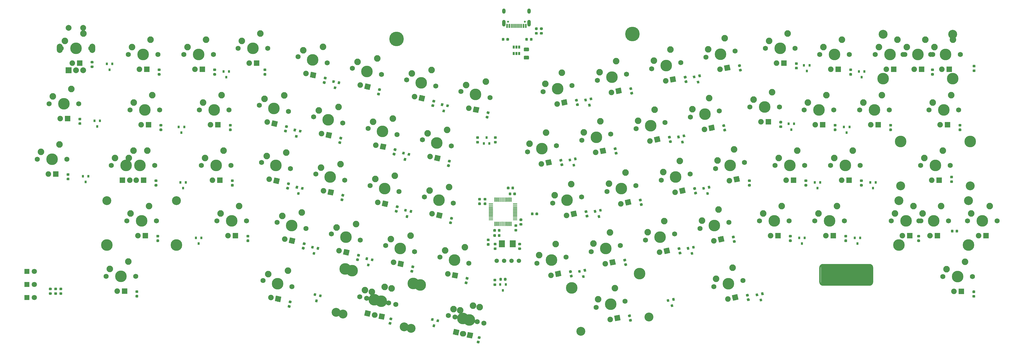
<source format=gbr>
G04 #@! TF.GenerationSoftware,KiCad,Pcbnew,(5.1.4)-1*
G04 #@! TF.CreationDate,2021-04-03T16:46:08-04:00*
G04 #@! TF.ProjectId,f103,66313033-2e6b-4696-9361-645f70636258,rev?*
G04 #@! TF.SameCoordinates,Original*
G04 #@! TF.FileFunction,Soldermask,Bot*
G04 #@! TF.FilePolarity,Negative*
%FSLAX46Y46*%
G04 Gerber Fmt 4.6, Leading zero omitted, Abs format (unit mm)*
G04 Created by KiCad (PCBNEW (5.1.4)-1) date 2021-04-03 16:46:08*
%MOMM*%
%LPD*%
G04 APERTURE LIST*
%ADD10C,0.100000*%
%ADD11C,0.500000*%
%ADD12C,2.250000*%
%ADD13C,3.987800*%
%ADD14C,1.905000*%
%ADD15C,1.750000*%
%ADD16R,1.905000X1.905000*%
%ADD17C,2.000000*%
%ADD18O,2.000000X3.200000*%
%ADD19R,2.000000X2.000000*%
%ADD20C,1.500000*%
%ADD21C,0.300000*%
%ADD22R,0.575000X1.450000*%
%ADD23R,0.300000X1.450000*%
%ADD24C,0.650000*%
%ADD25O,1.200000X2.300000*%
%ADD26O,1.200000X1.800000*%
%ADD27C,0.875000*%
%ADD28R,1.800000X1.800000*%
%ADD29C,1.800000*%
%ADD30C,1.250000*%
%ADD31R,0.800000X0.900000*%
%ADD32C,3.048000*%
%ADD33C,0.800000*%
%ADD34R,0.650000X1.060000*%
%ADD35R,2.000000X2.400000*%
%ADD36C,5.000000*%
G04 APERTURE END LIST*
D10*
G36*
X255601221Y-74536299D02*
G01*
X273127221Y-74536299D01*
X273127221Y-81064099D01*
X255601221Y-81064099D01*
X255601221Y-74536299D01*
G37*
X255601221Y-74536299D02*
X273127221Y-74536299D01*
X273127221Y-81064099D01*
X255601221Y-81064099D01*
X255601221Y-74536299D01*
D11*
X256313421Y-81287499D02*
G75*
G02X255313421Y-80287499I0J1000000D01*
G01*
X273313421Y-80287499D02*
G75*
G02X272313421Y-81287499I-1000000J0D01*
G01*
X272313421Y-74287499D02*
G75*
G02X273313421Y-75287499I0J-1000000D01*
G01*
X255313421Y-75287499D02*
G75*
G02X256313421Y-74287499I1000000J0D01*
G01*
X272313421Y-81287499D02*
X256313421Y-81287499D01*
X256313421Y-74287499D02*
X272313421Y-74287499D01*
X273313421Y-75287499D02*
X273313421Y-80287499D01*
X255313421Y-75287499D02*
X255313421Y-80287499D01*
D12*
X138554683Y-88861111D03*
D13*
X135013997Y-93302005D03*
D12*
X131815350Y-90025367D03*
D14*
X132715558Y-98006947D03*
X135200053Y-98535043D03*
D10*
G36*
X134070332Y-99268693D02*
G01*
X134466403Y-97405322D01*
X136329774Y-97801393D01*
X135933703Y-99664764D01*
X134070332Y-99268693D01*
X134070332Y-99268693D01*
G37*
D15*
X130045007Y-92245814D03*
X139982987Y-94358196D03*
D12*
X-1620009Y-13970002D03*
D13*
X-4160009Y-19050002D03*
D12*
X-7970009Y-16510002D03*
D14*
X-5430009Y-24130002D03*
D16*
X-2890009Y-24130002D03*
D15*
X-9240009Y-19050002D03*
X919991Y-19050002D03*
D17*
X2500000Y7000000D03*
X-2500000Y7000000D03*
D18*
X5600000Y0D03*
X-5600000Y0D03*
D17*
X2500000Y-7500000D03*
X0Y-7500000D03*
D19*
X-2500000Y-7500000D03*
D20*
X152000000Y-73000000D03*
X149460000Y-73000000D03*
X146920000Y-73000000D03*
X144380000Y-73000000D03*
D12*
X133422686Y-68292105D03*
D13*
X129882000Y-72732999D03*
D12*
X126683353Y-69456361D03*
D14*
X127583561Y-77437941D03*
X130068056Y-77966037D03*
D10*
G36*
X128938335Y-78699687D02*
G01*
X129334406Y-76836316D01*
X131197777Y-77232387D01*
X130801706Y-79095758D01*
X128938335Y-78699687D01*
X128938335Y-78699687D01*
G37*
D15*
X124913010Y-71676808D03*
X134850990Y-73789190D03*
D10*
G36*
X149362852Y-59548367D02*
G01*
X149370133Y-59549447D01*
X149377272Y-59551235D01*
X149384202Y-59553715D01*
X149390856Y-59556862D01*
X149397169Y-59560646D01*
X149403080Y-59565030D01*
X149408534Y-59569973D01*
X149413477Y-59575427D01*
X149417861Y-59581338D01*
X149421645Y-59587651D01*
X149424792Y-59594305D01*
X149427272Y-59601235D01*
X149429060Y-59608374D01*
X149430140Y-59615655D01*
X149430501Y-59623006D01*
X149430501Y-60948006D01*
X149430140Y-60955357D01*
X149429060Y-60962638D01*
X149427272Y-60969777D01*
X149424792Y-60976707D01*
X149421645Y-60983361D01*
X149417861Y-60989674D01*
X149413477Y-60995585D01*
X149408534Y-61001039D01*
X149403080Y-61005982D01*
X149397169Y-61010366D01*
X149390856Y-61014150D01*
X149384202Y-61017297D01*
X149377272Y-61019777D01*
X149370133Y-61021565D01*
X149362852Y-61022645D01*
X149355501Y-61023006D01*
X149205501Y-61023006D01*
X149198150Y-61022645D01*
X149190869Y-61021565D01*
X149183730Y-61019777D01*
X149176800Y-61017297D01*
X149170146Y-61014150D01*
X149163833Y-61010366D01*
X149157922Y-61005982D01*
X149152468Y-61001039D01*
X149147525Y-60995585D01*
X149143141Y-60989674D01*
X149139357Y-60983361D01*
X149136210Y-60976707D01*
X149133730Y-60969777D01*
X149131942Y-60962638D01*
X149130862Y-60955357D01*
X149130501Y-60948006D01*
X149130501Y-59623006D01*
X149130862Y-59615655D01*
X149131942Y-59608374D01*
X149133730Y-59601235D01*
X149136210Y-59594305D01*
X149139357Y-59587651D01*
X149143141Y-59581338D01*
X149147525Y-59575427D01*
X149152468Y-59569973D01*
X149157922Y-59565030D01*
X149163833Y-59560646D01*
X149170146Y-59556862D01*
X149176800Y-59553715D01*
X149183730Y-59551235D01*
X149190869Y-59549447D01*
X149198150Y-59548367D01*
X149205501Y-59548006D01*
X149355501Y-59548006D01*
X149362852Y-59548367D01*
X149362852Y-59548367D01*
G37*
D21*
X149280501Y-60285506D03*
D10*
G36*
X148862852Y-59548367D02*
G01*
X148870133Y-59549447D01*
X148877272Y-59551235D01*
X148884202Y-59553715D01*
X148890856Y-59556862D01*
X148897169Y-59560646D01*
X148903080Y-59565030D01*
X148908534Y-59569973D01*
X148913477Y-59575427D01*
X148917861Y-59581338D01*
X148921645Y-59587651D01*
X148924792Y-59594305D01*
X148927272Y-59601235D01*
X148929060Y-59608374D01*
X148930140Y-59615655D01*
X148930501Y-59623006D01*
X148930501Y-60948006D01*
X148930140Y-60955357D01*
X148929060Y-60962638D01*
X148927272Y-60969777D01*
X148924792Y-60976707D01*
X148921645Y-60983361D01*
X148917861Y-60989674D01*
X148913477Y-60995585D01*
X148908534Y-61001039D01*
X148903080Y-61005982D01*
X148897169Y-61010366D01*
X148890856Y-61014150D01*
X148884202Y-61017297D01*
X148877272Y-61019777D01*
X148870133Y-61021565D01*
X148862852Y-61022645D01*
X148855501Y-61023006D01*
X148705501Y-61023006D01*
X148698150Y-61022645D01*
X148690869Y-61021565D01*
X148683730Y-61019777D01*
X148676800Y-61017297D01*
X148670146Y-61014150D01*
X148663833Y-61010366D01*
X148657922Y-61005982D01*
X148652468Y-61001039D01*
X148647525Y-60995585D01*
X148643141Y-60989674D01*
X148639357Y-60983361D01*
X148636210Y-60976707D01*
X148633730Y-60969777D01*
X148631942Y-60962638D01*
X148630862Y-60955357D01*
X148630501Y-60948006D01*
X148630501Y-59623006D01*
X148630862Y-59615655D01*
X148631942Y-59608374D01*
X148633730Y-59601235D01*
X148636210Y-59594305D01*
X148639357Y-59587651D01*
X148643141Y-59581338D01*
X148647525Y-59575427D01*
X148652468Y-59569973D01*
X148657922Y-59565030D01*
X148663833Y-59560646D01*
X148670146Y-59556862D01*
X148676800Y-59553715D01*
X148683730Y-59551235D01*
X148690869Y-59549447D01*
X148698150Y-59548367D01*
X148705501Y-59548006D01*
X148855501Y-59548006D01*
X148862852Y-59548367D01*
X148862852Y-59548367D01*
G37*
D21*
X148780501Y-60285506D03*
D10*
G36*
X148362852Y-59548367D02*
G01*
X148370133Y-59549447D01*
X148377272Y-59551235D01*
X148384202Y-59553715D01*
X148390856Y-59556862D01*
X148397169Y-59560646D01*
X148403080Y-59565030D01*
X148408534Y-59569973D01*
X148413477Y-59575427D01*
X148417861Y-59581338D01*
X148421645Y-59587651D01*
X148424792Y-59594305D01*
X148427272Y-59601235D01*
X148429060Y-59608374D01*
X148430140Y-59615655D01*
X148430501Y-59623006D01*
X148430501Y-60948006D01*
X148430140Y-60955357D01*
X148429060Y-60962638D01*
X148427272Y-60969777D01*
X148424792Y-60976707D01*
X148421645Y-60983361D01*
X148417861Y-60989674D01*
X148413477Y-60995585D01*
X148408534Y-61001039D01*
X148403080Y-61005982D01*
X148397169Y-61010366D01*
X148390856Y-61014150D01*
X148384202Y-61017297D01*
X148377272Y-61019777D01*
X148370133Y-61021565D01*
X148362852Y-61022645D01*
X148355501Y-61023006D01*
X148205501Y-61023006D01*
X148198150Y-61022645D01*
X148190869Y-61021565D01*
X148183730Y-61019777D01*
X148176800Y-61017297D01*
X148170146Y-61014150D01*
X148163833Y-61010366D01*
X148157922Y-61005982D01*
X148152468Y-61001039D01*
X148147525Y-60995585D01*
X148143141Y-60989674D01*
X148139357Y-60983361D01*
X148136210Y-60976707D01*
X148133730Y-60969777D01*
X148131942Y-60962638D01*
X148130862Y-60955357D01*
X148130501Y-60948006D01*
X148130501Y-59623006D01*
X148130862Y-59615655D01*
X148131942Y-59608374D01*
X148133730Y-59601235D01*
X148136210Y-59594305D01*
X148139357Y-59587651D01*
X148143141Y-59581338D01*
X148147525Y-59575427D01*
X148152468Y-59569973D01*
X148157922Y-59565030D01*
X148163833Y-59560646D01*
X148170146Y-59556862D01*
X148176800Y-59553715D01*
X148183730Y-59551235D01*
X148190869Y-59549447D01*
X148198150Y-59548367D01*
X148205501Y-59548006D01*
X148355501Y-59548006D01*
X148362852Y-59548367D01*
X148362852Y-59548367D01*
G37*
D21*
X148280501Y-60285506D03*
D10*
G36*
X147862852Y-59548367D02*
G01*
X147870133Y-59549447D01*
X147877272Y-59551235D01*
X147884202Y-59553715D01*
X147890856Y-59556862D01*
X147897169Y-59560646D01*
X147903080Y-59565030D01*
X147908534Y-59569973D01*
X147913477Y-59575427D01*
X147917861Y-59581338D01*
X147921645Y-59587651D01*
X147924792Y-59594305D01*
X147927272Y-59601235D01*
X147929060Y-59608374D01*
X147930140Y-59615655D01*
X147930501Y-59623006D01*
X147930501Y-60948006D01*
X147930140Y-60955357D01*
X147929060Y-60962638D01*
X147927272Y-60969777D01*
X147924792Y-60976707D01*
X147921645Y-60983361D01*
X147917861Y-60989674D01*
X147913477Y-60995585D01*
X147908534Y-61001039D01*
X147903080Y-61005982D01*
X147897169Y-61010366D01*
X147890856Y-61014150D01*
X147884202Y-61017297D01*
X147877272Y-61019777D01*
X147870133Y-61021565D01*
X147862852Y-61022645D01*
X147855501Y-61023006D01*
X147705501Y-61023006D01*
X147698150Y-61022645D01*
X147690869Y-61021565D01*
X147683730Y-61019777D01*
X147676800Y-61017297D01*
X147670146Y-61014150D01*
X147663833Y-61010366D01*
X147657922Y-61005982D01*
X147652468Y-61001039D01*
X147647525Y-60995585D01*
X147643141Y-60989674D01*
X147639357Y-60983361D01*
X147636210Y-60976707D01*
X147633730Y-60969777D01*
X147631942Y-60962638D01*
X147630862Y-60955357D01*
X147630501Y-60948006D01*
X147630501Y-59623006D01*
X147630862Y-59615655D01*
X147631942Y-59608374D01*
X147633730Y-59601235D01*
X147636210Y-59594305D01*
X147639357Y-59587651D01*
X147643141Y-59581338D01*
X147647525Y-59575427D01*
X147652468Y-59569973D01*
X147657922Y-59565030D01*
X147663833Y-59560646D01*
X147670146Y-59556862D01*
X147676800Y-59553715D01*
X147683730Y-59551235D01*
X147690869Y-59549447D01*
X147698150Y-59548367D01*
X147705501Y-59548006D01*
X147855501Y-59548006D01*
X147862852Y-59548367D01*
X147862852Y-59548367D01*
G37*
D21*
X147780501Y-60285506D03*
D10*
G36*
X147362852Y-59548367D02*
G01*
X147370133Y-59549447D01*
X147377272Y-59551235D01*
X147384202Y-59553715D01*
X147390856Y-59556862D01*
X147397169Y-59560646D01*
X147403080Y-59565030D01*
X147408534Y-59569973D01*
X147413477Y-59575427D01*
X147417861Y-59581338D01*
X147421645Y-59587651D01*
X147424792Y-59594305D01*
X147427272Y-59601235D01*
X147429060Y-59608374D01*
X147430140Y-59615655D01*
X147430501Y-59623006D01*
X147430501Y-60948006D01*
X147430140Y-60955357D01*
X147429060Y-60962638D01*
X147427272Y-60969777D01*
X147424792Y-60976707D01*
X147421645Y-60983361D01*
X147417861Y-60989674D01*
X147413477Y-60995585D01*
X147408534Y-61001039D01*
X147403080Y-61005982D01*
X147397169Y-61010366D01*
X147390856Y-61014150D01*
X147384202Y-61017297D01*
X147377272Y-61019777D01*
X147370133Y-61021565D01*
X147362852Y-61022645D01*
X147355501Y-61023006D01*
X147205501Y-61023006D01*
X147198150Y-61022645D01*
X147190869Y-61021565D01*
X147183730Y-61019777D01*
X147176800Y-61017297D01*
X147170146Y-61014150D01*
X147163833Y-61010366D01*
X147157922Y-61005982D01*
X147152468Y-61001039D01*
X147147525Y-60995585D01*
X147143141Y-60989674D01*
X147139357Y-60983361D01*
X147136210Y-60976707D01*
X147133730Y-60969777D01*
X147131942Y-60962638D01*
X147130862Y-60955357D01*
X147130501Y-60948006D01*
X147130501Y-59623006D01*
X147130862Y-59615655D01*
X147131942Y-59608374D01*
X147133730Y-59601235D01*
X147136210Y-59594305D01*
X147139357Y-59587651D01*
X147143141Y-59581338D01*
X147147525Y-59575427D01*
X147152468Y-59569973D01*
X147157922Y-59565030D01*
X147163833Y-59560646D01*
X147170146Y-59556862D01*
X147176800Y-59553715D01*
X147183730Y-59551235D01*
X147190869Y-59549447D01*
X147198150Y-59548367D01*
X147205501Y-59548006D01*
X147355501Y-59548006D01*
X147362852Y-59548367D01*
X147362852Y-59548367D01*
G37*
D21*
X147280501Y-60285506D03*
D10*
G36*
X146862852Y-59548367D02*
G01*
X146870133Y-59549447D01*
X146877272Y-59551235D01*
X146884202Y-59553715D01*
X146890856Y-59556862D01*
X146897169Y-59560646D01*
X146903080Y-59565030D01*
X146908534Y-59569973D01*
X146913477Y-59575427D01*
X146917861Y-59581338D01*
X146921645Y-59587651D01*
X146924792Y-59594305D01*
X146927272Y-59601235D01*
X146929060Y-59608374D01*
X146930140Y-59615655D01*
X146930501Y-59623006D01*
X146930501Y-60948006D01*
X146930140Y-60955357D01*
X146929060Y-60962638D01*
X146927272Y-60969777D01*
X146924792Y-60976707D01*
X146921645Y-60983361D01*
X146917861Y-60989674D01*
X146913477Y-60995585D01*
X146908534Y-61001039D01*
X146903080Y-61005982D01*
X146897169Y-61010366D01*
X146890856Y-61014150D01*
X146884202Y-61017297D01*
X146877272Y-61019777D01*
X146870133Y-61021565D01*
X146862852Y-61022645D01*
X146855501Y-61023006D01*
X146705501Y-61023006D01*
X146698150Y-61022645D01*
X146690869Y-61021565D01*
X146683730Y-61019777D01*
X146676800Y-61017297D01*
X146670146Y-61014150D01*
X146663833Y-61010366D01*
X146657922Y-61005982D01*
X146652468Y-61001039D01*
X146647525Y-60995585D01*
X146643141Y-60989674D01*
X146639357Y-60983361D01*
X146636210Y-60976707D01*
X146633730Y-60969777D01*
X146631942Y-60962638D01*
X146630862Y-60955357D01*
X146630501Y-60948006D01*
X146630501Y-59623006D01*
X146630862Y-59615655D01*
X146631942Y-59608374D01*
X146633730Y-59601235D01*
X146636210Y-59594305D01*
X146639357Y-59587651D01*
X146643141Y-59581338D01*
X146647525Y-59575427D01*
X146652468Y-59569973D01*
X146657922Y-59565030D01*
X146663833Y-59560646D01*
X146670146Y-59556862D01*
X146676800Y-59553715D01*
X146683730Y-59551235D01*
X146690869Y-59549447D01*
X146698150Y-59548367D01*
X146705501Y-59548006D01*
X146855501Y-59548006D01*
X146862852Y-59548367D01*
X146862852Y-59548367D01*
G37*
D21*
X146780501Y-60285506D03*
D10*
G36*
X146362852Y-59548367D02*
G01*
X146370133Y-59549447D01*
X146377272Y-59551235D01*
X146384202Y-59553715D01*
X146390856Y-59556862D01*
X146397169Y-59560646D01*
X146403080Y-59565030D01*
X146408534Y-59569973D01*
X146413477Y-59575427D01*
X146417861Y-59581338D01*
X146421645Y-59587651D01*
X146424792Y-59594305D01*
X146427272Y-59601235D01*
X146429060Y-59608374D01*
X146430140Y-59615655D01*
X146430501Y-59623006D01*
X146430501Y-60948006D01*
X146430140Y-60955357D01*
X146429060Y-60962638D01*
X146427272Y-60969777D01*
X146424792Y-60976707D01*
X146421645Y-60983361D01*
X146417861Y-60989674D01*
X146413477Y-60995585D01*
X146408534Y-61001039D01*
X146403080Y-61005982D01*
X146397169Y-61010366D01*
X146390856Y-61014150D01*
X146384202Y-61017297D01*
X146377272Y-61019777D01*
X146370133Y-61021565D01*
X146362852Y-61022645D01*
X146355501Y-61023006D01*
X146205501Y-61023006D01*
X146198150Y-61022645D01*
X146190869Y-61021565D01*
X146183730Y-61019777D01*
X146176800Y-61017297D01*
X146170146Y-61014150D01*
X146163833Y-61010366D01*
X146157922Y-61005982D01*
X146152468Y-61001039D01*
X146147525Y-60995585D01*
X146143141Y-60989674D01*
X146139357Y-60983361D01*
X146136210Y-60976707D01*
X146133730Y-60969777D01*
X146131942Y-60962638D01*
X146130862Y-60955357D01*
X146130501Y-60948006D01*
X146130501Y-59623006D01*
X146130862Y-59615655D01*
X146131942Y-59608374D01*
X146133730Y-59601235D01*
X146136210Y-59594305D01*
X146139357Y-59587651D01*
X146143141Y-59581338D01*
X146147525Y-59575427D01*
X146152468Y-59569973D01*
X146157922Y-59565030D01*
X146163833Y-59560646D01*
X146170146Y-59556862D01*
X146176800Y-59553715D01*
X146183730Y-59551235D01*
X146190869Y-59549447D01*
X146198150Y-59548367D01*
X146205501Y-59548006D01*
X146355501Y-59548006D01*
X146362852Y-59548367D01*
X146362852Y-59548367D01*
G37*
D21*
X146280501Y-60285506D03*
D10*
G36*
X145862852Y-59548367D02*
G01*
X145870133Y-59549447D01*
X145877272Y-59551235D01*
X145884202Y-59553715D01*
X145890856Y-59556862D01*
X145897169Y-59560646D01*
X145903080Y-59565030D01*
X145908534Y-59569973D01*
X145913477Y-59575427D01*
X145917861Y-59581338D01*
X145921645Y-59587651D01*
X145924792Y-59594305D01*
X145927272Y-59601235D01*
X145929060Y-59608374D01*
X145930140Y-59615655D01*
X145930501Y-59623006D01*
X145930501Y-60948006D01*
X145930140Y-60955357D01*
X145929060Y-60962638D01*
X145927272Y-60969777D01*
X145924792Y-60976707D01*
X145921645Y-60983361D01*
X145917861Y-60989674D01*
X145913477Y-60995585D01*
X145908534Y-61001039D01*
X145903080Y-61005982D01*
X145897169Y-61010366D01*
X145890856Y-61014150D01*
X145884202Y-61017297D01*
X145877272Y-61019777D01*
X145870133Y-61021565D01*
X145862852Y-61022645D01*
X145855501Y-61023006D01*
X145705501Y-61023006D01*
X145698150Y-61022645D01*
X145690869Y-61021565D01*
X145683730Y-61019777D01*
X145676800Y-61017297D01*
X145670146Y-61014150D01*
X145663833Y-61010366D01*
X145657922Y-61005982D01*
X145652468Y-61001039D01*
X145647525Y-60995585D01*
X145643141Y-60989674D01*
X145639357Y-60983361D01*
X145636210Y-60976707D01*
X145633730Y-60969777D01*
X145631942Y-60962638D01*
X145630862Y-60955357D01*
X145630501Y-60948006D01*
X145630501Y-59623006D01*
X145630862Y-59615655D01*
X145631942Y-59608374D01*
X145633730Y-59601235D01*
X145636210Y-59594305D01*
X145639357Y-59587651D01*
X145643141Y-59581338D01*
X145647525Y-59575427D01*
X145652468Y-59569973D01*
X145657922Y-59565030D01*
X145663833Y-59560646D01*
X145670146Y-59556862D01*
X145676800Y-59553715D01*
X145683730Y-59551235D01*
X145690869Y-59549447D01*
X145698150Y-59548367D01*
X145705501Y-59548006D01*
X145855501Y-59548006D01*
X145862852Y-59548367D01*
X145862852Y-59548367D01*
G37*
D21*
X145780501Y-60285506D03*
D10*
G36*
X145362852Y-59548367D02*
G01*
X145370133Y-59549447D01*
X145377272Y-59551235D01*
X145384202Y-59553715D01*
X145390856Y-59556862D01*
X145397169Y-59560646D01*
X145403080Y-59565030D01*
X145408534Y-59569973D01*
X145413477Y-59575427D01*
X145417861Y-59581338D01*
X145421645Y-59587651D01*
X145424792Y-59594305D01*
X145427272Y-59601235D01*
X145429060Y-59608374D01*
X145430140Y-59615655D01*
X145430501Y-59623006D01*
X145430501Y-60948006D01*
X145430140Y-60955357D01*
X145429060Y-60962638D01*
X145427272Y-60969777D01*
X145424792Y-60976707D01*
X145421645Y-60983361D01*
X145417861Y-60989674D01*
X145413477Y-60995585D01*
X145408534Y-61001039D01*
X145403080Y-61005982D01*
X145397169Y-61010366D01*
X145390856Y-61014150D01*
X145384202Y-61017297D01*
X145377272Y-61019777D01*
X145370133Y-61021565D01*
X145362852Y-61022645D01*
X145355501Y-61023006D01*
X145205501Y-61023006D01*
X145198150Y-61022645D01*
X145190869Y-61021565D01*
X145183730Y-61019777D01*
X145176800Y-61017297D01*
X145170146Y-61014150D01*
X145163833Y-61010366D01*
X145157922Y-61005982D01*
X145152468Y-61001039D01*
X145147525Y-60995585D01*
X145143141Y-60989674D01*
X145139357Y-60983361D01*
X145136210Y-60976707D01*
X145133730Y-60969777D01*
X145131942Y-60962638D01*
X145130862Y-60955357D01*
X145130501Y-60948006D01*
X145130501Y-59623006D01*
X145130862Y-59615655D01*
X145131942Y-59608374D01*
X145133730Y-59601235D01*
X145136210Y-59594305D01*
X145139357Y-59587651D01*
X145143141Y-59581338D01*
X145147525Y-59575427D01*
X145152468Y-59569973D01*
X145157922Y-59565030D01*
X145163833Y-59560646D01*
X145170146Y-59556862D01*
X145176800Y-59553715D01*
X145183730Y-59551235D01*
X145190869Y-59549447D01*
X145198150Y-59548367D01*
X145205501Y-59548006D01*
X145355501Y-59548006D01*
X145362852Y-59548367D01*
X145362852Y-59548367D01*
G37*
D21*
X145280501Y-60285506D03*
D10*
G36*
X144862852Y-59548367D02*
G01*
X144870133Y-59549447D01*
X144877272Y-59551235D01*
X144884202Y-59553715D01*
X144890856Y-59556862D01*
X144897169Y-59560646D01*
X144903080Y-59565030D01*
X144908534Y-59569973D01*
X144913477Y-59575427D01*
X144917861Y-59581338D01*
X144921645Y-59587651D01*
X144924792Y-59594305D01*
X144927272Y-59601235D01*
X144929060Y-59608374D01*
X144930140Y-59615655D01*
X144930501Y-59623006D01*
X144930501Y-60948006D01*
X144930140Y-60955357D01*
X144929060Y-60962638D01*
X144927272Y-60969777D01*
X144924792Y-60976707D01*
X144921645Y-60983361D01*
X144917861Y-60989674D01*
X144913477Y-60995585D01*
X144908534Y-61001039D01*
X144903080Y-61005982D01*
X144897169Y-61010366D01*
X144890856Y-61014150D01*
X144884202Y-61017297D01*
X144877272Y-61019777D01*
X144870133Y-61021565D01*
X144862852Y-61022645D01*
X144855501Y-61023006D01*
X144705501Y-61023006D01*
X144698150Y-61022645D01*
X144690869Y-61021565D01*
X144683730Y-61019777D01*
X144676800Y-61017297D01*
X144670146Y-61014150D01*
X144663833Y-61010366D01*
X144657922Y-61005982D01*
X144652468Y-61001039D01*
X144647525Y-60995585D01*
X144643141Y-60989674D01*
X144639357Y-60983361D01*
X144636210Y-60976707D01*
X144633730Y-60969777D01*
X144631942Y-60962638D01*
X144630862Y-60955357D01*
X144630501Y-60948006D01*
X144630501Y-59623006D01*
X144630862Y-59615655D01*
X144631942Y-59608374D01*
X144633730Y-59601235D01*
X144636210Y-59594305D01*
X144639357Y-59587651D01*
X144643141Y-59581338D01*
X144647525Y-59575427D01*
X144652468Y-59569973D01*
X144657922Y-59565030D01*
X144663833Y-59560646D01*
X144670146Y-59556862D01*
X144676800Y-59553715D01*
X144683730Y-59551235D01*
X144690869Y-59549447D01*
X144698150Y-59548367D01*
X144705501Y-59548006D01*
X144855501Y-59548006D01*
X144862852Y-59548367D01*
X144862852Y-59548367D01*
G37*
D21*
X144780501Y-60285506D03*
D10*
G36*
X144362852Y-59548367D02*
G01*
X144370133Y-59549447D01*
X144377272Y-59551235D01*
X144384202Y-59553715D01*
X144390856Y-59556862D01*
X144397169Y-59560646D01*
X144403080Y-59565030D01*
X144408534Y-59569973D01*
X144413477Y-59575427D01*
X144417861Y-59581338D01*
X144421645Y-59587651D01*
X144424792Y-59594305D01*
X144427272Y-59601235D01*
X144429060Y-59608374D01*
X144430140Y-59615655D01*
X144430501Y-59623006D01*
X144430501Y-60948006D01*
X144430140Y-60955357D01*
X144429060Y-60962638D01*
X144427272Y-60969777D01*
X144424792Y-60976707D01*
X144421645Y-60983361D01*
X144417861Y-60989674D01*
X144413477Y-60995585D01*
X144408534Y-61001039D01*
X144403080Y-61005982D01*
X144397169Y-61010366D01*
X144390856Y-61014150D01*
X144384202Y-61017297D01*
X144377272Y-61019777D01*
X144370133Y-61021565D01*
X144362852Y-61022645D01*
X144355501Y-61023006D01*
X144205501Y-61023006D01*
X144198150Y-61022645D01*
X144190869Y-61021565D01*
X144183730Y-61019777D01*
X144176800Y-61017297D01*
X144170146Y-61014150D01*
X144163833Y-61010366D01*
X144157922Y-61005982D01*
X144152468Y-61001039D01*
X144147525Y-60995585D01*
X144143141Y-60989674D01*
X144139357Y-60983361D01*
X144136210Y-60976707D01*
X144133730Y-60969777D01*
X144131942Y-60962638D01*
X144130862Y-60955357D01*
X144130501Y-60948006D01*
X144130501Y-59623006D01*
X144130862Y-59615655D01*
X144131942Y-59608374D01*
X144133730Y-59601235D01*
X144136210Y-59594305D01*
X144139357Y-59587651D01*
X144143141Y-59581338D01*
X144147525Y-59575427D01*
X144152468Y-59569973D01*
X144157922Y-59565030D01*
X144163833Y-59560646D01*
X144170146Y-59556862D01*
X144176800Y-59553715D01*
X144183730Y-59551235D01*
X144190869Y-59549447D01*
X144198150Y-59548367D01*
X144205501Y-59548006D01*
X144355501Y-59548006D01*
X144362852Y-59548367D01*
X144362852Y-59548367D01*
G37*
D21*
X144280501Y-60285506D03*
D10*
G36*
X143862852Y-59548367D02*
G01*
X143870133Y-59549447D01*
X143877272Y-59551235D01*
X143884202Y-59553715D01*
X143890856Y-59556862D01*
X143897169Y-59560646D01*
X143903080Y-59565030D01*
X143908534Y-59569973D01*
X143913477Y-59575427D01*
X143917861Y-59581338D01*
X143921645Y-59587651D01*
X143924792Y-59594305D01*
X143927272Y-59601235D01*
X143929060Y-59608374D01*
X143930140Y-59615655D01*
X143930501Y-59623006D01*
X143930501Y-60948006D01*
X143930140Y-60955357D01*
X143929060Y-60962638D01*
X143927272Y-60969777D01*
X143924792Y-60976707D01*
X143921645Y-60983361D01*
X143917861Y-60989674D01*
X143913477Y-60995585D01*
X143908534Y-61001039D01*
X143903080Y-61005982D01*
X143897169Y-61010366D01*
X143890856Y-61014150D01*
X143884202Y-61017297D01*
X143877272Y-61019777D01*
X143870133Y-61021565D01*
X143862852Y-61022645D01*
X143855501Y-61023006D01*
X143705501Y-61023006D01*
X143698150Y-61022645D01*
X143690869Y-61021565D01*
X143683730Y-61019777D01*
X143676800Y-61017297D01*
X143670146Y-61014150D01*
X143663833Y-61010366D01*
X143657922Y-61005982D01*
X143652468Y-61001039D01*
X143647525Y-60995585D01*
X143643141Y-60989674D01*
X143639357Y-60983361D01*
X143636210Y-60976707D01*
X143633730Y-60969777D01*
X143631942Y-60962638D01*
X143630862Y-60955357D01*
X143630501Y-60948006D01*
X143630501Y-59623006D01*
X143630862Y-59615655D01*
X143631942Y-59608374D01*
X143633730Y-59601235D01*
X143636210Y-59594305D01*
X143639357Y-59587651D01*
X143643141Y-59581338D01*
X143647525Y-59575427D01*
X143652468Y-59569973D01*
X143657922Y-59565030D01*
X143663833Y-59560646D01*
X143670146Y-59556862D01*
X143676800Y-59553715D01*
X143683730Y-59551235D01*
X143690869Y-59549447D01*
X143698150Y-59548367D01*
X143705501Y-59548006D01*
X143855501Y-59548006D01*
X143862852Y-59548367D01*
X143862852Y-59548367D01*
G37*
D21*
X143780501Y-60285506D03*
D10*
G36*
X143037852Y-58723367D02*
G01*
X143045133Y-58724447D01*
X143052272Y-58726235D01*
X143059202Y-58728715D01*
X143065856Y-58731862D01*
X143072169Y-58735646D01*
X143078080Y-58740030D01*
X143083534Y-58744973D01*
X143088477Y-58750427D01*
X143092861Y-58756338D01*
X143096645Y-58762651D01*
X143099792Y-58769305D01*
X143102272Y-58776235D01*
X143104060Y-58783374D01*
X143105140Y-58790655D01*
X143105501Y-58798006D01*
X143105501Y-58948006D01*
X143105140Y-58955357D01*
X143104060Y-58962638D01*
X143102272Y-58969777D01*
X143099792Y-58976707D01*
X143096645Y-58983361D01*
X143092861Y-58989674D01*
X143088477Y-58995585D01*
X143083534Y-59001039D01*
X143078080Y-59005982D01*
X143072169Y-59010366D01*
X143065856Y-59014150D01*
X143059202Y-59017297D01*
X143052272Y-59019777D01*
X143045133Y-59021565D01*
X143037852Y-59022645D01*
X143030501Y-59023006D01*
X141705501Y-59023006D01*
X141698150Y-59022645D01*
X141690869Y-59021565D01*
X141683730Y-59019777D01*
X141676800Y-59017297D01*
X141670146Y-59014150D01*
X141663833Y-59010366D01*
X141657922Y-59005982D01*
X141652468Y-59001039D01*
X141647525Y-58995585D01*
X141643141Y-58989674D01*
X141639357Y-58983361D01*
X141636210Y-58976707D01*
X141633730Y-58969777D01*
X141631942Y-58962638D01*
X141630862Y-58955357D01*
X141630501Y-58948006D01*
X141630501Y-58798006D01*
X141630862Y-58790655D01*
X141631942Y-58783374D01*
X141633730Y-58776235D01*
X141636210Y-58769305D01*
X141639357Y-58762651D01*
X141643141Y-58756338D01*
X141647525Y-58750427D01*
X141652468Y-58744973D01*
X141657922Y-58740030D01*
X141663833Y-58735646D01*
X141670146Y-58731862D01*
X141676800Y-58728715D01*
X141683730Y-58726235D01*
X141690869Y-58724447D01*
X141698150Y-58723367D01*
X141705501Y-58723006D01*
X143030501Y-58723006D01*
X143037852Y-58723367D01*
X143037852Y-58723367D01*
G37*
D21*
X142368001Y-58873006D03*
D10*
G36*
X143037852Y-58223367D02*
G01*
X143045133Y-58224447D01*
X143052272Y-58226235D01*
X143059202Y-58228715D01*
X143065856Y-58231862D01*
X143072169Y-58235646D01*
X143078080Y-58240030D01*
X143083534Y-58244973D01*
X143088477Y-58250427D01*
X143092861Y-58256338D01*
X143096645Y-58262651D01*
X143099792Y-58269305D01*
X143102272Y-58276235D01*
X143104060Y-58283374D01*
X143105140Y-58290655D01*
X143105501Y-58298006D01*
X143105501Y-58448006D01*
X143105140Y-58455357D01*
X143104060Y-58462638D01*
X143102272Y-58469777D01*
X143099792Y-58476707D01*
X143096645Y-58483361D01*
X143092861Y-58489674D01*
X143088477Y-58495585D01*
X143083534Y-58501039D01*
X143078080Y-58505982D01*
X143072169Y-58510366D01*
X143065856Y-58514150D01*
X143059202Y-58517297D01*
X143052272Y-58519777D01*
X143045133Y-58521565D01*
X143037852Y-58522645D01*
X143030501Y-58523006D01*
X141705501Y-58523006D01*
X141698150Y-58522645D01*
X141690869Y-58521565D01*
X141683730Y-58519777D01*
X141676800Y-58517297D01*
X141670146Y-58514150D01*
X141663833Y-58510366D01*
X141657922Y-58505982D01*
X141652468Y-58501039D01*
X141647525Y-58495585D01*
X141643141Y-58489674D01*
X141639357Y-58483361D01*
X141636210Y-58476707D01*
X141633730Y-58469777D01*
X141631942Y-58462638D01*
X141630862Y-58455357D01*
X141630501Y-58448006D01*
X141630501Y-58298006D01*
X141630862Y-58290655D01*
X141631942Y-58283374D01*
X141633730Y-58276235D01*
X141636210Y-58269305D01*
X141639357Y-58262651D01*
X141643141Y-58256338D01*
X141647525Y-58250427D01*
X141652468Y-58244973D01*
X141657922Y-58240030D01*
X141663833Y-58235646D01*
X141670146Y-58231862D01*
X141676800Y-58228715D01*
X141683730Y-58226235D01*
X141690869Y-58224447D01*
X141698150Y-58223367D01*
X141705501Y-58223006D01*
X143030501Y-58223006D01*
X143037852Y-58223367D01*
X143037852Y-58223367D01*
G37*
D21*
X142368001Y-58373006D03*
D10*
G36*
X143037852Y-57723367D02*
G01*
X143045133Y-57724447D01*
X143052272Y-57726235D01*
X143059202Y-57728715D01*
X143065856Y-57731862D01*
X143072169Y-57735646D01*
X143078080Y-57740030D01*
X143083534Y-57744973D01*
X143088477Y-57750427D01*
X143092861Y-57756338D01*
X143096645Y-57762651D01*
X143099792Y-57769305D01*
X143102272Y-57776235D01*
X143104060Y-57783374D01*
X143105140Y-57790655D01*
X143105501Y-57798006D01*
X143105501Y-57948006D01*
X143105140Y-57955357D01*
X143104060Y-57962638D01*
X143102272Y-57969777D01*
X143099792Y-57976707D01*
X143096645Y-57983361D01*
X143092861Y-57989674D01*
X143088477Y-57995585D01*
X143083534Y-58001039D01*
X143078080Y-58005982D01*
X143072169Y-58010366D01*
X143065856Y-58014150D01*
X143059202Y-58017297D01*
X143052272Y-58019777D01*
X143045133Y-58021565D01*
X143037852Y-58022645D01*
X143030501Y-58023006D01*
X141705501Y-58023006D01*
X141698150Y-58022645D01*
X141690869Y-58021565D01*
X141683730Y-58019777D01*
X141676800Y-58017297D01*
X141670146Y-58014150D01*
X141663833Y-58010366D01*
X141657922Y-58005982D01*
X141652468Y-58001039D01*
X141647525Y-57995585D01*
X141643141Y-57989674D01*
X141639357Y-57983361D01*
X141636210Y-57976707D01*
X141633730Y-57969777D01*
X141631942Y-57962638D01*
X141630862Y-57955357D01*
X141630501Y-57948006D01*
X141630501Y-57798006D01*
X141630862Y-57790655D01*
X141631942Y-57783374D01*
X141633730Y-57776235D01*
X141636210Y-57769305D01*
X141639357Y-57762651D01*
X141643141Y-57756338D01*
X141647525Y-57750427D01*
X141652468Y-57744973D01*
X141657922Y-57740030D01*
X141663833Y-57735646D01*
X141670146Y-57731862D01*
X141676800Y-57728715D01*
X141683730Y-57726235D01*
X141690869Y-57724447D01*
X141698150Y-57723367D01*
X141705501Y-57723006D01*
X143030501Y-57723006D01*
X143037852Y-57723367D01*
X143037852Y-57723367D01*
G37*
D21*
X142368001Y-57873006D03*
D10*
G36*
X143037852Y-57223367D02*
G01*
X143045133Y-57224447D01*
X143052272Y-57226235D01*
X143059202Y-57228715D01*
X143065856Y-57231862D01*
X143072169Y-57235646D01*
X143078080Y-57240030D01*
X143083534Y-57244973D01*
X143088477Y-57250427D01*
X143092861Y-57256338D01*
X143096645Y-57262651D01*
X143099792Y-57269305D01*
X143102272Y-57276235D01*
X143104060Y-57283374D01*
X143105140Y-57290655D01*
X143105501Y-57298006D01*
X143105501Y-57448006D01*
X143105140Y-57455357D01*
X143104060Y-57462638D01*
X143102272Y-57469777D01*
X143099792Y-57476707D01*
X143096645Y-57483361D01*
X143092861Y-57489674D01*
X143088477Y-57495585D01*
X143083534Y-57501039D01*
X143078080Y-57505982D01*
X143072169Y-57510366D01*
X143065856Y-57514150D01*
X143059202Y-57517297D01*
X143052272Y-57519777D01*
X143045133Y-57521565D01*
X143037852Y-57522645D01*
X143030501Y-57523006D01*
X141705501Y-57523006D01*
X141698150Y-57522645D01*
X141690869Y-57521565D01*
X141683730Y-57519777D01*
X141676800Y-57517297D01*
X141670146Y-57514150D01*
X141663833Y-57510366D01*
X141657922Y-57505982D01*
X141652468Y-57501039D01*
X141647525Y-57495585D01*
X141643141Y-57489674D01*
X141639357Y-57483361D01*
X141636210Y-57476707D01*
X141633730Y-57469777D01*
X141631942Y-57462638D01*
X141630862Y-57455357D01*
X141630501Y-57448006D01*
X141630501Y-57298006D01*
X141630862Y-57290655D01*
X141631942Y-57283374D01*
X141633730Y-57276235D01*
X141636210Y-57269305D01*
X141639357Y-57262651D01*
X141643141Y-57256338D01*
X141647525Y-57250427D01*
X141652468Y-57244973D01*
X141657922Y-57240030D01*
X141663833Y-57235646D01*
X141670146Y-57231862D01*
X141676800Y-57228715D01*
X141683730Y-57226235D01*
X141690869Y-57224447D01*
X141698150Y-57223367D01*
X141705501Y-57223006D01*
X143030501Y-57223006D01*
X143037852Y-57223367D01*
X143037852Y-57223367D01*
G37*
D21*
X142368001Y-57373006D03*
D10*
G36*
X143037852Y-56723367D02*
G01*
X143045133Y-56724447D01*
X143052272Y-56726235D01*
X143059202Y-56728715D01*
X143065856Y-56731862D01*
X143072169Y-56735646D01*
X143078080Y-56740030D01*
X143083534Y-56744973D01*
X143088477Y-56750427D01*
X143092861Y-56756338D01*
X143096645Y-56762651D01*
X143099792Y-56769305D01*
X143102272Y-56776235D01*
X143104060Y-56783374D01*
X143105140Y-56790655D01*
X143105501Y-56798006D01*
X143105501Y-56948006D01*
X143105140Y-56955357D01*
X143104060Y-56962638D01*
X143102272Y-56969777D01*
X143099792Y-56976707D01*
X143096645Y-56983361D01*
X143092861Y-56989674D01*
X143088477Y-56995585D01*
X143083534Y-57001039D01*
X143078080Y-57005982D01*
X143072169Y-57010366D01*
X143065856Y-57014150D01*
X143059202Y-57017297D01*
X143052272Y-57019777D01*
X143045133Y-57021565D01*
X143037852Y-57022645D01*
X143030501Y-57023006D01*
X141705501Y-57023006D01*
X141698150Y-57022645D01*
X141690869Y-57021565D01*
X141683730Y-57019777D01*
X141676800Y-57017297D01*
X141670146Y-57014150D01*
X141663833Y-57010366D01*
X141657922Y-57005982D01*
X141652468Y-57001039D01*
X141647525Y-56995585D01*
X141643141Y-56989674D01*
X141639357Y-56983361D01*
X141636210Y-56976707D01*
X141633730Y-56969777D01*
X141631942Y-56962638D01*
X141630862Y-56955357D01*
X141630501Y-56948006D01*
X141630501Y-56798006D01*
X141630862Y-56790655D01*
X141631942Y-56783374D01*
X141633730Y-56776235D01*
X141636210Y-56769305D01*
X141639357Y-56762651D01*
X141643141Y-56756338D01*
X141647525Y-56750427D01*
X141652468Y-56744973D01*
X141657922Y-56740030D01*
X141663833Y-56735646D01*
X141670146Y-56731862D01*
X141676800Y-56728715D01*
X141683730Y-56726235D01*
X141690869Y-56724447D01*
X141698150Y-56723367D01*
X141705501Y-56723006D01*
X143030501Y-56723006D01*
X143037852Y-56723367D01*
X143037852Y-56723367D01*
G37*
D21*
X142368001Y-56873006D03*
D10*
G36*
X143037852Y-56223367D02*
G01*
X143045133Y-56224447D01*
X143052272Y-56226235D01*
X143059202Y-56228715D01*
X143065856Y-56231862D01*
X143072169Y-56235646D01*
X143078080Y-56240030D01*
X143083534Y-56244973D01*
X143088477Y-56250427D01*
X143092861Y-56256338D01*
X143096645Y-56262651D01*
X143099792Y-56269305D01*
X143102272Y-56276235D01*
X143104060Y-56283374D01*
X143105140Y-56290655D01*
X143105501Y-56298006D01*
X143105501Y-56448006D01*
X143105140Y-56455357D01*
X143104060Y-56462638D01*
X143102272Y-56469777D01*
X143099792Y-56476707D01*
X143096645Y-56483361D01*
X143092861Y-56489674D01*
X143088477Y-56495585D01*
X143083534Y-56501039D01*
X143078080Y-56505982D01*
X143072169Y-56510366D01*
X143065856Y-56514150D01*
X143059202Y-56517297D01*
X143052272Y-56519777D01*
X143045133Y-56521565D01*
X143037852Y-56522645D01*
X143030501Y-56523006D01*
X141705501Y-56523006D01*
X141698150Y-56522645D01*
X141690869Y-56521565D01*
X141683730Y-56519777D01*
X141676800Y-56517297D01*
X141670146Y-56514150D01*
X141663833Y-56510366D01*
X141657922Y-56505982D01*
X141652468Y-56501039D01*
X141647525Y-56495585D01*
X141643141Y-56489674D01*
X141639357Y-56483361D01*
X141636210Y-56476707D01*
X141633730Y-56469777D01*
X141631942Y-56462638D01*
X141630862Y-56455357D01*
X141630501Y-56448006D01*
X141630501Y-56298006D01*
X141630862Y-56290655D01*
X141631942Y-56283374D01*
X141633730Y-56276235D01*
X141636210Y-56269305D01*
X141639357Y-56262651D01*
X141643141Y-56256338D01*
X141647525Y-56250427D01*
X141652468Y-56244973D01*
X141657922Y-56240030D01*
X141663833Y-56235646D01*
X141670146Y-56231862D01*
X141676800Y-56228715D01*
X141683730Y-56226235D01*
X141690869Y-56224447D01*
X141698150Y-56223367D01*
X141705501Y-56223006D01*
X143030501Y-56223006D01*
X143037852Y-56223367D01*
X143037852Y-56223367D01*
G37*
D21*
X142368001Y-56373006D03*
D10*
G36*
X143037852Y-55723367D02*
G01*
X143045133Y-55724447D01*
X143052272Y-55726235D01*
X143059202Y-55728715D01*
X143065856Y-55731862D01*
X143072169Y-55735646D01*
X143078080Y-55740030D01*
X143083534Y-55744973D01*
X143088477Y-55750427D01*
X143092861Y-55756338D01*
X143096645Y-55762651D01*
X143099792Y-55769305D01*
X143102272Y-55776235D01*
X143104060Y-55783374D01*
X143105140Y-55790655D01*
X143105501Y-55798006D01*
X143105501Y-55948006D01*
X143105140Y-55955357D01*
X143104060Y-55962638D01*
X143102272Y-55969777D01*
X143099792Y-55976707D01*
X143096645Y-55983361D01*
X143092861Y-55989674D01*
X143088477Y-55995585D01*
X143083534Y-56001039D01*
X143078080Y-56005982D01*
X143072169Y-56010366D01*
X143065856Y-56014150D01*
X143059202Y-56017297D01*
X143052272Y-56019777D01*
X143045133Y-56021565D01*
X143037852Y-56022645D01*
X143030501Y-56023006D01*
X141705501Y-56023006D01*
X141698150Y-56022645D01*
X141690869Y-56021565D01*
X141683730Y-56019777D01*
X141676800Y-56017297D01*
X141670146Y-56014150D01*
X141663833Y-56010366D01*
X141657922Y-56005982D01*
X141652468Y-56001039D01*
X141647525Y-55995585D01*
X141643141Y-55989674D01*
X141639357Y-55983361D01*
X141636210Y-55976707D01*
X141633730Y-55969777D01*
X141631942Y-55962638D01*
X141630862Y-55955357D01*
X141630501Y-55948006D01*
X141630501Y-55798006D01*
X141630862Y-55790655D01*
X141631942Y-55783374D01*
X141633730Y-55776235D01*
X141636210Y-55769305D01*
X141639357Y-55762651D01*
X141643141Y-55756338D01*
X141647525Y-55750427D01*
X141652468Y-55744973D01*
X141657922Y-55740030D01*
X141663833Y-55735646D01*
X141670146Y-55731862D01*
X141676800Y-55728715D01*
X141683730Y-55726235D01*
X141690869Y-55724447D01*
X141698150Y-55723367D01*
X141705501Y-55723006D01*
X143030501Y-55723006D01*
X143037852Y-55723367D01*
X143037852Y-55723367D01*
G37*
D21*
X142368001Y-55873006D03*
D10*
G36*
X143037852Y-55223367D02*
G01*
X143045133Y-55224447D01*
X143052272Y-55226235D01*
X143059202Y-55228715D01*
X143065856Y-55231862D01*
X143072169Y-55235646D01*
X143078080Y-55240030D01*
X143083534Y-55244973D01*
X143088477Y-55250427D01*
X143092861Y-55256338D01*
X143096645Y-55262651D01*
X143099792Y-55269305D01*
X143102272Y-55276235D01*
X143104060Y-55283374D01*
X143105140Y-55290655D01*
X143105501Y-55298006D01*
X143105501Y-55448006D01*
X143105140Y-55455357D01*
X143104060Y-55462638D01*
X143102272Y-55469777D01*
X143099792Y-55476707D01*
X143096645Y-55483361D01*
X143092861Y-55489674D01*
X143088477Y-55495585D01*
X143083534Y-55501039D01*
X143078080Y-55505982D01*
X143072169Y-55510366D01*
X143065856Y-55514150D01*
X143059202Y-55517297D01*
X143052272Y-55519777D01*
X143045133Y-55521565D01*
X143037852Y-55522645D01*
X143030501Y-55523006D01*
X141705501Y-55523006D01*
X141698150Y-55522645D01*
X141690869Y-55521565D01*
X141683730Y-55519777D01*
X141676800Y-55517297D01*
X141670146Y-55514150D01*
X141663833Y-55510366D01*
X141657922Y-55505982D01*
X141652468Y-55501039D01*
X141647525Y-55495585D01*
X141643141Y-55489674D01*
X141639357Y-55483361D01*
X141636210Y-55476707D01*
X141633730Y-55469777D01*
X141631942Y-55462638D01*
X141630862Y-55455357D01*
X141630501Y-55448006D01*
X141630501Y-55298006D01*
X141630862Y-55290655D01*
X141631942Y-55283374D01*
X141633730Y-55276235D01*
X141636210Y-55269305D01*
X141639357Y-55262651D01*
X141643141Y-55256338D01*
X141647525Y-55250427D01*
X141652468Y-55244973D01*
X141657922Y-55240030D01*
X141663833Y-55235646D01*
X141670146Y-55231862D01*
X141676800Y-55228715D01*
X141683730Y-55226235D01*
X141690869Y-55224447D01*
X141698150Y-55223367D01*
X141705501Y-55223006D01*
X143030501Y-55223006D01*
X143037852Y-55223367D01*
X143037852Y-55223367D01*
G37*
D21*
X142368001Y-55373006D03*
D10*
G36*
X143037852Y-54723367D02*
G01*
X143045133Y-54724447D01*
X143052272Y-54726235D01*
X143059202Y-54728715D01*
X143065856Y-54731862D01*
X143072169Y-54735646D01*
X143078080Y-54740030D01*
X143083534Y-54744973D01*
X143088477Y-54750427D01*
X143092861Y-54756338D01*
X143096645Y-54762651D01*
X143099792Y-54769305D01*
X143102272Y-54776235D01*
X143104060Y-54783374D01*
X143105140Y-54790655D01*
X143105501Y-54798006D01*
X143105501Y-54948006D01*
X143105140Y-54955357D01*
X143104060Y-54962638D01*
X143102272Y-54969777D01*
X143099792Y-54976707D01*
X143096645Y-54983361D01*
X143092861Y-54989674D01*
X143088477Y-54995585D01*
X143083534Y-55001039D01*
X143078080Y-55005982D01*
X143072169Y-55010366D01*
X143065856Y-55014150D01*
X143059202Y-55017297D01*
X143052272Y-55019777D01*
X143045133Y-55021565D01*
X143037852Y-55022645D01*
X143030501Y-55023006D01*
X141705501Y-55023006D01*
X141698150Y-55022645D01*
X141690869Y-55021565D01*
X141683730Y-55019777D01*
X141676800Y-55017297D01*
X141670146Y-55014150D01*
X141663833Y-55010366D01*
X141657922Y-55005982D01*
X141652468Y-55001039D01*
X141647525Y-54995585D01*
X141643141Y-54989674D01*
X141639357Y-54983361D01*
X141636210Y-54976707D01*
X141633730Y-54969777D01*
X141631942Y-54962638D01*
X141630862Y-54955357D01*
X141630501Y-54948006D01*
X141630501Y-54798006D01*
X141630862Y-54790655D01*
X141631942Y-54783374D01*
X141633730Y-54776235D01*
X141636210Y-54769305D01*
X141639357Y-54762651D01*
X141643141Y-54756338D01*
X141647525Y-54750427D01*
X141652468Y-54744973D01*
X141657922Y-54740030D01*
X141663833Y-54735646D01*
X141670146Y-54731862D01*
X141676800Y-54728715D01*
X141683730Y-54726235D01*
X141690869Y-54724447D01*
X141698150Y-54723367D01*
X141705501Y-54723006D01*
X143030501Y-54723006D01*
X143037852Y-54723367D01*
X143037852Y-54723367D01*
G37*
D21*
X142368001Y-54873006D03*
D10*
G36*
X143037852Y-54223367D02*
G01*
X143045133Y-54224447D01*
X143052272Y-54226235D01*
X143059202Y-54228715D01*
X143065856Y-54231862D01*
X143072169Y-54235646D01*
X143078080Y-54240030D01*
X143083534Y-54244973D01*
X143088477Y-54250427D01*
X143092861Y-54256338D01*
X143096645Y-54262651D01*
X143099792Y-54269305D01*
X143102272Y-54276235D01*
X143104060Y-54283374D01*
X143105140Y-54290655D01*
X143105501Y-54298006D01*
X143105501Y-54448006D01*
X143105140Y-54455357D01*
X143104060Y-54462638D01*
X143102272Y-54469777D01*
X143099792Y-54476707D01*
X143096645Y-54483361D01*
X143092861Y-54489674D01*
X143088477Y-54495585D01*
X143083534Y-54501039D01*
X143078080Y-54505982D01*
X143072169Y-54510366D01*
X143065856Y-54514150D01*
X143059202Y-54517297D01*
X143052272Y-54519777D01*
X143045133Y-54521565D01*
X143037852Y-54522645D01*
X143030501Y-54523006D01*
X141705501Y-54523006D01*
X141698150Y-54522645D01*
X141690869Y-54521565D01*
X141683730Y-54519777D01*
X141676800Y-54517297D01*
X141670146Y-54514150D01*
X141663833Y-54510366D01*
X141657922Y-54505982D01*
X141652468Y-54501039D01*
X141647525Y-54495585D01*
X141643141Y-54489674D01*
X141639357Y-54483361D01*
X141636210Y-54476707D01*
X141633730Y-54469777D01*
X141631942Y-54462638D01*
X141630862Y-54455357D01*
X141630501Y-54448006D01*
X141630501Y-54298006D01*
X141630862Y-54290655D01*
X141631942Y-54283374D01*
X141633730Y-54276235D01*
X141636210Y-54269305D01*
X141639357Y-54262651D01*
X141643141Y-54256338D01*
X141647525Y-54250427D01*
X141652468Y-54244973D01*
X141657922Y-54240030D01*
X141663833Y-54235646D01*
X141670146Y-54231862D01*
X141676800Y-54228715D01*
X141683730Y-54226235D01*
X141690869Y-54224447D01*
X141698150Y-54223367D01*
X141705501Y-54223006D01*
X143030501Y-54223006D01*
X143037852Y-54223367D01*
X143037852Y-54223367D01*
G37*
D21*
X142368001Y-54373006D03*
D10*
G36*
X143037852Y-53723367D02*
G01*
X143045133Y-53724447D01*
X143052272Y-53726235D01*
X143059202Y-53728715D01*
X143065856Y-53731862D01*
X143072169Y-53735646D01*
X143078080Y-53740030D01*
X143083534Y-53744973D01*
X143088477Y-53750427D01*
X143092861Y-53756338D01*
X143096645Y-53762651D01*
X143099792Y-53769305D01*
X143102272Y-53776235D01*
X143104060Y-53783374D01*
X143105140Y-53790655D01*
X143105501Y-53798006D01*
X143105501Y-53948006D01*
X143105140Y-53955357D01*
X143104060Y-53962638D01*
X143102272Y-53969777D01*
X143099792Y-53976707D01*
X143096645Y-53983361D01*
X143092861Y-53989674D01*
X143088477Y-53995585D01*
X143083534Y-54001039D01*
X143078080Y-54005982D01*
X143072169Y-54010366D01*
X143065856Y-54014150D01*
X143059202Y-54017297D01*
X143052272Y-54019777D01*
X143045133Y-54021565D01*
X143037852Y-54022645D01*
X143030501Y-54023006D01*
X141705501Y-54023006D01*
X141698150Y-54022645D01*
X141690869Y-54021565D01*
X141683730Y-54019777D01*
X141676800Y-54017297D01*
X141670146Y-54014150D01*
X141663833Y-54010366D01*
X141657922Y-54005982D01*
X141652468Y-54001039D01*
X141647525Y-53995585D01*
X141643141Y-53989674D01*
X141639357Y-53983361D01*
X141636210Y-53976707D01*
X141633730Y-53969777D01*
X141631942Y-53962638D01*
X141630862Y-53955357D01*
X141630501Y-53948006D01*
X141630501Y-53798006D01*
X141630862Y-53790655D01*
X141631942Y-53783374D01*
X141633730Y-53776235D01*
X141636210Y-53769305D01*
X141639357Y-53762651D01*
X141643141Y-53756338D01*
X141647525Y-53750427D01*
X141652468Y-53744973D01*
X141657922Y-53740030D01*
X141663833Y-53735646D01*
X141670146Y-53731862D01*
X141676800Y-53728715D01*
X141683730Y-53726235D01*
X141690869Y-53724447D01*
X141698150Y-53723367D01*
X141705501Y-53723006D01*
X143030501Y-53723006D01*
X143037852Y-53723367D01*
X143037852Y-53723367D01*
G37*
D21*
X142368001Y-53873006D03*
D10*
G36*
X143037852Y-53223367D02*
G01*
X143045133Y-53224447D01*
X143052272Y-53226235D01*
X143059202Y-53228715D01*
X143065856Y-53231862D01*
X143072169Y-53235646D01*
X143078080Y-53240030D01*
X143083534Y-53244973D01*
X143088477Y-53250427D01*
X143092861Y-53256338D01*
X143096645Y-53262651D01*
X143099792Y-53269305D01*
X143102272Y-53276235D01*
X143104060Y-53283374D01*
X143105140Y-53290655D01*
X143105501Y-53298006D01*
X143105501Y-53448006D01*
X143105140Y-53455357D01*
X143104060Y-53462638D01*
X143102272Y-53469777D01*
X143099792Y-53476707D01*
X143096645Y-53483361D01*
X143092861Y-53489674D01*
X143088477Y-53495585D01*
X143083534Y-53501039D01*
X143078080Y-53505982D01*
X143072169Y-53510366D01*
X143065856Y-53514150D01*
X143059202Y-53517297D01*
X143052272Y-53519777D01*
X143045133Y-53521565D01*
X143037852Y-53522645D01*
X143030501Y-53523006D01*
X141705501Y-53523006D01*
X141698150Y-53522645D01*
X141690869Y-53521565D01*
X141683730Y-53519777D01*
X141676800Y-53517297D01*
X141670146Y-53514150D01*
X141663833Y-53510366D01*
X141657922Y-53505982D01*
X141652468Y-53501039D01*
X141647525Y-53495585D01*
X141643141Y-53489674D01*
X141639357Y-53483361D01*
X141636210Y-53476707D01*
X141633730Y-53469777D01*
X141631942Y-53462638D01*
X141630862Y-53455357D01*
X141630501Y-53448006D01*
X141630501Y-53298006D01*
X141630862Y-53290655D01*
X141631942Y-53283374D01*
X141633730Y-53276235D01*
X141636210Y-53269305D01*
X141639357Y-53262651D01*
X141643141Y-53256338D01*
X141647525Y-53250427D01*
X141652468Y-53244973D01*
X141657922Y-53240030D01*
X141663833Y-53235646D01*
X141670146Y-53231862D01*
X141676800Y-53228715D01*
X141683730Y-53226235D01*
X141690869Y-53224447D01*
X141698150Y-53223367D01*
X141705501Y-53223006D01*
X143030501Y-53223006D01*
X143037852Y-53223367D01*
X143037852Y-53223367D01*
G37*
D21*
X142368001Y-53373006D03*
D10*
G36*
X143862852Y-51223367D02*
G01*
X143870133Y-51224447D01*
X143877272Y-51226235D01*
X143884202Y-51228715D01*
X143890856Y-51231862D01*
X143897169Y-51235646D01*
X143903080Y-51240030D01*
X143908534Y-51244973D01*
X143913477Y-51250427D01*
X143917861Y-51256338D01*
X143921645Y-51262651D01*
X143924792Y-51269305D01*
X143927272Y-51276235D01*
X143929060Y-51283374D01*
X143930140Y-51290655D01*
X143930501Y-51298006D01*
X143930501Y-52623006D01*
X143930140Y-52630357D01*
X143929060Y-52637638D01*
X143927272Y-52644777D01*
X143924792Y-52651707D01*
X143921645Y-52658361D01*
X143917861Y-52664674D01*
X143913477Y-52670585D01*
X143908534Y-52676039D01*
X143903080Y-52680982D01*
X143897169Y-52685366D01*
X143890856Y-52689150D01*
X143884202Y-52692297D01*
X143877272Y-52694777D01*
X143870133Y-52696565D01*
X143862852Y-52697645D01*
X143855501Y-52698006D01*
X143705501Y-52698006D01*
X143698150Y-52697645D01*
X143690869Y-52696565D01*
X143683730Y-52694777D01*
X143676800Y-52692297D01*
X143670146Y-52689150D01*
X143663833Y-52685366D01*
X143657922Y-52680982D01*
X143652468Y-52676039D01*
X143647525Y-52670585D01*
X143643141Y-52664674D01*
X143639357Y-52658361D01*
X143636210Y-52651707D01*
X143633730Y-52644777D01*
X143631942Y-52637638D01*
X143630862Y-52630357D01*
X143630501Y-52623006D01*
X143630501Y-51298006D01*
X143630862Y-51290655D01*
X143631942Y-51283374D01*
X143633730Y-51276235D01*
X143636210Y-51269305D01*
X143639357Y-51262651D01*
X143643141Y-51256338D01*
X143647525Y-51250427D01*
X143652468Y-51244973D01*
X143657922Y-51240030D01*
X143663833Y-51235646D01*
X143670146Y-51231862D01*
X143676800Y-51228715D01*
X143683730Y-51226235D01*
X143690869Y-51224447D01*
X143698150Y-51223367D01*
X143705501Y-51223006D01*
X143855501Y-51223006D01*
X143862852Y-51223367D01*
X143862852Y-51223367D01*
G37*
D21*
X143780501Y-51960506D03*
D10*
G36*
X144362852Y-51223367D02*
G01*
X144370133Y-51224447D01*
X144377272Y-51226235D01*
X144384202Y-51228715D01*
X144390856Y-51231862D01*
X144397169Y-51235646D01*
X144403080Y-51240030D01*
X144408534Y-51244973D01*
X144413477Y-51250427D01*
X144417861Y-51256338D01*
X144421645Y-51262651D01*
X144424792Y-51269305D01*
X144427272Y-51276235D01*
X144429060Y-51283374D01*
X144430140Y-51290655D01*
X144430501Y-51298006D01*
X144430501Y-52623006D01*
X144430140Y-52630357D01*
X144429060Y-52637638D01*
X144427272Y-52644777D01*
X144424792Y-52651707D01*
X144421645Y-52658361D01*
X144417861Y-52664674D01*
X144413477Y-52670585D01*
X144408534Y-52676039D01*
X144403080Y-52680982D01*
X144397169Y-52685366D01*
X144390856Y-52689150D01*
X144384202Y-52692297D01*
X144377272Y-52694777D01*
X144370133Y-52696565D01*
X144362852Y-52697645D01*
X144355501Y-52698006D01*
X144205501Y-52698006D01*
X144198150Y-52697645D01*
X144190869Y-52696565D01*
X144183730Y-52694777D01*
X144176800Y-52692297D01*
X144170146Y-52689150D01*
X144163833Y-52685366D01*
X144157922Y-52680982D01*
X144152468Y-52676039D01*
X144147525Y-52670585D01*
X144143141Y-52664674D01*
X144139357Y-52658361D01*
X144136210Y-52651707D01*
X144133730Y-52644777D01*
X144131942Y-52637638D01*
X144130862Y-52630357D01*
X144130501Y-52623006D01*
X144130501Y-51298006D01*
X144130862Y-51290655D01*
X144131942Y-51283374D01*
X144133730Y-51276235D01*
X144136210Y-51269305D01*
X144139357Y-51262651D01*
X144143141Y-51256338D01*
X144147525Y-51250427D01*
X144152468Y-51244973D01*
X144157922Y-51240030D01*
X144163833Y-51235646D01*
X144170146Y-51231862D01*
X144176800Y-51228715D01*
X144183730Y-51226235D01*
X144190869Y-51224447D01*
X144198150Y-51223367D01*
X144205501Y-51223006D01*
X144355501Y-51223006D01*
X144362852Y-51223367D01*
X144362852Y-51223367D01*
G37*
D21*
X144280501Y-51960506D03*
D10*
G36*
X144862852Y-51223367D02*
G01*
X144870133Y-51224447D01*
X144877272Y-51226235D01*
X144884202Y-51228715D01*
X144890856Y-51231862D01*
X144897169Y-51235646D01*
X144903080Y-51240030D01*
X144908534Y-51244973D01*
X144913477Y-51250427D01*
X144917861Y-51256338D01*
X144921645Y-51262651D01*
X144924792Y-51269305D01*
X144927272Y-51276235D01*
X144929060Y-51283374D01*
X144930140Y-51290655D01*
X144930501Y-51298006D01*
X144930501Y-52623006D01*
X144930140Y-52630357D01*
X144929060Y-52637638D01*
X144927272Y-52644777D01*
X144924792Y-52651707D01*
X144921645Y-52658361D01*
X144917861Y-52664674D01*
X144913477Y-52670585D01*
X144908534Y-52676039D01*
X144903080Y-52680982D01*
X144897169Y-52685366D01*
X144890856Y-52689150D01*
X144884202Y-52692297D01*
X144877272Y-52694777D01*
X144870133Y-52696565D01*
X144862852Y-52697645D01*
X144855501Y-52698006D01*
X144705501Y-52698006D01*
X144698150Y-52697645D01*
X144690869Y-52696565D01*
X144683730Y-52694777D01*
X144676800Y-52692297D01*
X144670146Y-52689150D01*
X144663833Y-52685366D01*
X144657922Y-52680982D01*
X144652468Y-52676039D01*
X144647525Y-52670585D01*
X144643141Y-52664674D01*
X144639357Y-52658361D01*
X144636210Y-52651707D01*
X144633730Y-52644777D01*
X144631942Y-52637638D01*
X144630862Y-52630357D01*
X144630501Y-52623006D01*
X144630501Y-51298006D01*
X144630862Y-51290655D01*
X144631942Y-51283374D01*
X144633730Y-51276235D01*
X144636210Y-51269305D01*
X144639357Y-51262651D01*
X144643141Y-51256338D01*
X144647525Y-51250427D01*
X144652468Y-51244973D01*
X144657922Y-51240030D01*
X144663833Y-51235646D01*
X144670146Y-51231862D01*
X144676800Y-51228715D01*
X144683730Y-51226235D01*
X144690869Y-51224447D01*
X144698150Y-51223367D01*
X144705501Y-51223006D01*
X144855501Y-51223006D01*
X144862852Y-51223367D01*
X144862852Y-51223367D01*
G37*
D21*
X144780501Y-51960506D03*
D10*
G36*
X145362852Y-51223367D02*
G01*
X145370133Y-51224447D01*
X145377272Y-51226235D01*
X145384202Y-51228715D01*
X145390856Y-51231862D01*
X145397169Y-51235646D01*
X145403080Y-51240030D01*
X145408534Y-51244973D01*
X145413477Y-51250427D01*
X145417861Y-51256338D01*
X145421645Y-51262651D01*
X145424792Y-51269305D01*
X145427272Y-51276235D01*
X145429060Y-51283374D01*
X145430140Y-51290655D01*
X145430501Y-51298006D01*
X145430501Y-52623006D01*
X145430140Y-52630357D01*
X145429060Y-52637638D01*
X145427272Y-52644777D01*
X145424792Y-52651707D01*
X145421645Y-52658361D01*
X145417861Y-52664674D01*
X145413477Y-52670585D01*
X145408534Y-52676039D01*
X145403080Y-52680982D01*
X145397169Y-52685366D01*
X145390856Y-52689150D01*
X145384202Y-52692297D01*
X145377272Y-52694777D01*
X145370133Y-52696565D01*
X145362852Y-52697645D01*
X145355501Y-52698006D01*
X145205501Y-52698006D01*
X145198150Y-52697645D01*
X145190869Y-52696565D01*
X145183730Y-52694777D01*
X145176800Y-52692297D01*
X145170146Y-52689150D01*
X145163833Y-52685366D01*
X145157922Y-52680982D01*
X145152468Y-52676039D01*
X145147525Y-52670585D01*
X145143141Y-52664674D01*
X145139357Y-52658361D01*
X145136210Y-52651707D01*
X145133730Y-52644777D01*
X145131942Y-52637638D01*
X145130862Y-52630357D01*
X145130501Y-52623006D01*
X145130501Y-51298006D01*
X145130862Y-51290655D01*
X145131942Y-51283374D01*
X145133730Y-51276235D01*
X145136210Y-51269305D01*
X145139357Y-51262651D01*
X145143141Y-51256338D01*
X145147525Y-51250427D01*
X145152468Y-51244973D01*
X145157922Y-51240030D01*
X145163833Y-51235646D01*
X145170146Y-51231862D01*
X145176800Y-51228715D01*
X145183730Y-51226235D01*
X145190869Y-51224447D01*
X145198150Y-51223367D01*
X145205501Y-51223006D01*
X145355501Y-51223006D01*
X145362852Y-51223367D01*
X145362852Y-51223367D01*
G37*
D21*
X145280501Y-51960506D03*
D10*
G36*
X145862852Y-51223367D02*
G01*
X145870133Y-51224447D01*
X145877272Y-51226235D01*
X145884202Y-51228715D01*
X145890856Y-51231862D01*
X145897169Y-51235646D01*
X145903080Y-51240030D01*
X145908534Y-51244973D01*
X145913477Y-51250427D01*
X145917861Y-51256338D01*
X145921645Y-51262651D01*
X145924792Y-51269305D01*
X145927272Y-51276235D01*
X145929060Y-51283374D01*
X145930140Y-51290655D01*
X145930501Y-51298006D01*
X145930501Y-52623006D01*
X145930140Y-52630357D01*
X145929060Y-52637638D01*
X145927272Y-52644777D01*
X145924792Y-52651707D01*
X145921645Y-52658361D01*
X145917861Y-52664674D01*
X145913477Y-52670585D01*
X145908534Y-52676039D01*
X145903080Y-52680982D01*
X145897169Y-52685366D01*
X145890856Y-52689150D01*
X145884202Y-52692297D01*
X145877272Y-52694777D01*
X145870133Y-52696565D01*
X145862852Y-52697645D01*
X145855501Y-52698006D01*
X145705501Y-52698006D01*
X145698150Y-52697645D01*
X145690869Y-52696565D01*
X145683730Y-52694777D01*
X145676800Y-52692297D01*
X145670146Y-52689150D01*
X145663833Y-52685366D01*
X145657922Y-52680982D01*
X145652468Y-52676039D01*
X145647525Y-52670585D01*
X145643141Y-52664674D01*
X145639357Y-52658361D01*
X145636210Y-52651707D01*
X145633730Y-52644777D01*
X145631942Y-52637638D01*
X145630862Y-52630357D01*
X145630501Y-52623006D01*
X145630501Y-51298006D01*
X145630862Y-51290655D01*
X145631942Y-51283374D01*
X145633730Y-51276235D01*
X145636210Y-51269305D01*
X145639357Y-51262651D01*
X145643141Y-51256338D01*
X145647525Y-51250427D01*
X145652468Y-51244973D01*
X145657922Y-51240030D01*
X145663833Y-51235646D01*
X145670146Y-51231862D01*
X145676800Y-51228715D01*
X145683730Y-51226235D01*
X145690869Y-51224447D01*
X145698150Y-51223367D01*
X145705501Y-51223006D01*
X145855501Y-51223006D01*
X145862852Y-51223367D01*
X145862852Y-51223367D01*
G37*
D21*
X145780501Y-51960506D03*
D10*
G36*
X146362852Y-51223367D02*
G01*
X146370133Y-51224447D01*
X146377272Y-51226235D01*
X146384202Y-51228715D01*
X146390856Y-51231862D01*
X146397169Y-51235646D01*
X146403080Y-51240030D01*
X146408534Y-51244973D01*
X146413477Y-51250427D01*
X146417861Y-51256338D01*
X146421645Y-51262651D01*
X146424792Y-51269305D01*
X146427272Y-51276235D01*
X146429060Y-51283374D01*
X146430140Y-51290655D01*
X146430501Y-51298006D01*
X146430501Y-52623006D01*
X146430140Y-52630357D01*
X146429060Y-52637638D01*
X146427272Y-52644777D01*
X146424792Y-52651707D01*
X146421645Y-52658361D01*
X146417861Y-52664674D01*
X146413477Y-52670585D01*
X146408534Y-52676039D01*
X146403080Y-52680982D01*
X146397169Y-52685366D01*
X146390856Y-52689150D01*
X146384202Y-52692297D01*
X146377272Y-52694777D01*
X146370133Y-52696565D01*
X146362852Y-52697645D01*
X146355501Y-52698006D01*
X146205501Y-52698006D01*
X146198150Y-52697645D01*
X146190869Y-52696565D01*
X146183730Y-52694777D01*
X146176800Y-52692297D01*
X146170146Y-52689150D01*
X146163833Y-52685366D01*
X146157922Y-52680982D01*
X146152468Y-52676039D01*
X146147525Y-52670585D01*
X146143141Y-52664674D01*
X146139357Y-52658361D01*
X146136210Y-52651707D01*
X146133730Y-52644777D01*
X146131942Y-52637638D01*
X146130862Y-52630357D01*
X146130501Y-52623006D01*
X146130501Y-51298006D01*
X146130862Y-51290655D01*
X146131942Y-51283374D01*
X146133730Y-51276235D01*
X146136210Y-51269305D01*
X146139357Y-51262651D01*
X146143141Y-51256338D01*
X146147525Y-51250427D01*
X146152468Y-51244973D01*
X146157922Y-51240030D01*
X146163833Y-51235646D01*
X146170146Y-51231862D01*
X146176800Y-51228715D01*
X146183730Y-51226235D01*
X146190869Y-51224447D01*
X146198150Y-51223367D01*
X146205501Y-51223006D01*
X146355501Y-51223006D01*
X146362852Y-51223367D01*
X146362852Y-51223367D01*
G37*
D21*
X146280501Y-51960506D03*
D10*
G36*
X146862852Y-51223367D02*
G01*
X146870133Y-51224447D01*
X146877272Y-51226235D01*
X146884202Y-51228715D01*
X146890856Y-51231862D01*
X146897169Y-51235646D01*
X146903080Y-51240030D01*
X146908534Y-51244973D01*
X146913477Y-51250427D01*
X146917861Y-51256338D01*
X146921645Y-51262651D01*
X146924792Y-51269305D01*
X146927272Y-51276235D01*
X146929060Y-51283374D01*
X146930140Y-51290655D01*
X146930501Y-51298006D01*
X146930501Y-52623006D01*
X146930140Y-52630357D01*
X146929060Y-52637638D01*
X146927272Y-52644777D01*
X146924792Y-52651707D01*
X146921645Y-52658361D01*
X146917861Y-52664674D01*
X146913477Y-52670585D01*
X146908534Y-52676039D01*
X146903080Y-52680982D01*
X146897169Y-52685366D01*
X146890856Y-52689150D01*
X146884202Y-52692297D01*
X146877272Y-52694777D01*
X146870133Y-52696565D01*
X146862852Y-52697645D01*
X146855501Y-52698006D01*
X146705501Y-52698006D01*
X146698150Y-52697645D01*
X146690869Y-52696565D01*
X146683730Y-52694777D01*
X146676800Y-52692297D01*
X146670146Y-52689150D01*
X146663833Y-52685366D01*
X146657922Y-52680982D01*
X146652468Y-52676039D01*
X146647525Y-52670585D01*
X146643141Y-52664674D01*
X146639357Y-52658361D01*
X146636210Y-52651707D01*
X146633730Y-52644777D01*
X146631942Y-52637638D01*
X146630862Y-52630357D01*
X146630501Y-52623006D01*
X146630501Y-51298006D01*
X146630862Y-51290655D01*
X146631942Y-51283374D01*
X146633730Y-51276235D01*
X146636210Y-51269305D01*
X146639357Y-51262651D01*
X146643141Y-51256338D01*
X146647525Y-51250427D01*
X146652468Y-51244973D01*
X146657922Y-51240030D01*
X146663833Y-51235646D01*
X146670146Y-51231862D01*
X146676800Y-51228715D01*
X146683730Y-51226235D01*
X146690869Y-51224447D01*
X146698150Y-51223367D01*
X146705501Y-51223006D01*
X146855501Y-51223006D01*
X146862852Y-51223367D01*
X146862852Y-51223367D01*
G37*
D21*
X146780501Y-51960506D03*
D10*
G36*
X147362852Y-51223367D02*
G01*
X147370133Y-51224447D01*
X147377272Y-51226235D01*
X147384202Y-51228715D01*
X147390856Y-51231862D01*
X147397169Y-51235646D01*
X147403080Y-51240030D01*
X147408534Y-51244973D01*
X147413477Y-51250427D01*
X147417861Y-51256338D01*
X147421645Y-51262651D01*
X147424792Y-51269305D01*
X147427272Y-51276235D01*
X147429060Y-51283374D01*
X147430140Y-51290655D01*
X147430501Y-51298006D01*
X147430501Y-52623006D01*
X147430140Y-52630357D01*
X147429060Y-52637638D01*
X147427272Y-52644777D01*
X147424792Y-52651707D01*
X147421645Y-52658361D01*
X147417861Y-52664674D01*
X147413477Y-52670585D01*
X147408534Y-52676039D01*
X147403080Y-52680982D01*
X147397169Y-52685366D01*
X147390856Y-52689150D01*
X147384202Y-52692297D01*
X147377272Y-52694777D01*
X147370133Y-52696565D01*
X147362852Y-52697645D01*
X147355501Y-52698006D01*
X147205501Y-52698006D01*
X147198150Y-52697645D01*
X147190869Y-52696565D01*
X147183730Y-52694777D01*
X147176800Y-52692297D01*
X147170146Y-52689150D01*
X147163833Y-52685366D01*
X147157922Y-52680982D01*
X147152468Y-52676039D01*
X147147525Y-52670585D01*
X147143141Y-52664674D01*
X147139357Y-52658361D01*
X147136210Y-52651707D01*
X147133730Y-52644777D01*
X147131942Y-52637638D01*
X147130862Y-52630357D01*
X147130501Y-52623006D01*
X147130501Y-51298006D01*
X147130862Y-51290655D01*
X147131942Y-51283374D01*
X147133730Y-51276235D01*
X147136210Y-51269305D01*
X147139357Y-51262651D01*
X147143141Y-51256338D01*
X147147525Y-51250427D01*
X147152468Y-51244973D01*
X147157922Y-51240030D01*
X147163833Y-51235646D01*
X147170146Y-51231862D01*
X147176800Y-51228715D01*
X147183730Y-51226235D01*
X147190869Y-51224447D01*
X147198150Y-51223367D01*
X147205501Y-51223006D01*
X147355501Y-51223006D01*
X147362852Y-51223367D01*
X147362852Y-51223367D01*
G37*
D21*
X147280501Y-51960506D03*
D10*
G36*
X147862852Y-51223367D02*
G01*
X147870133Y-51224447D01*
X147877272Y-51226235D01*
X147884202Y-51228715D01*
X147890856Y-51231862D01*
X147897169Y-51235646D01*
X147903080Y-51240030D01*
X147908534Y-51244973D01*
X147913477Y-51250427D01*
X147917861Y-51256338D01*
X147921645Y-51262651D01*
X147924792Y-51269305D01*
X147927272Y-51276235D01*
X147929060Y-51283374D01*
X147930140Y-51290655D01*
X147930501Y-51298006D01*
X147930501Y-52623006D01*
X147930140Y-52630357D01*
X147929060Y-52637638D01*
X147927272Y-52644777D01*
X147924792Y-52651707D01*
X147921645Y-52658361D01*
X147917861Y-52664674D01*
X147913477Y-52670585D01*
X147908534Y-52676039D01*
X147903080Y-52680982D01*
X147897169Y-52685366D01*
X147890856Y-52689150D01*
X147884202Y-52692297D01*
X147877272Y-52694777D01*
X147870133Y-52696565D01*
X147862852Y-52697645D01*
X147855501Y-52698006D01*
X147705501Y-52698006D01*
X147698150Y-52697645D01*
X147690869Y-52696565D01*
X147683730Y-52694777D01*
X147676800Y-52692297D01*
X147670146Y-52689150D01*
X147663833Y-52685366D01*
X147657922Y-52680982D01*
X147652468Y-52676039D01*
X147647525Y-52670585D01*
X147643141Y-52664674D01*
X147639357Y-52658361D01*
X147636210Y-52651707D01*
X147633730Y-52644777D01*
X147631942Y-52637638D01*
X147630862Y-52630357D01*
X147630501Y-52623006D01*
X147630501Y-51298006D01*
X147630862Y-51290655D01*
X147631942Y-51283374D01*
X147633730Y-51276235D01*
X147636210Y-51269305D01*
X147639357Y-51262651D01*
X147643141Y-51256338D01*
X147647525Y-51250427D01*
X147652468Y-51244973D01*
X147657922Y-51240030D01*
X147663833Y-51235646D01*
X147670146Y-51231862D01*
X147676800Y-51228715D01*
X147683730Y-51226235D01*
X147690869Y-51224447D01*
X147698150Y-51223367D01*
X147705501Y-51223006D01*
X147855501Y-51223006D01*
X147862852Y-51223367D01*
X147862852Y-51223367D01*
G37*
D21*
X147780501Y-51960506D03*
D10*
G36*
X148362852Y-51223367D02*
G01*
X148370133Y-51224447D01*
X148377272Y-51226235D01*
X148384202Y-51228715D01*
X148390856Y-51231862D01*
X148397169Y-51235646D01*
X148403080Y-51240030D01*
X148408534Y-51244973D01*
X148413477Y-51250427D01*
X148417861Y-51256338D01*
X148421645Y-51262651D01*
X148424792Y-51269305D01*
X148427272Y-51276235D01*
X148429060Y-51283374D01*
X148430140Y-51290655D01*
X148430501Y-51298006D01*
X148430501Y-52623006D01*
X148430140Y-52630357D01*
X148429060Y-52637638D01*
X148427272Y-52644777D01*
X148424792Y-52651707D01*
X148421645Y-52658361D01*
X148417861Y-52664674D01*
X148413477Y-52670585D01*
X148408534Y-52676039D01*
X148403080Y-52680982D01*
X148397169Y-52685366D01*
X148390856Y-52689150D01*
X148384202Y-52692297D01*
X148377272Y-52694777D01*
X148370133Y-52696565D01*
X148362852Y-52697645D01*
X148355501Y-52698006D01*
X148205501Y-52698006D01*
X148198150Y-52697645D01*
X148190869Y-52696565D01*
X148183730Y-52694777D01*
X148176800Y-52692297D01*
X148170146Y-52689150D01*
X148163833Y-52685366D01*
X148157922Y-52680982D01*
X148152468Y-52676039D01*
X148147525Y-52670585D01*
X148143141Y-52664674D01*
X148139357Y-52658361D01*
X148136210Y-52651707D01*
X148133730Y-52644777D01*
X148131942Y-52637638D01*
X148130862Y-52630357D01*
X148130501Y-52623006D01*
X148130501Y-51298006D01*
X148130862Y-51290655D01*
X148131942Y-51283374D01*
X148133730Y-51276235D01*
X148136210Y-51269305D01*
X148139357Y-51262651D01*
X148143141Y-51256338D01*
X148147525Y-51250427D01*
X148152468Y-51244973D01*
X148157922Y-51240030D01*
X148163833Y-51235646D01*
X148170146Y-51231862D01*
X148176800Y-51228715D01*
X148183730Y-51226235D01*
X148190869Y-51224447D01*
X148198150Y-51223367D01*
X148205501Y-51223006D01*
X148355501Y-51223006D01*
X148362852Y-51223367D01*
X148362852Y-51223367D01*
G37*
D21*
X148280501Y-51960506D03*
D10*
G36*
X148862852Y-51223367D02*
G01*
X148870133Y-51224447D01*
X148877272Y-51226235D01*
X148884202Y-51228715D01*
X148890856Y-51231862D01*
X148897169Y-51235646D01*
X148903080Y-51240030D01*
X148908534Y-51244973D01*
X148913477Y-51250427D01*
X148917861Y-51256338D01*
X148921645Y-51262651D01*
X148924792Y-51269305D01*
X148927272Y-51276235D01*
X148929060Y-51283374D01*
X148930140Y-51290655D01*
X148930501Y-51298006D01*
X148930501Y-52623006D01*
X148930140Y-52630357D01*
X148929060Y-52637638D01*
X148927272Y-52644777D01*
X148924792Y-52651707D01*
X148921645Y-52658361D01*
X148917861Y-52664674D01*
X148913477Y-52670585D01*
X148908534Y-52676039D01*
X148903080Y-52680982D01*
X148897169Y-52685366D01*
X148890856Y-52689150D01*
X148884202Y-52692297D01*
X148877272Y-52694777D01*
X148870133Y-52696565D01*
X148862852Y-52697645D01*
X148855501Y-52698006D01*
X148705501Y-52698006D01*
X148698150Y-52697645D01*
X148690869Y-52696565D01*
X148683730Y-52694777D01*
X148676800Y-52692297D01*
X148670146Y-52689150D01*
X148663833Y-52685366D01*
X148657922Y-52680982D01*
X148652468Y-52676039D01*
X148647525Y-52670585D01*
X148643141Y-52664674D01*
X148639357Y-52658361D01*
X148636210Y-52651707D01*
X148633730Y-52644777D01*
X148631942Y-52637638D01*
X148630862Y-52630357D01*
X148630501Y-52623006D01*
X148630501Y-51298006D01*
X148630862Y-51290655D01*
X148631942Y-51283374D01*
X148633730Y-51276235D01*
X148636210Y-51269305D01*
X148639357Y-51262651D01*
X148643141Y-51256338D01*
X148647525Y-51250427D01*
X148652468Y-51244973D01*
X148657922Y-51240030D01*
X148663833Y-51235646D01*
X148670146Y-51231862D01*
X148676800Y-51228715D01*
X148683730Y-51226235D01*
X148690869Y-51224447D01*
X148698150Y-51223367D01*
X148705501Y-51223006D01*
X148855501Y-51223006D01*
X148862852Y-51223367D01*
X148862852Y-51223367D01*
G37*
D21*
X148780501Y-51960506D03*
D10*
G36*
X149362852Y-51223367D02*
G01*
X149370133Y-51224447D01*
X149377272Y-51226235D01*
X149384202Y-51228715D01*
X149390856Y-51231862D01*
X149397169Y-51235646D01*
X149403080Y-51240030D01*
X149408534Y-51244973D01*
X149413477Y-51250427D01*
X149417861Y-51256338D01*
X149421645Y-51262651D01*
X149424792Y-51269305D01*
X149427272Y-51276235D01*
X149429060Y-51283374D01*
X149430140Y-51290655D01*
X149430501Y-51298006D01*
X149430501Y-52623006D01*
X149430140Y-52630357D01*
X149429060Y-52637638D01*
X149427272Y-52644777D01*
X149424792Y-52651707D01*
X149421645Y-52658361D01*
X149417861Y-52664674D01*
X149413477Y-52670585D01*
X149408534Y-52676039D01*
X149403080Y-52680982D01*
X149397169Y-52685366D01*
X149390856Y-52689150D01*
X149384202Y-52692297D01*
X149377272Y-52694777D01*
X149370133Y-52696565D01*
X149362852Y-52697645D01*
X149355501Y-52698006D01*
X149205501Y-52698006D01*
X149198150Y-52697645D01*
X149190869Y-52696565D01*
X149183730Y-52694777D01*
X149176800Y-52692297D01*
X149170146Y-52689150D01*
X149163833Y-52685366D01*
X149157922Y-52680982D01*
X149152468Y-52676039D01*
X149147525Y-52670585D01*
X149143141Y-52664674D01*
X149139357Y-52658361D01*
X149136210Y-52651707D01*
X149133730Y-52644777D01*
X149131942Y-52637638D01*
X149130862Y-52630357D01*
X149130501Y-52623006D01*
X149130501Y-51298006D01*
X149130862Y-51290655D01*
X149131942Y-51283374D01*
X149133730Y-51276235D01*
X149136210Y-51269305D01*
X149139357Y-51262651D01*
X149143141Y-51256338D01*
X149147525Y-51250427D01*
X149152468Y-51244973D01*
X149157922Y-51240030D01*
X149163833Y-51235646D01*
X149170146Y-51231862D01*
X149176800Y-51228715D01*
X149183730Y-51226235D01*
X149190869Y-51224447D01*
X149198150Y-51223367D01*
X149205501Y-51223006D01*
X149355501Y-51223006D01*
X149362852Y-51223367D01*
X149362852Y-51223367D01*
G37*
D21*
X149280501Y-51960506D03*
D10*
G36*
X151362852Y-53223367D02*
G01*
X151370133Y-53224447D01*
X151377272Y-53226235D01*
X151384202Y-53228715D01*
X151390856Y-53231862D01*
X151397169Y-53235646D01*
X151403080Y-53240030D01*
X151408534Y-53244973D01*
X151413477Y-53250427D01*
X151417861Y-53256338D01*
X151421645Y-53262651D01*
X151424792Y-53269305D01*
X151427272Y-53276235D01*
X151429060Y-53283374D01*
X151430140Y-53290655D01*
X151430501Y-53298006D01*
X151430501Y-53448006D01*
X151430140Y-53455357D01*
X151429060Y-53462638D01*
X151427272Y-53469777D01*
X151424792Y-53476707D01*
X151421645Y-53483361D01*
X151417861Y-53489674D01*
X151413477Y-53495585D01*
X151408534Y-53501039D01*
X151403080Y-53505982D01*
X151397169Y-53510366D01*
X151390856Y-53514150D01*
X151384202Y-53517297D01*
X151377272Y-53519777D01*
X151370133Y-53521565D01*
X151362852Y-53522645D01*
X151355501Y-53523006D01*
X150030501Y-53523006D01*
X150023150Y-53522645D01*
X150015869Y-53521565D01*
X150008730Y-53519777D01*
X150001800Y-53517297D01*
X149995146Y-53514150D01*
X149988833Y-53510366D01*
X149982922Y-53505982D01*
X149977468Y-53501039D01*
X149972525Y-53495585D01*
X149968141Y-53489674D01*
X149964357Y-53483361D01*
X149961210Y-53476707D01*
X149958730Y-53469777D01*
X149956942Y-53462638D01*
X149955862Y-53455357D01*
X149955501Y-53448006D01*
X149955501Y-53298006D01*
X149955862Y-53290655D01*
X149956942Y-53283374D01*
X149958730Y-53276235D01*
X149961210Y-53269305D01*
X149964357Y-53262651D01*
X149968141Y-53256338D01*
X149972525Y-53250427D01*
X149977468Y-53244973D01*
X149982922Y-53240030D01*
X149988833Y-53235646D01*
X149995146Y-53231862D01*
X150001800Y-53228715D01*
X150008730Y-53226235D01*
X150015869Y-53224447D01*
X150023150Y-53223367D01*
X150030501Y-53223006D01*
X151355501Y-53223006D01*
X151362852Y-53223367D01*
X151362852Y-53223367D01*
G37*
D21*
X150693001Y-53373006D03*
D10*
G36*
X151362852Y-53723367D02*
G01*
X151370133Y-53724447D01*
X151377272Y-53726235D01*
X151384202Y-53728715D01*
X151390856Y-53731862D01*
X151397169Y-53735646D01*
X151403080Y-53740030D01*
X151408534Y-53744973D01*
X151413477Y-53750427D01*
X151417861Y-53756338D01*
X151421645Y-53762651D01*
X151424792Y-53769305D01*
X151427272Y-53776235D01*
X151429060Y-53783374D01*
X151430140Y-53790655D01*
X151430501Y-53798006D01*
X151430501Y-53948006D01*
X151430140Y-53955357D01*
X151429060Y-53962638D01*
X151427272Y-53969777D01*
X151424792Y-53976707D01*
X151421645Y-53983361D01*
X151417861Y-53989674D01*
X151413477Y-53995585D01*
X151408534Y-54001039D01*
X151403080Y-54005982D01*
X151397169Y-54010366D01*
X151390856Y-54014150D01*
X151384202Y-54017297D01*
X151377272Y-54019777D01*
X151370133Y-54021565D01*
X151362852Y-54022645D01*
X151355501Y-54023006D01*
X150030501Y-54023006D01*
X150023150Y-54022645D01*
X150015869Y-54021565D01*
X150008730Y-54019777D01*
X150001800Y-54017297D01*
X149995146Y-54014150D01*
X149988833Y-54010366D01*
X149982922Y-54005982D01*
X149977468Y-54001039D01*
X149972525Y-53995585D01*
X149968141Y-53989674D01*
X149964357Y-53983361D01*
X149961210Y-53976707D01*
X149958730Y-53969777D01*
X149956942Y-53962638D01*
X149955862Y-53955357D01*
X149955501Y-53948006D01*
X149955501Y-53798006D01*
X149955862Y-53790655D01*
X149956942Y-53783374D01*
X149958730Y-53776235D01*
X149961210Y-53769305D01*
X149964357Y-53762651D01*
X149968141Y-53756338D01*
X149972525Y-53750427D01*
X149977468Y-53744973D01*
X149982922Y-53740030D01*
X149988833Y-53735646D01*
X149995146Y-53731862D01*
X150001800Y-53728715D01*
X150008730Y-53726235D01*
X150015869Y-53724447D01*
X150023150Y-53723367D01*
X150030501Y-53723006D01*
X151355501Y-53723006D01*
X151362852Y-53723367D01*
X151362852Y-53723367D01*
G37*
D21*
X150693001Y-53873006D03*
D10*
G36*
X151362852Y-54223367D02*
G01*
X151370133Y-54224447D01*
X151377272Y-54226235D01*
X151384202Y-54228715D01*
X151390856Y-54231862D01*
X151397169Y-54235646D01*
X151403080Y-54240030D01*
X151408534Y-54244973D01*
X151413477Y-54250427D01*
X151417861Y-54256338D01*
X151421645Y-54262651D01*
X151424792Y-54269305D01*
X151427272Y-54276235D01*
X151429060Y-54283374D01*
X151430140Y-54290655D01*
X151430501Y-54298006D01*
X151430501Y-54448006D01*
X151430140Y-54455357D01*
X151429060Y-54462638D01*
X151427272Y-54469777D01*
X151424792Y-54476707D01*
X151421645Y-54483361D01*
X151417861Y-54489674D01*
X151413477Y-54495585D01*
X151408534Y-54501039D01*
X151403080Y-54505982D01*
X151397169Y-54510366D01*
X151390856Y-54514150D01*
X151384202Y-54517297D01*
X151377272Y-54519777D01*
X151370133Y-54521565D01*
X151362852Y-54522645D01*
X151355501Y-54523006D01*
X150030501Y-54523006D01*
X150023150Y-54522645D01*
X150015869Y-54521565D01*
X150008730Y-54519777D01*
X150001800Y-54517297D01*
X149995146Y-54514150D01*
X149988833Y-54510366D01*
X149982922Y-54505982D01*
X149977468Y-54501039D01*
X149972525Y-54495585D01*
X149968141Y-54489674D01*
X149964357Y-54483361D01*
X149961210Y-54476707D01*
X149958730Y-54469777D01*
X149956942Y-54462638D01*
X149955862Y-54455357D01*
X149955501Y-54448006D01*
X149955501Y-54298006D01*
X149955862Y-54290655D01*
X149956942Y-54283374D01*
X149958730Y-54276235D01*
X149961210Y-54269305D01*
X149964357Y-54262651D01*
X149968141Y-54256338D01*
X149972525Y-54250427D01*
X149977468Y-54244973D01*
X149982922Y-54240030D01*
X149988833Y-54235646D01*
X149995146Y-54231862D01*
X150001800Y-54228715D01*
X150008730Y-54226235D01*
X150015869Y-54224447D01*
X150023150Y-54223367D01*
X150030501Y-54223006D01*
X151355501Y-54223006D01*
X151362852Y-54223367D01*
X151362852Y-54223367D01*
G37*
D21*
X150693001Y-54373006D03*
D10*
G36*
X151362852Y-54723367D02*
G01*
X151370133Y-54724447D01*
X151377272Y-54726235D01*
X151384202Y-54728715D01*
X151390856Y-54731862D01*
X151397169Y-54735646D01*
X151403080Y-54740030D01*
X151408534Y-54744973D01*
X151413477Y-54750427D01*
X151417861Y-54756338D01*
X151421645Y-54762651D01*
X151424792Y-54769305D01*
X151427272Y-54776235D01*
X151429060Y-54783374D01*
X151430140Y-54790655D01*
X151430501Y-54798006D01*
X151430501Y-54948006D01*
X151430140Y-54955357D01*
X151429060Y-54962638D01*
X151427272Y-54969777D01*
X151424792Y-54976707D01*
X151421645Y-54983361D01*
X151417861Y-54989674D01*
X151413477Y-54995585D01*
X151408534Y-55001039D01*
X151403080Y-55005982D01*
X151397169Y-55010366D01*
X151390856Y-55014150D01*
X151384202Y-55017297D01*
X151377272Y-55019777D01*
X151370133Y-55021565D01*
X151362852Y-55022645D01*
X151355501Y-55023006D01*
X150030501Y-55023006D01*
X150023150Y-55022645D01*
X150015869Y-55021565D01*
X150008730Y-55019777D01*
X150001800Y-55017297D01*
X149995146Y-55014150D01*
X149988833Y-55010366D01*
X149982922Y-55005982D01*
X149977468Y-55001039D01*
X149972525Y-54995585D01*
X149968141Y-54989674D01*
X149964357Y-54983361D01*
X149961210Y-54976707D01*
X149958730Y-54969777D01*
X149956942Y-54962638D01*
X149955862Y-54955357D01*
X149955501Y-54948006D01*
X149955501Y-54798006D01*
X149955862Y-54790655D01*
X149956942Y-54783374D01*
X149958730Y-54776235D01*
X149961210Y-54769305D01*
X149964357Y-54762651D01*
X149968141Y-54756338D01*
X149972525Y-54750427D01*
X149977468Y-54744973D01*
X149982922Y-54740030D01*
X149988833Y-54735646D01*
X149995146Y-54731862D01*
X150001800Y-54728715D01*
X150008730Y-54726235D01*
X150015869Y-54724447D01*
X150023150Y-54723367D01*
X150030501Y-54723006D01*
X151355501Y-54723006D01*
X151362852Y-54723367D01*
X151362852Y-54723367D01*
G37*
D21*
X150693001Y-54873006D03*
D10*
G36*
X151362852Y-55223367D02*
G01*
X151370133Y-55224447D01*
X151377272Y-55226235D01*
X151384202Y-55228715D01*
X151390856Y-55231862D01*
X151397169Y-55235646D01*
X151403080Y-55240030D01*
X151408534Y-55244973D01*
X151413477Y-55250427D01*
X151417861Y-55256338D01*
X151421645Y-55262651D01*
X151424792Y-55269305D01*
X151427272Y-55276235D01*
X151429060Y-55283374D01*
X151430140Y-55290655D01*
X151430501Y-55298006D01*
X151430501Y-55448006D01*
X151430140Y-55455357D01*
X151429060Y-55462638D01*
X151427272Y-55469777D01*
X151424792Y-55476707D01*
X151421645Y-55483361D01*
X151417861Y-55489674D01*
X151413477Y-55495585D01*
X151408534Y-55501039D01*
X151403080Y-55505982D01*
X151397169Y-55510366D01*
X151390856Y-55514150D01*
X151384202Y-55517297D01*
X151377272Y-55519777D01*
X151370133Y-55521565D01*
X151362852Y-55522645D01*
X151355501Y-55523006D01*
X150030501Y-55523006D01*
X150023150Y-55522645D01*
X150015869Y-55521565D01*
X150008730Y-55519777D01*
X150001800Y-55517297D01*
X149995146Y-55514150D01*
X149988833Y-55510366D01*
X149982922Y-55505982D01*
X149977468Y-55501039D01*
X149972525Y-55495585D01*
X149968141Y-55489674D01*
X149964357Y-55483361D01*
X149961210Y-55476707D01*
X149958730Y-55469777D01*
X149956942Y-55462638D01*
X149955862Y-55455357D01*
X149955501Y-55448006D01*
X149955501Y-55298006D01*
X149955862Y-55290655D01*
X149956942Y-55283374D01*
X149958730Y-55276235D01*
X149961210Y-55269305D01*
X149964357Y-55262651D01*
X149968141Y-55256338D01*
X149972525Y-55250427D01*
X149977468Y-55244973D01*
X149982922Y-55240030D01*
X149988833Y-55235646D01*
X149995146Y-55231862D01*
X150001800Y-55228715D01*
X150008730Y-55226235D01*
X150015869Y-55224447D01*
X150023150Y-55223367D01*
X150030501Y-55223006D01*
X151355501Y-55223006D01*
X151362852Y-55223367D01*
X151362852Y-55223367D01*
G37*
D21*
X150693001Y-55373006D03*
D10*
G36*
X151362852Y-55723367D02*
G01*
X151370133Y-55724447D01*
X151377272Y-55726235D01*
X151384202Y-55728715D01*
X151390856Y-55731862D01*
X151397169Y-55735646D01*
X151403080Y-55740030D01*
X151408534Y-55744973D01*
X151413477Y-55750427D01*
X151417861Y-55756338D01*
X151421645Y-55762651D01*
X151424792Y-55769305D01*
X151427272Y-55776235D01*
X151429060Y-55783374D01*
X151430140Y-55790655D01*
X151430501Y-55798006D01*
X151430501Y-55948006D01*
X151430140Y-55955357D01*
X151429060Y-55962638D01*
X151427272Y-55969777D01*
X151424792Y-55976707D01*
X151421645Y-55983361D01*
X151417861Y-55989674D01*
X151413477Y-55995585D01*
X151408534Y-56001039D01*
X151403080Y-56005982D01*
X151397169Y-56010366D01*
X151390856Y-56014150D01*
X151384202Y-56017297D01*
X151377272Y-56019777D01*
X151370133Y-56021565D01*
X151362852Y-56022645D01*
X151355501Y-56023006D01*
X150030501Y-56023006D01*
X150023150Y-56022645D01*
X150015869Y-56021565D01*
X150008730Y-56019777D01*
X150001800Y-56017297D01*
X149995146Y-56014150D01*
X149988833Y-56010366D01*
X149982922Y-56005982D01*
X149977468Y-56001039D01*
X149972525Y-55995585D01*
X149968141Y-55989674D01*
X149964357Y-55983361D01*
X149961210Y-55976707D01*
X149958730Y-55969777D01*
X149956942Y-55962638D01*
X149955862Y-55955357D01*
X149955501Y-55948006D01*
X149955501Y-55798006D01*
X149955862Y-55790655D01*
X149956942Y-55783374D01*
X149958730Y-55776235D01*
X149961210Y-55769305D01*
X149964357Y-55762651D01*
X149968141Y-55756338D01*
X149972525Y-55750427D01*
X149977468Y-55744973D01*
X149982922Y-55740030D01*
X149988833Y-55735646D01*
X149995146Y-55731862D01*
X150001800Y-55728715D01*
X150008730Y-55726235D01*
X150015869Y-55724447D01*
X150023150Y-55723367D01*
X150030501Y-55723006D01*
X151355501Y-55723006D01*
X151362852Y-55723367D01*
X151362852Y-55723367D01*
G37*
D21*
X150693001Y-55873006D03*
D10*
G36*
X151362852Y-56223367D02*
G01*
X151370133Y-56224447D01*
X151377272Y-56226235D01*
X151384202Y-56228715D01*
X151390856Y-56231862D01*
X151397169Y-56235646D01*
X151403080Y-56240030D01*
X151408534Y-56244973D01*
X151413477Y-56250427D01*
X151417861Y-56256338D01*
X151421645Y-56262651D01*
X151424792Y-56269305D01*
X151427272Y-56276235D01*
X151429060Y-56283374D01*
X151430140Y-56290655D01*
X151430501Y-56298006D01*
X151430501Y-56448006D01*
X151430140Y-56455357D01*
X151429060Y-56462638D01*
X151427272Y-56469777D01*
X151424792Y-56476707D01*
X151421645Y-56483361D01*
X151417861Y-56489674D01*
X151413477Y-56495585D01*
X151408534Y-56501039D01*
X151403080Y-56505982D01*
X151397169Y-56510366D01*
X151390856Y-56514150D01*
X151384202Y-56517297D01*
X151377272Y-56519777D01*
X151370133Y-56521565D01*
X151362852Y-56522645D01*
X151355501Y-56523006D01*
X150030501Y-56523006D01*
X150023150Y-56522645D01*
X150015869Y-56521565D01*
X150008730Y-56519777D01*
X150001800Y-56517297D01*
X149995146Y-56514150D01*
X149988833Y-56510366D01*
X149982922Y-56505982D01*
X149977468Y-56501039D01*
X149972525Y-56495585D01*
X149968141Y-56489674D01*
X149964357Y-56483361D01*
X149961210Y-56476707D01*
X149958730Y-56469777D01*
X149956942Y-56462638D01*
X149955862Y-56455357D01*
X149955501Y-56448006D01*
X149955501Y-56298006D01*
X149955862Y-56290655D01*
X149956942Y-56283374D01*
X149958730Y-56276235D01*
X149961210Y-56269305D01*
X149964357Y-56262651D01*
X149968141Y-56256338D01*
X149972525Y-56250427D01*
X149977468Y-56244973D01*
X149982922Y-56240030D01*
X149988833Y-56235646D01*
X149995146Y-56231862D01*
X150001800Y-56228715D01*
X150008730Y-56226235D01*
X150015869Y-56224447D01*
X150023150Y-56223367D01*
X150030501Y-56223006D01*
X151355501Y-56223006D01*
X151362852Y-56223367D01*
X151362852Y-56223367D01*
G37*
D21*
X150693001Y-56373006D03*
D10*
G36*
X151362852Y-56723367D02*
G01*
X151370133Y-56724447D01*
X151377272Y-56726235D01*
X151384202Y-56728715D01*
X151390856Y-56731862D01*
X151397169Y-56735646D01*
X151403080Y-56740030D01*
X151408534Y-56744973D01*
X151413477Y-56750427D01*
X151417861Y-56756338D01*
X151421645Y-56762651D01*
X151424792Y-56769305D01*
X151427272Y-56776235D01*
X151429060Y-56783374D01*
X151430140Y-56790655D01*
X151430501Y-56798006D01*
X151430501Y-56948006D01*
X151430140Y-56955357D01*
X151429060Y-56962638D01*
X151427272Y-56969777D01*
X151424792Y-56976707D01*
X151421645Y-56983361D01*
X151417861Y-56989674D01*
X151413477Y-56995585D01*
X151408534Y-57001039D01*
X151403080Y-57005982D01*
X151397169Y-57010366D01*
X151390856Y-57014150D01*
X151384202Y-57017297D01*
X151377272Y-57019777D01*
X151370133Y-57021565D01*
X151362852Y-57022645D01*
X151355501Y-57023006D01*
X150030501Y-57023006D01*
X150023150Y-57022645D01*
X150015869Y-57021565D01*
X150008730Y-57019777D01*
X150001800Y-57017297D01*
X149995146Y-57014150D01*
X149988833Y-57010366D01*
X149982922Y-57005982D01*
X149977468Y-57001039D01*
X149972525Y-56995585D01*
X149968141Y-56989674D01*
X149964357Y-56983361D01*
X149961210Y-56976707D01*
X149958730Y-56969777D01*
X149956942Y-56962638D01*
X149955862Y-56955357D01*
X149955501Y-56948006D01*
X149955501Y-56798006D01*
X149955862Y-56790655D01*
X149956942Y-56783374D01*
X149958730Y-56776235D01*
X149961210Y-56769305D01*
X149964357Y-56762651D01*
X149968141Y-56756338D01*
X149972525Y-56750427D01*
X149977468Y-56744973D01*
X149982922Y-56740030D01*
X149988833Y-56735646D01*
X149995146Y-56731862D01*
X150001800Y-56728715D01*
X150008730Y-56726235D01*
X150015869Y-56724447D01*
X150023150Y-56723367D01*
X150030501Y-56723006D01*
X151355501Y-56723006D01*
X151362852Y-56723367D01*
X151362852Y-56723367D01*
G37*
D21*
X150693001Y-56873006D03*
D10*
G36*
X151362852Y-57223367D02*
G01*
X151370133Y-57224447D01*
X151377272Y-57226235D01*
X151384202Y-57228715D01*
X151390856Y-57231862D01*
X151397169Y-57235646D01*
X151403080Y-57240030D01*
X151408534Y-57244973D01*
X151413477Y-57250427D01*
X151417861Y-57256338D01*
X151421645Y-57262651D01*
X151424792Y-57269305D01*
X151427272Y-57276235D01*
X151429060Y-57283374D01*
X151430140Y-57290655D01*
X151430501Y-57298006D01*
X151430501Y-57448006D01*
X151430140Y-57455357D01*
X151429060Y-57462638D01*
X151427272Y-57469777D01*
X151424792Y-57476707D01*
X151421645Y-57483361D01*
X151417861Y-57489674D01*
X151413477Y-57495585D01*
X151408534Y-57501039D01*
X151403080Y-57505982D01*
X151397169Y-57510366D01*
X151390856Y-57514150D01*
X151384202Y-57517297D01*
X151377272Y-57519777D01*
X151370133Y-57521565D01*
X151362852Y-57522645D01*
X151355501Y-57523006D01*
X150030501Y-57523006D01*
X150023150Y-57522645D01*
X150015869Y-57521565D01*
X150008730Y-57519777D01*
X150001800Y-57517297D01*
X149995146Y-57514150D01*
X149988833Y-57510366D01*
X149982922Y-57505982D01*
X149977468Y-57501039D01*
X149972525Y-57495585D01*
X149968141Y-57489674D01*
X149964357Y-57483361D01*
X149961210Y-57476707D01*
X149958730Y-57469777D01*
X149956942Y-57462638D01*
X149955862Y-57455357D01*
X149955501Y-57448006D01*
X149955501Y-57298006D01*
X149955862Y-57290655D01*
X149956942Y-57283374D01*
X149958730Y-57276235D01*
X149961210Y-57269305D01*
X149964357Y-57262651D01*
X149968141Y-57256338D01*
X149972525Y-57250427D01*
X149977468Y-57244973D01*
X149982922Y-57240030D01*
X149988833Y-57235646D01*
X149995146Y-57231862D01*
X150001800Y-57228715D01*
X150008730Y-57226235D01*
X150015869Y-57224447D01*
X150023150Y-57223367D01*
X150030501Y-57223006D01*
X151355501Y-57223006D01*
X151362852Y-57223367D01*
X151362852Y-57223367D01*
G37*
D21*
X150693001Y-57373006D03*
D10*
G36*
X151362852Y-57723367D02*
G01*
X151370133Y-57724447D01*
X151377272Y-57726235D01*
X151384202Y-57728715D01*
X151390856Y-57731862D01*
X151397169Y-57735646D01*
X151403080Y-57740030D01*
X151408534Y-57744973D01*
X151413477Y-57750427D01*
X151417861Y-57756338D01*
X151421645Y-57762651D01*
X151424792Y-57769305D01*
X151427272Y-57776235D01*
X151429060Y-57783374D01*
X151430140Y-57790655D01*
X151430501Y-57798006D01*
X151430501Y-57948006D01*
X151430140Y-57955357D01*
X151429060Y-57962638D01*
X151427272Y-57969777D01*
X151424792Y-57976707D01*
X151421645Y-57983361D01*
X151417861Y-57989674D01*
X151413477Y-57995585D01*
X151408534Y-58001039D01*
X151403080Y-58005982D01*
X151397169Y-58010366D01*
X151390856Y-58014150D01*
X151384202Y-58017297D01*
X151377272Y-58019777D01*
X151370133Y-58021565D01*
X151362852Y-58022645D01*
X151355501Y-58023006D01*
X150030501Y-58023006D01*
X150023150Y-58022645D01*
X150015869Y-58021565D01*
X150008730Y-58019777D01*
X150001800Y-58017297D01*
X149995146Y-58014150D01*
X149988833Y-58010366D01*
X149982922Y-58005982D01*
X149977468Y-58001039D01*
X149972525Y-57995585D01*
X149968141Y-57989674D01*
X149964357Y-57983361D01*
X149961210Y-57976707D01*
X149958730Y-57969777D01*
X149956942Y-57962638D01*
X149955862Y-57955357D01*
X149955501Y-57948006D01*
X149955501Y-57798006D01*
X149955862Y-57790655D01*
X149956942Y-57783374D01*
X149958730Y-57776235D01*
X149961210Y-57769305D01*
X149964357Y-57762651D01*
X149968141Y-57756338D01*
X149972525Y-57750427D01*
X149977468Y-57744973D01*
X149982922Y-57740030D01*
X149988833Y-57735646D01*
X149995146Y-57731862D01*
X150001800Y-57728715D01*
X150008730Y-57726235D01*
X150015869Y-57724447D01*
X150023150Y-57723367D01*
X150030501Y-57723006D01*
X151355501Y-57723006D01*
X151362852Y-57723367D01*
X151362852Y-57723367D01*
G37*
D21*
X150693001Y-57873006D03*
D10*
G36*
X151362852Y-58223367D02*
G01*
X151370133Y-58224447D01*
X151377272Y-58226235D01*
X151384202Y-58228715D01*
X151390856Y-58231862D01*
X151397169Y-58235646D01*
X151403080Y-58240030D01*
X151408534Y-58244973D01*
X151413477Y-58250427D01*
X151417861Y-58256338D01*
X151421645Y-58262651D01*
X151424792Y-58269305D01*
X151427272Y-58276235D01*
X151429060Y-58283374D01*
X151430140Y-58290655D01*
X151430501Y-58298006D01*
X151430501Y-58448006D01*
X151430140Y-58455357D01*
X151429060Y-58462638D01*
X151427272Y-58469777D01*
X151424792Y-58476707D01*
X151421645Y-58483361D01*
X151417861Y-58489674D01*
X151413477Y-58495585D01*
X151408534Y-58501039D01*
X151403080Y-58505982D01*
X151397169Y-58510366D01*
X151390856Y-58514150D01*
X151384202Y-58517297D01*
X151377272Y-58519777D01*
X151370133Y-58521565D01*
X151362852Y-58522645D01*
X151355501Y-58523006D01*
X150030501Y-58523006D01*
X150023150Y-58522645D01*
X150015869Y-58521565D01*
X150008730Y-58519777D01*
X150001800Y-58517297D01*
X149995146Y-58514150D01*
X149988833Y-58510366D01*
X149982922Y-58505982D01*
X149977468Y-58501039D01*
X149972525Y-58495585D01*
X149968141Y-58489674D01*
X149964357Y-58483361D01*
X149961210Y-58476707D01*
X149958730Y-58469777D01*
X149956942Y-58462638D01*
X149955862Y-58455357D01*
X149955501Y-58448006D01*
X149955501Y-58298006D01*
X149955862Y-58290655D01*
X149956942Y-58283374D01*
X149958730Y-58276235D01*
X149961210Y-58269305D01*
X149964357Y-58262651D01*
X149968141Y-58256338D01*
X149972525Y-58250427D01*
X149977468Y-58244973D01*
X149982922Y-58240030D01*
X149988833Y-58235646D01*
X149995146Y-58231862D01*
X150001800Y-58228715D01*
X150008730Y-58226235D01*
X150015869Y-58224447D01*
X150023150Y-58223367D01*
X150030501Y-58223006D01*
X151355501Y-58223006D01*
X151362852Y-58223367D01*
X151362852Y-58223367D01*
G37*
D21*
X150693001Y-58373006D03*
D10*
G36*
X151362852Y-58723367D02*
G01*
X151370133Y-58724447D01*
X151377272Y-58726235D01*
X151384202Y-58728715D01*
X151390856Y-58731862D01*
X151397169Y-58735646D01*
X151403080Y-58740030D01*
X151408534Y-58744973D01*
X151413477Y-58750427D01*
X151417861Y-58756338D01*
X151421645Y-58762651D01*
X151424792Y-58769305D01*
X151427272Y-58776235D01*
X151429060Y-58783374D01*
X151430140Y-58790655D01*
X151430501Y-58798006D01*
X151430501Y-58948006D01*
X151430140Y-58955357D01*
X151429060Y-58962638D01*
X151427272Y-58969777D01*
X151424792Y-58976707D01*
X151421645Y-58983361D01*
X151417861Y-58989674D01*
X151413477Y-58995585D01*
X151408534Y-59001039D01*
X151403080Y-59005982D01*
X151397169Y-59010366D01*
X151390856Y-59014150D01*
X151384202Y-59017297D01*
X151377272Y-59019777D01*
X151370133Y-59021565D01*
X151362852Y-59022645D01*
X151355501Y-59023006D01*
X150030501Y-59023006D01*
X150023150Y-59022645D01*
X150015869Y-59021565D01*
X150008730Y-59019777D01*
X150001800Y-59017297D01*
X149995146Y-59014150D01*
X149988833Y-59010366D01*
X149982922Y-59005982D01*
X149977468Y-59001039D01*
X149972525Y-58995585D01*
X149968141Y-58989674D01*
X149964357Y-58983361D01*
X149961210Y-58976707D01*
X149958730Y-58969777D01*
X149956942Y-58962638D01*
X149955862Y-58955357D01*
X149955501Y-58948006D01*
X149955501Y-58798006D01*
X149955862Y-58790655D01*
X149956942Y-58783374D01*
X149958730Y-58776235D01*
X149961210Y-58769305D01*
X149964357Y-58762651D01*
X149968141Y-58756338D01*
X149972525Y-58750427D01*
X149977468Y-58744973D01*
X149982922Y-58740030D01*
X149988833Y-58735646D01*
X149995146Y-58731862D01*
X150001800Y-58728715D01*
X150008730Y-58726235D01*
X150015869Y-58724447D01*
X150023150Y-58723367D01*
X150030501Y-58723006D01*
X151355501Y-58723006D01*
X151362852Y-58723367D01*
X151362852Y-58723367D01*
G37*
D21*
X150693001Y-58873006D03*
D22*
X154364999Y7723553D03*
X147914999Y7723553D03*
X153589999Y7723553D03*
X148689999Y7723553D03*
D23*
X149389999Y7723553D03*
X152889999Y7723553D03*
X149889999Y7723553D03*
X152389999Y7723553D03*
X150389999Y7723553D03*
X151889999Y7723553D03*
X151389999Y7723553D03*
X150889999Y7723553D03*
D24*
X154029999Y9168553D03*
X148249999Y9168553D03*
D25*
X146819999Y8638553D03*
X155459999Y8638553D03*
D26*
X146819999Y12818553D03*
X155459999Y12818553D03*
D10*
G36*
X154881071Y3572747D02*
G01*
X154902306Y3569597D01*
X154923130Y3564381D01*
X154943342Y3557149D01*
X154962748Y3547970D01*
X154981161Y3536934D01*
X154998404Y3524146D01*
X155014310Y3509730D01*
X155028726Y3493824D01*
X155041514Y3476581D01*
X155052550Y3458168D01*
X155061729Y3438762D01*
X155068961Y3418550D01*
X155074177Y3397726D01*
X155077327Y3376491D01*
X155078380Y3355050D01*
X155078380Y2842550D01*
X155077327Y2821109D01*
X155074177Y2799874D01*
X155068961Y2779050D01*
X155061729Y2758838D01*
X155052550Y2739432D01*
X155041514Y2721019D01*
X155028726Y2703776D01*
X155014310Y2687870D01*
X154998404Y2673454D01*
X154981161Y2660666D01*
X154962748Y2649630D01*
X154943342Y2640451D01*
X154923130Y2633219D01*
X154902306Y2628003D01*
X154881071Y2624853D01*
X154859630Y2623800D01*
X154422130Y2623800D01*
X154400689Y2624853D01*
X154379454Y2628003D01*
X154358630Y2633219D01*
X154338418Y2640451D01*
X154319012Y2649630D01*
X154300599Y2660666D01*
X154283356Y2673454D01*
X154267450Y2687870D01*
X154253034Y2703776D01*
X154240246Y2721019D01*
X154229210Y2739432D01*
X154220031Y2758838D01*
X154212799Y2779050D01*
X154207583Y2799874D01*
X154204433Y2821109D01*
X154203380Y2842550D01*
X154203380Y3355050D01*
X154204433Y3376491D01*
X154207583Y3397726D01*
X154212799Y3418550D01*
X154220031Y3438762D01*
X154229210Y3458168D01*
X154240246Y3476581D01*
X154253034Y3493824D01*
X154267450Y3509730D01*
X154283356Y3524146D01*
X154300599Y3536934D01*
X154319012Y3547970D01*
X154338418Y3557149D01*
X154358630Y3564381D01*
X154379454Y3569597D01*
X154400689Y3572747D01*
X154422130Y3573800D01*
X154859630Y3573800D01*
X154881071Y3572747D01*
X154881071Y3572747D01*
G37*
D27*
X154640880Y3098800D03*
D10*
G36*
X156456071Y3572747D02*
G01*
X156477306Y3569597D01*
X156498130Y3564381D01*
X156518342Y3557149D01*
X156537748Y3547970D01*
X156556161Y3536934D01*
X156573404Y3524146D01*
X156589310Y3509730D01*
X156603726Y3493824D01*
X156616514Y3476581D01*
X156627550Y3458168D01*
X156636729Y3438762D01*
X156643961Y3418550D01*
X156649177Y3397726D01*
X156652327Y3376491D01*
X156653380Y3355050D01*
X156653380Y2842550D01*
X156652327Y2821109D01*
X156649177Y2799874D01*
X156643961Y2779050D01*
X156636729Y2758838D01*
X156627550Y2739432D01*
X156616514Y2721019D01*
X156603726Y2703776D01*
X156589310Y2687870D01*
X156573404Y2673454D01*
X156556161Y2660666D01*
X156537748Y2649630D01*
X156518342Y2640451D01*
X156498130Y2633219D01*
X156477306Y2628003D01*
X156456071Y2624853D01*
X156434630Y2623800D01*
X155997130Y2623800D01*
X155975689Y2624853D01*
X155954454Y2628003D01*
X155933630Y2633219D01*
X155913418Y2640451D01*
X155894012Y2649630D01*
X155875599Y2660666D01*
X155858356Y2673454D01*
X155842450Y2687870D01*
X155828034Y2703776D01*
X155815246Y2721019D01*
X155804210Y2739432D01*
X155795031Y2758838D01*
X155787799Y2779050D01*
X155782583Y2799874D01*
X155779433Y2821109D01*
X155778380Y2842550D01*
X155778380Y3355050D01*
X155779433Y3376491D01*
X155782583Y3397726D01*
X155787799Y3418550D01*
X155795031Y3438762D01*
X155804210Y3458168D01*
X155815246Y3476581D01*
X155828034Y3493824D01*
X155842450Y3509730D01*
X155858356Y3524146D01*
X155875599Y3536934D01*
X155894012Y3547970D01*
X155913418Y3557149D01*
X155933630Y3564381D01*
X155954454Y3569597D01*
X155975689Y3572747D01*
X155997130Y3573800D01*
X156434630Y3573800D01*
X156456071Y3572747D01*
X156456071Y3572747D01*
G37*
D27*
X156215880Y3098800D03*
D10*
G36*
X148380013Y3572747D02*
G01*
X148401248Y3569597D01*
X148422072Y3564381D01*
X148442284Y3557149D01*
X148461690Y3547970D01*
X148480103Y3536934D01*
X148497346Y3524146D01*
X148513252Y3509730D01*
X148527668Y3493824D01*
X148540456Y3476581D01*
X148551492Y3458168D01*
X148560671Y3438762D01*
X148567903Y3418550D01*
X148573119Y3397726D01*
X148576269Y3376491D01*
X148577322Y3355050D01*
X148577322Y2842550D01*
X148576269Y2821109D01*
X148573119Y2799874D01*
X148567903Y2779050D01*
X148560671Y2758838D01*
X148551492Y2739432D01*
X148540456Y2721019D01*
X148527668Y2703776D01*
X148513252Y2687870D01*
X148497346Y2673454D01*
X148480103Y2660666D01*
X148461690Y2649630D01*
X148442284Y2640451D01*
X148422072Y2633219D01*
X148401248Y2628003D01*
X148380013Y2624853D01*
X148358572Y2623800D01*
X147921072Y2623800D01*
X147899631Y2624853D01*
X147878396Y2628003D01*
X147857572Y2633219D01*
X147837360Y2640451D01*
X147817954Y2649630D01*
X147799541Y2660666D01*
X147782298Y2673454D01*
X147766392Y2687870D01*
X147751976Y2703776D01*
X147739188Y2721019D01*
X147728152Y2739432D01*
X147718973Y2758838D01*
X147711741Y2779050D01*
X147706525Y2799874D01*
X147703375Y2821109D01*
X147702322Y2842550D01*
X147702322Y3355050D01*
X147703375Y3376491D01*
X147706525Y3397726D01*
X147711741Y3418550D01*
X147718973Y3438762D01*
X147728152Y3458168D01*
X147739188Y3476581D01*
X147751976Y3493824D01*
X147766392Y3509730D01*
X147782298Y3524146D01*
X147799541Y3536934D01*
X147817954Y3547970D01*
X147837360Y3557149D01*
X147857572Y3564381D01*
X147878396Y3569597D01*
X147899631Y3572747D01*
X147921072Y3573800D01*
X148358572Y3573800D01*
X148380013Y3572747D01*
X148380013Y3572747D01*
G37*
D27*
X148139822Y3098800D03*
D10*
G36*
X146805013Y3572747D02*
G01*
X146826248Y3569597D01*
X146847072Y3564381D01*
X146867284Y3557149D01*
X146886690Y3547970D01*
X146905103Y3536934D01*
X146922346Y3524146D01*
X146938252Y3509730D01*
X146952668Y3493824D01*
X146965456Y3476581D01*
X146976492Y3458168D01*
X146985671Y3438762D01*
X146992903Y3418550D01*
X146998119Y3397726D01*
X147001269Y3376491D01*
X147002322Y3355050D01*
X147002322Y2842550D01*
X147001269Y2821109D01*
X146998119Y2799874D01*
X146992903Y2779050D01*
X146985671Y2758838D01*
X146976492Y2739432D01*
X146965456Y2721019D01*
X146952668Y2703776D01*
X146938252Y2687870D01*
X146922346Y2673454D01*
X146905103Y2660666D01*
X146886690Y2649630D01*
X146867284Y2640451D01*
X146847072Y2633219D01*
X146826248Y2628003D01*
X146805013Y2624853D01*
X146783572Y2623800D01*
X146346072Y2623800D01*
X146324631Y2624853D01*
X146303396Y2628003D01*
X146282572Y2633219D01*
X146262360Y2640451D01*
X146242954Y2649630D01*
X146224541Y2660666D01*
X146207298Y2673454D01*
X146191392Y2687870D01*
X146176976Y2703776D01*
X146164188Y2721019D01*
X146153152Y2739432D01*
X146143973Y2758838D01*
X146136741Y2779050D01*
X146131525Y2799874D01*
X146128375Y2821109D01*
X146127322Y2842550D01*
X146127322Y3355050D01*
X146128375Y3376491D01*
X146131525Y3397726D01*
X146136741Y3418550D01*
X146143973Y3438762D01*
X146153152Y3458168D01*
X146164188Y3476581D01*
X146176976Y3493824D01*
X146191392Y3509730D01*
X146207298Y3524146D01*
X146224541Y3536934D01*
X146242954Y3547970D01*
X146262360Y3557149D01*
X146282572Y3564381D01*
X146303396Y3569597D01*
X146324631Y3572747D01*
X146346072Y3573800D01*
X146783572Y3573800D01*
X146805013Y3572747D01*
X146805013Y3572747D01*
G37*
D27*
X146564822Y3098800D03*
D28*
X-16790000Y-85620007D03*
D29*
X-14250000Y-85620007D03*
D28*
X-16789995Y-81120007D03*
D29*
X-14249995Y-81120007D03*
D28*
X-16790003Y-76620007D03*
D29*
X-14250003Y-76620007D03*
D10*
G36*
X155209502Y-2554203D02*
G01*
X155233771Y-2557803D01*
X155257569Y-2563764D01*
X155280669Y-2572029D01*
X155302847Y-2582519D01*
X155323891Y-2595132D01*
X155343596Y-2609746D01*
X155361775Y-2626222D01*
X155378251Y-2644401D01*
X155392865Y-2664106D01*
X155405478Y-2685150D01*
X155415968Y-2707328D01*
X155424233Y-2730428D01*
X155430194Y-2754226D01*
X155433794Y-2778495D01*
X155434998Y-2802999D01*
X155434998Y-3552999D01*
X155433794Y-3577503D01*
X155430194Y-3601772D01*
X155424233Y-3625570D01*
X155415968Y-3648670D01*
X155405478Y-3670848D01*
X155392865Y-3691892D01*
X155378251Y-3711597D01*
X155361775Y-3729776D01*
X155343596Y-3746252D01*
X155323891Y-3760866D01*
X155302847Y-3773479D01*
X155280669Y-3783969D01*
X155257569Y-3792234D01*
X155233771Y-3798195D01*
X155209502Y-3801795D01*
X155184998Y-3802999D01*
X153934998Y-3802999D01*
X153910494Y-3801795D01*
X153886225Y-3798195D01*
X153862427Y-3792234D01*
X153839327Y-3783969D01*
X153817149Y-3773479D01*
X153796105Y-3760866D01*
X153776400Y-3746252D01*
X153758221Y-3729776D01*
X153741745Y-3711597D01*
X153727131Y-3691892D01*
X153714518Y-3670848D01*
X153704028Y-3648670D01*
X153695763Y-3625570D01*
X153689802Y-3601772D01*
X153686202Y-3577503D01*
X153684998Y-3552999D01*
X153684998Y-2802999D01*
X153686202Y-2778495D01*
X153689802Y-2754226D01*
X153695763Y-2730428D01*
X153704028Y-2707328D01*
X153714518Y-2685150D01*
X153727131Y-2664106D01*
X153741745Y-2644401D01*
X153758221Y-2626222D01*
X153776400Y-2609746D01*
X153796105Y-2595132D01*
X153817149Y-2582519D01*
X153839327Y-2572029D01*
X153862427Y-2563764D01*
X153886225Y-2557803D01*
X153910494Y-2554203D01*
X153934998Y-2552999D01*
X155184998Y-2552999D01*
X155209502Y-2554203D01*
X155209502Y-2554203D01*
G37*
D30*
X154559998Y-3177999D03*
D10*
G36*
X155209502Y245797D02*
G01*
X155233771Y242197D01*
X155257569Y236236D01*
X155280669Y227971D01*
X155302847Y217481D01*
X155323891Y204868D01*
X155343596Y190254D01*
X155361775Y173778D01*
X155378251Y155599D01*
X155392865Y135894D01*
X155405478Y114850D01*
X155415968Y92672D01*
X155424233Y69572D01*
X155430194Y45774D01*
X155433794Y21505D01*
X155434998Y-2999D01*
X155434998Y-752999D01*
X155433794Y-777503D01*
X155430194Y-801772D01*
X155424233Y-825570D01*
X155415968Y-848670D01*
X155405478Y-870848D01*
X155392865Y-891892D01*
X155378251Y-911597D01*
X155361775Y-929776D01*
X155343596Y-946252D01*
X155323891Y-960866D01*
X155302847Y-973479D01*
X155280669Y-983969D01*
X155257569Y-992234D01*
X155233771Y-998195D01*
X155209502Y-1001795D01*
X155184998Y-1002999D01*
X153934998Y-1002999D01*
X153910494Y-1001795D01*
X153886225Y-998195D01*
X153862427Y-992234D01*
X153839327Y-983969D01*
X153817149Y-973479D01*
X153796105Y-960866D01*
X153776400Y-946252D01*
X153758221Y-929776D01*
X153741745Y-911597D01*
X153727131Y-891892D01*
X153714518Y-870848D01*
X153704028Y-848670D01*
X153695763Y-825570D01*
X153689802Y-801772D01*
X153686202Y-777503D01*
X153684998Y-752999D01*
X153684998Y-2999D01*
X153686202Y21505D01*
X153689802Y45774D01*
X153695763Y69572D01*
X153704028Y92672D01*
X153714518Y114850D01*
X153727131Y135894D01*
X153741745Y155599D01*
X153758221Y173778D01*
X153776400Y190254D01*
X153796105Y204868D01*
X153817149Y217481D01*
X153839327Y227971D01*
X153862427Y236236D01*
X153886225Y242197D01*
X153910494Y245797D01*
X153934998Y247001D01*
X155184998Y247001D01*
X155209502Y245797D01*
X155209502Y245797D01*
G37*
D30*
X154559998Y-377999D03*
D10*
G36*
X147545235Y-78843684D02*
G01*
X147566470Y-78846834D01*
X147587294Y-78852050D01*
X147607506Y-78859282D01*
X147626912Y-78868461D01*
X147645325Y-78879497D01*
X147662568Y-78892285D01*
X147678474Y-78906701D01*
X147692890Y-78922607D01*
X147705678Y-78939850D01*
X147716714Y-78958263D01*
X147725893Y-78977669D01*
X147733125Y-78997881D01*
X147738341Y-79018705D01*
X147741491Y-79039940D01*
X147742544Y-79061381D01*
X147742544Y-79573881D01*
X147741491Y-79595322D01*
X147738341Y-79616557D01*
X147733125Y-79637381D01*
X147725893Y-79657593D01*
X147716714Y-79676999D01*
X147705678Y-79695412D01*
X147692890Y-79712655D01*
X147678474Y-79728561D01*
X147662568Y-79742977D01*
X147645325Y-79755765D01*
X147626912Y-79766801D01*
X147607506Y-79775980D01*
X147587294Y-79783212D01*
X147566470Y-79788428D01*
X147545235Y-79791578D01*
X147523794Y-79792631D01*
X147086294Y-79792631D01*
X147064853Y-79791578D01*
X147043618Y-79788428D01*
X147022794Y-79783212D01*
X147002582Y-79775980D01*
X146983176Y-79766801D01*
X146964763Y-79755765D01*
X146947520Y-79742977D01*
X146931614Y-79728561D01*
X146917198Y-79712655D01*
X146904410Y-79695412D01*
X146893374Y-79676999D01*
X146884195Y-79657593D01*
X146876963Y-79637381D01*
X146871747Y-79616557D01*
X146868597Y-79595322D01*
X146867544Y-79573881D01*
X146867544Y-79061381D01*
X146868597Y-79039940D01*
X146871747Y-79018705D01*
X146876963Y-78997881D01*
X146884195Y-78977669D01*
X146893374Y-78958263D01*
X146904410Y-78939850D01*
X146917198Y-78922607D01*
X146931614Y-78906701D01*
X146947520Y-78892285D01*
X146964763Y-78879497D01*
X146983176Y-78868461D01*
X147002582Y-78859282D01*
X147022794Y-78852050D01*
X147043618Y-78846834D01*
X147064853Y-78843684D01*
X147086294Y-78842631D01*
X147523794Y-78842631D01*
X147545235Y-78843684D01*
X147545235Y-78843684D01*
G37*
D27*
X147305044Y-79317631D03*
D10*
G36*
X145970235Y-78843684D02*
G01*
X145991470Y-78846834D01*
X146012294Y-78852050D01*
X146032506Y-78859282D01*
X146051912Y-78868461D01*
X146070325Y-78879497D01*
X146087568Y-78892285D01*
X146103474Y-78906701D01*
X146117890Y-78922607D01*
X146130678Y-78939850D01*
X146141714Y-78958263D01*
X146150893Y-78977669D01*
X146158125Y-78997881D01*
X146163341Y-79018705D01*
X146166491Y-79039940D01*
X146167544Y-79061381D01*
X146167544Y-79573881D01*
X146166491Y-79595322D01*
X146163341Y-79616557D01*
X146158125Y-79637381D01*
X146150893Y-79657593D01*
X146141714Y-79676999D01*
X146130678Y-79695412D01*
X146117890Y-79712655D01*
X146103474Y-79728561D01*
X146087568Y-79742977D01*
X146070325Y-79755765D01*
X146051912Y-79766801D01*
X146032506Y-79775980D01*
X146012294Y-79783212D01*
X145991470Y-79788428D01*
X145970235Y-79791578D01*
X145948794Y-79792631D01*
X145511294Y-79792631D01*
X145489853Y-79791578D01*
X145468618Y-79788428D01*
X145447794Y-79783212D01*
X145427582Y-79775980D01*
X145408176Y-79766801D01*
X145389763Y-79755765D01*
X145372520Y-79742977D01*
X145356614Y-79728561D01*
X145342198Y-79712655D01*
X145329410Y-79695412D01*
X145318374Y-79676999D01*
X145309195Y-79657593D01*
X145301963Y-79637381D01*
X145296747Y-79616557D01*
X145293597Y-79595322D01*
X145292544Y-79573881D01*
X145292544Y-79061381D01*
X145293597Y-79039940D01*
X145296747Y-79018705D01*
X145301963Y-78997881D01*
X145309195Y-78977669D01*
X145318374Y-78958263D01*
X145329410Y-78939850D01*
X145342198Y-78922607D01*
X145356614Y-78906701D01*
X145372520Y-78892285D01*
X145389763Y-78879497D01*
X145408176Y-78868461D01*
X145427582Y-78859282D01*
X145447794Y-78852050D01*
X145468618Y-78846834D01*
X145489853Y-78843684D01*
X145511294Y-78842631D01*
X145948794Y-78842631D01*
X145970235Y-78843684D01*
X145970235Y-78843684D01*
G37*
D27*
X145730044Y-79317631D03*
D10*
G36*
X144007938Y-80718684D02*
G01*
X144029173Y-80721834D01*
X144049997Y-80727050D01*
X144070209Y-80734282D01*
X144089615Y-80743461D01*
X144108028Y-80754497D01*
X144125271Y-80767285D01*
X144141177Y-80781701D01*
X144155593Y-80797607D01*
X144168381Y-80814850D01*
X144179417Y-80833263D01*
X144188596Y-80852669D01*
X144195828Y-80872881D01*
X144201044Y-80893705D01*
X144204194Y-80914940D01*
X144205247Y-80936381D01*
X144205247Y-81373881D01*
X144204194Y-81395322D01*
X144201044Y-81416557D01*
X144195828Y-81437381D01*
X144188596Y-81457593D01*
X144179417Y-81476999D01*
X144168381Y-81495412D01*
X144155593Y-81512655D01*
X144141177Y-81528561D01*
X144125271Y-81542977D01*
X144108028Y-81555765D01*
X144089615Y-81566801D01*
X144070209Y-81575980D01*
X144049997Y-81583212D01*
X144029173Y-81588428D01*
X144007938Y-81591578D01*
X143986497Y-81592631D01*
X143473997Y-81592631D01*
X143452556Y-81591578D01*
X143431321Y-81588428D01*
X143410497Y-81583212D01*
X143390285Y-81575980D01*
X143370879Y-81566801D01*
X143352466Y-81555765D01*
X143335223Y-81542977D01*
X143319317Y-81528561D01*
X143304901Y-81512655D01*
X143292113Y-81495412D01*
X143281077Y-81476999D01*
X143271898Y-81457593D01*
X143264666Y-81437381D01*
X143259450Y-81416557D01*
X143256300Y-81395322D01*
X143255247Y-81373881D01*
X143255247Y-80936381D01*
X143256300Y-80914940D01*
X143259450Y-80893705D01*
X143264666Y-80872881D01*
X143271898Y-80852669D01*
X143281077Y-80833263D01*
X143292113Y-80814850D01*
X143304901Y-80797607D01*
X143319317Y-80781701D01*
X143335223Y-80767285D01*
X143352466Y-80754497D01*
X143370879Y-80743461D01*
X143390285Y-80734282D01*
X143410497Y-80727050D01*
X143431321Y-80721834D01*
X143452556Y-80718684D01*
X143473997Y-80717631D01*
X143986497Y-80717631D01*
X144007938Y-80718684D01*
X144007938Y-80718684D01*
G37*
D27*
X143730247Y-81155131D03*
D10*
G36*
X144007938Y-79143684D02*
G01*
X144029173Y-79146834D01*
X144049997Y-79152050D01*
X144070209Y-79159282D01*
X144089615Y-79168461D01*
X144108028Y-79179497D01*
X144125271Y-79192285D01*
X144141177Y-79206701D01*
X144155593Y-79222607D01*
X144168381Y-79239850D01*
X144179417Y-79258263D01*
X144188596Y-79277669D01*
X144195828Y-79297881D01*
X144201044Y-79318705D01*
X144204194Y-79339940D01*
X144205247Y-79361381D01*
X144205247Y-79798881D01*
X144204194Y-79820322D01*
X144201044Y-79841557D01*
X144195828Y-79862381D01*
X144188596Y-79882593D01*
X144179417Y-79901999D01*
X144168381Y-79920412D01*
X144155593Y-79937655D01*
X144141177Y-79953561D01*
X144125271Y-79967977D01*
X144108028Y-79980765D01*
X144089615Y-79991801D01*
X144070209Y-80000980D01*
X144049997Y-80008212D01*
X144029173Y-80013428D01*
X144007938Y-80016578D01*
X143986497Y-80017631D01*
X143473997Y-80017631D01*
X143452556Y-80016578D01*
X143431321Y-80013428D01*
X143410497Y-80008212D01*
X143390285Y-80000980D01*
X143370879Y-79991801D01*
X143352466Y-79980765D01*
X143335223Y-79967977D01*
X143319317Y-79953561D01*
X143304901Y-79937655D01*
X143292113Y-79920412D01*
X143281077Y-79901999D01*
X143271898Y-79882593D01*
X143264666Y-79862381D01*
X143259450Y-79841557D01*
X143256300Y-79820322D01*
X143255247Y-79798881D01*
X143255247Y-79361381D01*
X143256300Y-79339940D01*
X143259450Y-79318705D01*
X143264666Y-79297881D01*
X143271898Y-79277669D01*
X143281077Y-79258263D01*
X143292113Y-79239850D01*
X143304901Y-79222607D01*
X143319317Y-79206701D01*
X143335223Y-79192285D01*
X143352466Y-79179497D01*
X143370879Y-79168461D01*
X143390285Y-79159282D01*
X143410497Y-79152050D01*
X143431321Y-79146834D01*
X143452556Y-79143684D01*
X143473997Y-79142631D01*
X143986497Y-79142631D01*
X144007938Y-79143684D01*
X144007938Y-79143684D01*
G37*
D27*
X143730247Y-79580131D03*
D31*
X145580247Y-81117631D03*
X147480247Y-81117631D03*
X146530247Y-83117631D03*
D10*
G36*
X-8512304Y-83771048D02*
G01*
X-8491069Y-83774198D01*
X-8470245Y-83779414D01*
X-8450033Y-83786646D01*
X-8430627Y-83795825D01*
X-8412214Y-83806861D01*
X-8394971Y-83819649D01*
X-8379065Y-83834065D01*
X-8364649Y-83849971D01*
X-8351861Y-83867214D01*
X-8340825Y-83885627D01*
X-8331646Y-83905033D01*
X-8324414Y-83925245D01*
X-8319198Y-83946069D01*
X-8316048Y-83967304D01*
X-8314995Y-83988745D01*
X-8314995Y-84426245D01*
X-8316048Y-84447686D01*
X-8319198Y-84468921D01*
X-8324414Y-84489745D01*
X-8331646Y-84509957D01*
X-8340825Y-84529363D01*
X-8351861Y-84547776D01*
X-8364649Y-84565019D01*
X-8379065Y-84580925D01*
X-8394971Y-84595341D01*
X-8412214Y-84608129D01*
X-8430627Y-84619165D01*
X-8450033Y-84628344D01*
X-8470245Y-84635576D01*
X-8491069Y-84640792D01*
X-8512304Y-84643942D01*
X-8533745Y-84644995D01*
X-9046245Y-84644995D01*
X-9067686Y-84643942D01*
X-9088921Y-84640792D01*
X-9109745Y-84635576D01*
X-9129957Y-84628344D01*
X-9149363Y-84619165D01*
X-9167776Y-84608129D01*
X-9185019Y-84595341D01*
X-9200925Y-84580925D01*
X-9215341Y-84565019D01*
X-9228129Y-84547776D01*
X-9239165Y-84529363D01*
X-9248344Y-84509957D01*
X-9255576Y-84489745D01*
X-9260792Y-84468921D01*
X-9263942Y-84447686D01*
X-9264995Y-84426245D01*
X-9264995Y-83988745D01*
X-9263942Y-83967304D01*
X-9260792Y-83946069D01*
X-9255576Y-83925245D01*
X-9248344Y-83905033D01*
X-9239165Y-83885627D01*
X-9228129Y-83867214D01*
X-9215341Y-83849971D01*
X-9200925Y-83834065D01*
X-9185019Y-83819649D01*
X-9167776Y-83806861D01*
X-9149363Y-83795825D01*
X-9129957Y-83786646D01*
X-9109745Y-83779414D01*
X-9088921Y-83774198D01*
X-9067686Y-83771048D01*
X-9046245Y-83769995D01*
X-8533745Y-83769995D01*
X-8512304Y-83771048D01*
X-8512304Y-83771048D01*
G37*
D27*
X-8789995Y-84207495D03*
D10*
G36*
X-8512304Y-82196048D02*
G01*
X-8491069Y-82199198D01*
X-8470245Y-82204414D01*
X-8450033Y-82211646D01*
X-8430627Y-82220825D01*
X-8412214Y-82231861D01*
X-8394971Y-82244649D01*
X-8379065Y-82259065D01*
X-8364649Y-82274971D01*
X-8351861Y-82292214D01*
X-8340825Y-82310627D01*
X-8331646Y-82330033D01*
X-8324414Y-82350245D01*
X-8319198Y-82371069D01*
X-8316048Y-82392304D01*
X-8314995Y-82413745D01*
X-8314995Y-82851245D01*
X-8316048Y-82872686D01*
X-8319198Y-82893921D01*
X-8324414Y-82914745D01*
X-8331646Y-82934957D01*
X-8340825Y-82954363D01*
X-8351861Y-82972776D01*
X-8364649Y-82990019D01*
X-8379065Y-83005925D01*
X-8394971Y-83020341D01*
X-8412214Y-83033129D01*
X-8430627Y-83044165D01*
X-8450033Y-83053344D01*
X-8470245Y-83060576D01*
X-8491069Y-83065792D01*
X-8512304Y-83068942D01*
X-8533745Y-83069995D01*
X-9046245Y-83069995D01*
X-9067686Y-83068942D01*
X-9088921Y-83065792D01*
X-9109745Y-83060576D01*
X-9129957Y-83053344D01*
X-9149363Y-83044165D01*
X-9167776Y-83033129D01*
X-9185019Y-83020341D01*
X-9200925Y-83005925D01*
X-9215341Y-82990019D01*
X-9228129Y-82972776D01*
X-9239165Y-82954363D01*
X-9248344Y-82934957D01*
X-9255576Y-82914745D01*
X-9260792Y-82893921D01*
X-9263942Y-82872686D01*
X-9264995Y-82851245D01*
X-9264995Y-82413745D01*
X-9263942Y-82392304D01*
X-9260792Y-82371069D01*
X-9255576Y-82350245D01*
X-9248344Y-82330033D01*
X-9239165Y-82310627D01*
X-9228129Y-82292214D01*
X-9215341Y-82274971D01*
X-9200925Y-82259065D01*
X-9185019Y-82244649D01*
X-9167776Y-82231861D01*
X-9149363Y-82220825D01*
X-9129957Y-82211646D01*
X-9109745Y-82204414D01*
X-9088921Y-82199198D01*
X-9067686Y-82196048D01*
X-9046245Y-82194995D01*
X-8533745Y-82194995D01*
X-8512304Y-82196048D01*
X-8512304Y-82196048D01*
G37*
D27*
X-8789995Y-82632495D03*
D10*
G36*
X-6712313Y-83771055D02*
G01*
X-6691078Y-83774205D01*
X-6670254Y-83779421D01*
X-6650042Y-83786653D01*
X-6630636Y-83795832D01*
X-6612223Y-83806868D01*
X-6594980Y-83819656D01*
X-6579074Y-83834072D01*
X-6564658Y-83849978D01*
X-6551870Y-83867221D01*
X-6540834Y-83885634D01*
X-6531655Y-83905040D01*
X-6524423Y-83925252D01*
X-6519207Y-83946076D01*
X-6516057Y-83967311D01*
X-6515004Y-83988752D01*
X-6515004Y-84426252D01*
X-6516057Y-84447693D01*
X-6519207Y-84468928D01*
X-6524423Y-84489752D01*
X-6531655Y-84509964D01*
X-6540834Y-84529370D01*
X-6551870Y-84547783D01*
X-6564658Y-84565026D01*
X-6579074Y-84580932D01*
X-6594980Y-84595348D01*
X-6612223Y-84608136D01*
X-6630636Y-84619172D01*
X-6650042Y-84628351D01*
X-6670254Y-84635583D01*
X-6691078Y-84640799D01*
X-6712313Y-84643949D01*
X-6733754Y-84645002D01*
X-7246254Y-84645002D01*
X-7267695Y-84643949D01*
X-7288930Y-84640799D01*
X-7309754Y-84635583D01*
X-7329966Y-84628351D01*
X-7349372Y-84619172D01*
X-7367785Y-84608136D01*
X-7385028Y-84595348D01*
X-7400934Y-84580932D01*
X-7415350Y-84565026D01*
X-7428138Y-84547783D01*
X-7439174Y-84529370D01*
X-7448353Y-84509964D01*
X-7455585Y-84489752D01*
X-7460801Y-84468928D01*
X-7463951Y-84447693D01*
X-7465004Y-84426252D01*
X-7465004Y-83988752D01*
X-7463951Y-83967311D01*
X-7460801Y-83946076D01*
X-7455585Y-83925252D01*
X-7448353Y-83905040D01*
X-7439174Y-83885634D01*
X-7428138Y-83867221D01*
X-7415350Y-83849978D01*
X-7400934Y-83834072D01*
X-7385028Y-83819656D01*
X-7367785Y-83806868D01*
X-7349372Y-83795832D01*
X-7329966Y-83786653D01*
X-7309754Y-83779421D01*
X-7288930Y-83774205D01*
X-7267695Y-83771055D01*
X-7246254Y-83770002D01*
X-6733754Y-83770002D01*
X-6712313Y-83771055D01*
X-6712313Y-83771055D01*
G37*
D27*
X-6990004Y-84207502D03*
D10*
G36*
X-6712313Y-82196055D02*
G01*
X-6691078Y-82199205D01*
X-6670254Y-82204421D01*
X-6650042Y-82211653D01*
X-6630636Y-82220832D01*
X-6612223Y-82231868D01*
X-6594980Y-82244656D01*
X-6579074Y-82259072D01*
X-6564658Y-82274978D01*
X-6551870Y-82292221D01*
X-6540834Y-82310634D01*
X-6531655Y-82330040D01*
X-6524423Y-82350252D01*
X-6519207Y-82371076D01*
X-6516057Y-82392311D01*
X-6515004Y-82413752D01*
X-6515004Y-82851252D01*
X-6516057Y-82872693D01*
X-6519207Y-82893928D01*
X-6524423Y-82914752D01*
X-6531655Y-82934964D01*
X-6540834Y-82954370D01*
X-6551870Y-82972783D01*
X-6564658Y-82990026D01*
X-6579074Y-83005932D01*
X-6594980Y-83020348D01*
X-6612223Y-83033136D01*
X-6630636Y-83044172D01*
X-6650042Y-83053351D01*
X-6670254Y-83060583D01*
X-6691078Y-83065799D01*
X-6712313Y-83068949D01*
X-6733754Y-83070002D01*
X-7246254Y-83070002D01*
X-7267695Y-83068949D01*
X-7288930Y-83065799D01*
X-7309754Y-83060583D01*
X-7329966Y-83053351D01*
X-7349372Y-83044172D01*
X-7367785Y-83033136D01*
X-7385028Y-83020348D01*
X-7400934Y-83005932D01*
X-7415350Y-82990026D01*
X-7428138Y-82972783D01*
X-7439174Y-82954370D01*
X-7448353Y-82934964D01*
X-7455585Y-82914752D01*
X-7460801Y-82893928D01*
X-7463951Y-82872693D01*
X-7465004Y-82851252D01*
X-7465004Y-82413752D01*
X-7463951Y-82392311D01*
X-7460801Y-82371076D01*
X-7455585Y-82350252D01*
X-7448353Y-82330040D01*
X-7439174Y-82310634D01*
X-7428138Y-82292221D01*
X-7415350Y-82274978D01*
X-7400934Y-82259072D01*
X-7385028Y-82244656D01*
X-7367785Y-82231868D01*
X-7349372Y-82220832D01*
X-7329966Y-82211653D01*
X-7309754Y-82204421D01*
X-7288930Y-82199205D01*
X-7267695Y-82196055D01*
X-7246254Y-82195002D01*
X-6733754Y-82195002D01*
X-6712313Y-82196055D01*
X-6712313Y-82196055D01*
G37*
D27*
X-6990004Y-82632502D03*
D10*
G36*
X-4912312Y-83771051D02*
G01*
X-4891077Y-83774201D01*
X-4870253Y-83779417D01*
X-4850041Y-83786649D01*
X-4830635Y-83795828D01*
X-4812222Y-83806864D01*
X-4794979Y-83819652D01*
X-4779073Y-83834068D01*
X-4764657Y-83849974D01*
X-4751869Y-83867217D01*
X-4740833Y-83885630D01*
X-4731654Y-83905036D01*
X-4724422Y-83925248D01*
X-4719206Y-83946072D01*
X-4716056Y-83967307D01*
X-4715003Y-83988748D01*
X-4715003Y-84426248D01*
X-4716056Y-84447689D01*
X-4719206Y-84468924D01*
X-4724422Y-84489748D01*
X-4731654Y-84509960D01*
X-4740833Y-84529366D01*
X-4751869Y-84547779D01*
X-4764657Y-84565022D01*
X-4779073Y-84580928D01*
X-4794979Y-84595344D01*
X-4812222Y-84608132D01*
X-4830635Y-84619168D01*
X-4850041Y-84628347D01*
X-4870253Y-84635579D01*
X-4891077Y-84640795D01*
X-4912312Y-84643945D01*
X-4933753Y-84644998D01*
X-5446253Y-84644998D01*
X-5467694Y-84643945D01*
X-5488929Y-84640795D01*
X-5509753Y-84635579D01*
X-5529965Y-84628347D01*
X-5549371Y-84619168D01*
X-5567784Y-84608132D01*
X-5585027Y-84595344D01*
X-5600933Y-84580928D01*
X-5615349Y-84565022D01*
X-5628137Y-84547779D01*
X-5639173Y-84529366D01*
X-5648352Y-84509960D01*
X-5655584Y-84489748D01*
X-5660800Y-84468924D01*
X-5663950Y-84447689D01*
X-5665003Y-84426248D01*
X-5665003Y-83988748D01*
X-5663950Y-83967307D01*
X-5660800Y-83946072D01*
X-5655584Y-83925248D01*
X-5648352Y-83905036D01*
X-5639173Y-83885630D01*
X-5628137Y-83867217D01*
X-5615349Y-83849974D01*
X-5600933Y-83834068D01*
X-5585027Y-83819652D01*
X-5567784Y-83806864D01*
X-5549371Y-83795828D01*
X-5529965Y-83786649D01*
X-5509753Y-83779417D01*
X-5488929Y-83774201D01*
X-5467694Y-83771051D01*
X-5446253Y-83769998D01*
X-4933753Y-83769998D01*
X-4912312Y-83771051D01*
X-4912312Y-83771051D01*
G37*
D27*
X-5190003Y-84207498D03*
D10*
G36*
X-4912312Y-82196051D02*
G01*
X-4891077Y-82199201D01*
X-4870253Y-82204417D01*
X-4850041Y-82211649D01*
X-4830635Y-82220828D01*
X-4812222Y-82231864D01*
X-4794979Y-82244652D01*
X-4779073Y-82259068D01*
X-4764657Y-82274974D01*
X-4751869Y-82292217D01*
X-4740833Y-82310630D01*
X-4731654Y-82330036D01*
X-4724422Y-82350248D01*
X-4719206Y-82371072D01*
X-4716056Y-82392307D01*
X-4715003Y-82413748D01*
X-4715003Y-82851248D01*
X-4716056Y-82872689D01*
X-4719206Y-82893924D01*
X-4724422Y-82914748D01*
X-4731654Y-82934960D01*
X-4740833Y-82954366D01*
X-4751869Y-82972779D01*
X-4764657Y-82990022D01*
X-4779073Y-83005928D01*
X-4794979Y-83020344D01*
X-4812222Y-83033132D01*
X-4830635Y-83044168D01*
X-4850041Y-83053347D01*
X-4870253Y-83060579D01*
X-4891077Y-83065795D01*
X-4912312Y-83068945D01*
X-4933753Y-83069998D01*
X-5446253Y-83069998D01*
X-5467694Y-83068945D01*
X-5488929Y-83065795D01*
X-5509753Y-83060579D01*
X-5529965Y-83053347D01*
X-5549371Y-83044168D01*
X-5567784Y-83033132D01*
X-5585027Y-83020344D01*
X-5600933Y-83005928D01*
X-5615349Y-82990022D01*
X-5628137Y-82972779D01*
X-5639173Y-82954366D01*
X-5648352Y-82934960D01*
X-5655584Y-82914748D01*
X-5660800Y-82893924D01*
X-5663950Y-82872689D01*
X-5665003Y-82851248D01*
X-5665003Y-82413748D01*
X-5663950Y-82392307D01*
X-5660800Y-82371072D01*
X-5655584Y-82350248D01*
X-5648352Y-82330036D01*
X-5639173Y-82310630D01*
X-5628137Y-82292217D01*
X-5615349Y-82274974D01*
X-5600933Y-82259068D01*
X-5585027Y-82244652D01*
X-5567784Y-82231864D01*
X-5549371Y-82220828D01*
X-5529965Y-82211649D01*
X-5509753Y-82204417D01*
X-5488929Y-82199201D01*
X-5467694Y-82196051D01*
X-5446253Y-82194998D01*
X-4933753Y-82194998D01*
X-4912312Y-82196051D01*
X-4912312Y-82196051D01*
G37*
D27*
X-5190003Y-82632498D03*
D12*
X136279686Y-88360114D03*
D13*
X132739000Y-92801008D03*
D12*
X129540353Y-89524370D03*
D14*
X132925056Y-98034046D03*
X130440561Y-97505950D03*
D10*
G36*
X129310840Y-98239600D02*
G01*
X129706911Y-96376229D01*
X131570282Y-96772300D01*
X131174211Y-98635671D01*
X129310840Y-98239600D01*
X129310840Y-98239600D01*
G37*
D15*
X127770010Y-91744817D03*
X137707990Y-93857199D03*
D12*
X105902684Y-81910110D03*
D13*
X102361998Y-86351004D03*
D12*
X99163351Y-83074366D03*
D14*
X102548054Y-91584042D03*
X100063559Y-91055946D03*
D10*
G36*
X98933838Y-91789596D02*
G01*
X99329909Y-89926225D01*
X101193280Y-90322296D01*
X100797209Y-92185667D01*
X98933838Y-91789596D01*
X98933838Y-91789596D01*
G37*
D15*
X97393008Y-85294813D03*
X107330988Y-87407195D03*
D32*
X89232609Y-90701315D03*
X112586861Y-95665415D03*
D13*
X92401183Y-75794346D03*
X115755435Y-80758445D03*
D12*
X19708995Y-35160003D03*
D13*
X17168995Y-40240003D03*
D12*
X13358995Y-37700003D03*
D14*
X18438995Y-45320003D03*
D16*
X15898995Y-45320003D03*
D15*
X12088995Y-40240003D03*
X22248995Y-40240003D03*
D12*
X313550004Y-54210007D03*
D13*
X311010004Y-59290007D03*
D12*
X307200004Y-56750007D03*
D14*
X309740004Y-64370007D03*
D16*
X312280004Y-64370007D03*
D15*
X305930004Y-59290007D03*
X316090004Y-59290007D03*
D12*
X287355997Y-54210005D03*
D13*
X284815997Y-59290005D03*
D12*
X281005997Y-56750005D03*
D14*
X283545997Y-64370005D03*
D16*
X286085997Y-64370005D03*
D15*
X279735997Y-59290005D03*
X289895997Y-59290005D03*
D12*
X300940997Y2939996D03*
D13*
X298400997Y-2140004D03*
D12*
X294590997Y399996D03*
D14*
X297130997Y-7220004D03*
D16*
X299670997Y-7220004D03*
D15*
X293320997Y-2140004D03*
X303480997Y-2140004D03*
D12*
X281891000Y2939997D03*
D13*
X279351000Y-2140003D03*
D12*
X275541000Y399997D03*
D14*
X278081000Y-7220003D03*
D16*
X280621000Y-7220003D03*
D15*
X274271000Y-2140003D03*
X284431000Y-2140003D03*
D12*
X305106998Y-73308006D03*
D13*
X302566998Y-78388006D03*
D12*
X298756998Y-75848006D03*
D14*
X301296998Y-83468006D03*
D16*
X303836998Y-83468006D03*
D15*
X297486998Y-78388006D03*
X307646998Y-78388006D03*
D12*
X300351001Y-16110000D03*
D13*
X297811001Y-21190000D03*
D12*
X294001001Y-18650000D03*
D14*
X296541001Y-26270000D03*
D16*
X299081001Y-26270000D03*
D15*
X292731001Y-21190000D03*
X302891001Y-21190000D03*
D12*
X296880995Y-54210000D03*
D13*
X294340995Y-59290000D03*
D12*
X290530995Y-56750000D03*
D14*
X293070995Y-64370000D03*
D16*
X295610995Y-64370000D03*
D15*
X289260995Y-59290000D03*
X299420995Y-59290000D03*
D32*
X282402995Y-52305000D03*
X306278995Y-52305000D03*
D13*
X282402995Y-67545000D03*
X306278995Y-67545000D03*
D12*
X297470991Y-35160003D03*
D13*
X294930991Y-40240003D03*
D12*
X291120991Y-37700003D03*
D14*
X293660991Y-45320003D03*
D16*
X296200991Y-45320003D03*
D15*
X289850991Y-40240003D03*
X300010991Y-40240003D03*
D32*
X282992991Y-47225003D03*
X306868991Y-47225003D03*
D13*
X282992991Y-31985003D03*
X306868991Y-31985003D03*
D12*
X276531000Y-16110010D03*
D13*
X273991000Y-21190010D03*
D12*
X270181000Y-18650010D03*
D14*
X272721000Y-26270010D03*
D16*
X275261000Y-26270010D03*
D15*
X268911000Y-21190010D03*
X279071000Y-21190010D03*
D12*
X291416005Y2942822D03*
D13*
X288876005Y-2137178D03*
D12*
X285066005Y402822D03*
D14*
X287606005Y-7217178D03*
D16*
X290146005Y-7217178D03*
D15*
X283796005Y-2137178D03*
X293956005Y-2137178D03*
D32*
X276938005Y4847822D03*
X300814005Y4847822D03*
D13*
X276938005Y-10392178D03*
X300814005Y-10392178D03*
D12*
X261161000Y-54210009D03*
D13*
X258621000Y-59290009D03*
D12*
X254811000Y-56750009D03*
D14*
X257351000Y-64370009D03*
D16*
X259891000Y-64370009D03*
D15*
X253541000Y-59290009D03*
X263701000Y-59290009D03*
D12*
X266520999Y-35160004D03*
D13*
X263980999Y-40240004D03*
D12*
X260170999Y-37700004D03*
D14*
X262710999Y-45320004D03*
D16*
X265250999Y-45320004D03*
D15*
X258900999Y-40240004D03*
X269060999Y-40240004D03*
D12*
X257481008Y-16110003D03*
D13*
X254941008Y-21190003D03*
D12*
X251131008Y-18650003D03*
D14*
X253671008Y-26270003D03*
D16*
X256211008Y-26270003D03*
D15*
X249861008Y-21190003D03*
X260021008Y-21190003D03*
D12*
X262841001Y2939995D03*
D13*
X260301001Y-2140005D03*
D12*
X256491001Y399995D03*
D14*
X259031001Y-7220005D03*
D16*
X261571001Y-7220005D03*
D15*
X255221001Y-2140005D03*
X265381001Y-2140005D03*
D12*
X242143000Y-54210002D03*
D13*
X239603000Y-59290002D03*
D12*
X235793000Y-56750002D03*
D14*
X238333000Y-64370002D03*
D16*
X240873000Y-64370002D03*
D15*
X234523000Y-59290002D03*
X244683000Y-59290002D03*
D12*
X247470997Y-35159999D03*
D13*
X244930997Y-40239999D03*
D12*
X241120997Y-37699999D03*
D14*
X243660997Y-45319999D03*
D16*
X246200997Y-45319999D03*
D15*
X239850997Y-40239999D03*
X250010997Y-40239999D03*
D12*
X238851000Y-15050010D03*
D13*
X236311000Y-20130010D03*
D12*
X232501000Y-17590010D03*
D14*
X235041000Y-25210010D03*
D16*
X237581000Y-25210010D03*
D15*
X231231000Y-20130010D03*
X241391000Y-20130010D03*
D12*
X244210995Y5079999D03*
D13*
X241670995Y-1D03*
D12*
X237860995Y2539999D03*
D14*
X240400995Y-5080001D03*
D16*
X242940995Y-5080001D03*
D15*
X236590995Y-1D03*
X246750995Y-1D03*
D12*
X225309304Y-75342917D03*
D13*
X223881000Y-80840003D03*
D12*
X219626162Y-79147652D03*
D14*
X223694944Y-86073041D03*
X226179439Y-85544945D03*
D10*
G36*
X225445789Y-86674666D02*
G01*
X225049718Y-84811295D01*
X226913089Y-84415224D01*
X227309160Y-86278595D01*
X225445789Y-86674666D01*
X225445789Y-86674666D01*
G37*
D15*
X218912010Y-81896194D03*
X228849990Y-79783812D03*
D12*
X220499301Y-55352920D03*
D13*
X219070997Y-60850006D03*
D12*
X214816159Y-59157655D03*
D14*
X218884941Y-66083044D03*
X221369436Y-65554948D03*
D10*
G36*
X220635786Y-66684669D02*
G01*
X220239715Y-64821298D01*
X222103086Y-64425227D01*
X222499157Y-66288598D01*
X220635786Y-66684669D01*
X220635786Y-66684669D01*
G37*
D15*
X214102007Y-61906197D03*
X224039987Y-59793815D03*
D12*
X225859305Y-34742919D03*
D13*
X224431001Y-40240005D03*
D12*
X220176163Y-38547654D03*
D14*
X224244945Y-45473043D03*
X226729440Y-44944947D03*
D10*
G36*
X225995790Y-46074668D02*
G01*
X225599719Y-44211297D01*
X227463090Y-43815226D01*
X227859161Y-45678597D01*
X225995790Y-46074668D01*
X225995790Y-46074668D01*
G37*
D15*
X219462011Y-41296196D03*
X229399991Y-39183814D03*
D12*
X217239300Y-17092920D03*
D13*
X215810996Y-22590006D03*
D12*
X211556158Y-20897655D03*
D14*
X215624940Y-27823044D03*
X218109435Y-27294948D03*
D10*
G36*
X217375785Y-28424669D02*
G01*
X216979714Y-26561298D01*
X218843085Y-26165227D01*
X219239156Y-28028598D01*
X217375785Y-28424669D01*
X217375785Y-28424669D01*
G37*
D15*
X210842006Y-23646197D03*
X220779986Y-21533815D03*
D12*
X222599305Y3517085D03*
D13*
X221171001Y-1980001D03*
D12*
X216916163Y-287650D03*
D14*
X220984945Y-7213039D03*
X223469440Y-6684943D03*
D10*
G36*
X222735790Y-7814664D02*
G01*
X222339719Y-5951293D01*
X224203090Y-5555222D01*
X224599161Y-7418593D01*
X222735790Y-7814664D01*
X222735790Y-7814664D01*
G37*
D15*
X216202011Y-3036192D03*
X226139991Y-923810D03*
D12*
X201865303Y-59313923D03*
D13*
X200436999Y-64811009D03*
D12*
X196182161Y-63118658D03*
D14*
X200250943Y-70044047D03*
X202735438Y-69515951D03*
D10*
G36*
X202001788Y-70645672D02*
G01*
X201605717Y-68782301D01*
X203469088Y-68386230D01*
X203865159Y-70249601D01*
X202001788Y-70645672D01*
X202001788Y-70645672D01*
G37*
D15*
X195468009Y-65867200D03*
X205405989Y-63754818D03*
D12*
X207225303Y-38703914D03*
D13*
X205796999Y-44201000D03*
D12*
X201542161Y-42508649D03*
D14*
X205610943Y-49434038D03*
X208095438Y-48905942D03*
D10*
G36*
X207361788Y-50035663D02*
G01*
X206965717Y-48172292D01*
X208829088Y-47776221D01*
X209225159Y-49639592D01*
X207361788Y-50035663D01*
X207361788Y-50035663D01*
G37*
D15*
X200828009Y-45257191D03*
X210765989Y-43144809D03*
D12*
X198605303Y-21053914D03*
D13*
X197176999Y-26551000D03*
D12*
X192922161Y-24858649D03*
D14*
X196990943Y-31784038D03*
X199475438Y-31255942D03*
D10*
G36*
X198741788Y-32385663D02*
G01*
X198345717Y-30522292D01*
X200209088Y-30126221D01*
X200605159Y-31989592D01*
X198741788Y-32385663D01*
X198741788Y-32385663D01*
G37*
D15*
X192208009Y-27607191D03*
X202145989Y-25494809D03*
D12*
X203965303Y-443919D03*
D13*
X202536999Y-5941005D03*
D12*
X198282161Y-4248654D03*
D14*
X202350943Y-11174043D03*
X204835438Y-10645947D03*
D10*
G36*
X204101788Y-11775668D02*
G01*
X203705717Y-9912297D01*
X205569088Y-9516226D01*
X205965159Y-11379597D01*
X204101788Y-11775668D01*
X204101788Y-11775668D01*
G37*
D15*
X197568009Y-6997196D03*
X207505989Y-4884814D03*
D12*
X184898302Y-82403924D03*
D13*
X183469998Y-87901010D03*
D12*
X179215160Y-86208659D03*
D14*
X183283942Y-93134048D03*
X185768437Y-92605952D03*
D10*
G36*
X185034787Y-93735673D02*
G01*
X184638716Y-91872302D01*
X186502087Y-91476231D01*
X186898158Y-93339602D01*
X185034787Y-93735673D01*
X185034787Y-93735673D01*
G37*
D15*
X178501008Y-88957201D03*
X188438988Y-86844819D03*
D32*
X173245135Y-97215421D03*
X196599387Y-92251321D03*
D13*
X170076561Y-82308451D03*
X193430813Y-77344352D03*
D12*
X183231302Y-63274924D03*
D13*
X181802998Y-68772010D03*
D12*
X177548160Y-67079659D03*
D14*
X181616942Y-74005048D03*
X184101437Y-73476952D03*
D10*
G36*
X183367787Y-74606673D02*
G01*
X182971716Y-72743302D01*
X184835087Y-72347231D01*
X185231158Y-74210602D01*
X183367787Y-74606673D01*
X183367787Y-74606673D01*
G37*
D15*
X176834008Y-69828201D03*
X186771988Y-67715819D03*
D12*
X188591300Y-42664916D03*
D13*
X187162996Y-48162002D03*
D12*
X182908158Y-46469651D03*
D14*
X186976940Y-53395040D03*
X189461435Y-52866944D03*
D10*
G36*
X188727785Y-53996665D02*
G01*
X188331714Y-52133294D01*
X190195085Y-51737223D01*
X190591156Y-53600594D01*
X188727785Y-53996665D01*
X188727785Y-53996665D01*
G37*
D15*
X182194006Y-49218193D03*
X192131986Y-47105811D03*
D12*
X179971300Y-25014921D03*
D13*
X178542996Y-30512007D03*
D12*
X174288158Y-28819656D03*
D14*
X178356940Y-35745045D03*
X180841435Y-35216949D03*
D10*
G36*
X180107785Y-36346670D02*
G01*
X179711714Y-34483299D01*
X181575085Y-34087228D01*
X181971156Y-35950599D01*
X180107785Y-36346670D01*
X180107785Y-36346670D01*
G37*
D15*
X173574006Y-31568198D03*
X183511986Y-29455816D03*
D12*
X185331301Y-4404916D03*
D13*
X183902997Y-9902002D03*
D12*
X179648159Y-8209651D03*
D14*
X183716941Y-15135040D03*
X186201436Y-14606944D03*
D10*
G36*
X185467786Y-15736665D02*
G01*
X185071715Y-13873294D01*
X186935086Y-13477223D01*
X187331157Y-15340594D01*
X185467786Y-15736665D01*
X185467786Y-15736665D01*
G37*
D15*
X178934007Y-10958193D03*
X188871987Y-8845811D03*
D12*
X164597306Y-67235915D03*
D13*
X163169002Y-72733001D03*
D12*
X158914164Y-71040650D03*
D14*
X162982946Y-77966039D03*
X165467441Y-77437943D03*
D10*
G36*
X164733791Y-78567664D02*
G01*
X164337720Y-76704293D01*
X166201091Y-76308222D01*
X166597162Y-78171593D01*
X164733791Y-78567664D01*
X164733791Y-78567664D01*
G37*
D15*
X158200012Y-73789192D03*
X168137992Y-71676810D03*
D12*
X169957312Y-46625908D03*
D13*
X168529008Y-52122994D03*
D12*
X164274170Y-50430643D03*
D14*
X168342952Y-57356032D03*
X170827447Y-56827936D03*
D10*
G36*
X170093797Y-57957657D02*
G01*
X169697726Y-56094286D01*
X171561097Y-55698215D01*
X171957168Y-57561586D01*
X170093797Y-57957657D01*
X170093797Y-57957657D01*
G37*
D15*
X163560018Y-53179185D03*
X173497998Y-51066803D03*
D12*
X161337304Y-28975917D03*
D13*
X159909000Y-34473003D03*
D12*
X155654162Y-32780652D03*
D14*
X159722944Y-39706041D03*
X162207439Y-39177945D03*
D10*
G36*
X161473789Y-40307666D02*
G01*
X161077718Y-38444295D01*
X162941089Y-38048224D01*
X163337160Y-39911595D01*
X161473789Y-40307666D01*
X161473789Y-40307666D01*
G37*
D15*
X154940010Y-35529194D03*
X164877990Y-33416812D03*
D12*
X166697307Y-8365909D03*
D13*
X165269003Y-13862995D03*
D12*
X161014165Y-12170644D03*
D14*
X165082947Y-19096033D03*
X167567442Y-18567937D03*
D10*
G36*
X166833792Y-19697658D02*
G01*
X166437721Y-17834287D01*
X168301092Y-17438216D01*
X168697163Y-19301587D01*
X166833792Y-19697658D01*
X166833792Y-19697658D01*
G37*
D15*
X160300013Y-14919186D03*
X170237993Y-12806804D03*
D12*
X140647682Y-11402111D03*
D13*
X137106996Y-15843005D03*
D12*
X133908349Y-12566367D03*
D14*
X134808557Y-20547947D03*
X137293052Y-21076043D03*
D10*
G36*
X136163331Y-21809693D02*
G01*
X136559402Y-19946322D01*
X138422773Y-20342393D01*
X138026702Y-22205764D01*
X136163331Y-21809693D01*
X136163331Y-21809693D01*
G37*
D15*
X132138006Y-14786814D03*
X142075986Y-16899196D03*
D12*
X128072688Y-47682106D03*
D13*
X124532002Y-52123000D03*
D12*
X121333355Y-48846362D03*
D14*
X122233563Y-56827942D03*
X124718058Y-57356038D03*
D10*
G36*
X123588337Y-58089688D02*
G01*
X123984408Y-56226317D01*
X125847779Y-56622388D01*
X125451708Y-58485759D01*
X123588337Y-58089688D01*
X123588337Y-58089688D01*
G37*
D15*
X119563012Y-51066809D03*
X129500992Y-53179191D03*
D12*
X127372687Y-28052115D03*
D13*
X123832001Y-32493009D03*
D12*
X120633354Y-29216371D03*
D14*
X121533562Y-37197951D03*
X124018057Y-37726047D03*
D10*
G36*
X122888336Y-38459697D02*
G01*
X123284407Y-36596326D01*
X125147778Y-36992397D01*
X124751707Y-38855768D01*
X122888336Y-38459697D01*
X122888336Y-38459697D01*
G37*
D15*
X118863011Y-31436818D03*
X128800991Y-33549200D03*
D12*
X122018684Y-7441109D03*
D13*
X118477998Y-11882003D03*
D12*
X115279351Y-8605365D03*
D14*
X116179559Y-16586945D03*
X118664054Y-17115041D03*
D10*
G36*
X117534333Y-17848691D02*
G01*
X117930404Y-15985320D01*
X119793775Y-16381391D01*
X119397704Y-18244762D01*
X117534333Y-17848691D01*
X117534333Y-17848691D01*
G37*
D15*
X113509008Y-10825812D03*
X123446988Y-12938194D03*
D12*
X108287682Y-82436112D03*
D13*
X104746996Y-86877006D03*
D12*
X101548349Y-83600368D03*
D14*
X102448557Y-91581948D03*
X104933052Y-92110044D03*
D10*
G36*
X103803331Y-92843694D02*
G01*
X104199402Y-90980323D01*
X106062773Y-91376394D01*
X105666702Y-93239765D01*
X103803331Y-92843694D01*
X103803331Y-92843694D01*
G37*
D15*
X99778006Y-85820815D03*
X109715986Y-87933197D03*
D32*
X91617607Y-91227317D03*
X114971859Y-96191417D03*
D13*
X94786181Y-76320348D03*
X118140433Y-81284447D03*
D12*
X114788682Y-64331107D03*
D13*
X111247996Y-68772001D03*
D12*
X108049349Y-65495363D03*
D14*
X108949557Y-73476943D03*
X111434052Y-74005039D03*
D10*
G36*
X110304331Y-74738689D02*
G01*
X110700402Y-72875318D01*
X112563773Y-73271389D01*
X112167702Y-75134760D01*
X110304331Y-74738689D01*
X110304331Y-74738689D01*
G37*
D15*
X106279006Y-67715810D03*
X116216986Y-69828192D03*
D12*
X109438682Y-43721110D03*
D13*
X105897996Y-48162004D03*
D12*
X102699349Y-44885366D03*
D14*
X103599557Y-52866946D03*
X106084052Y-53395042D03*
D10*
G36*
X104954331Y-54128692D02*
G01*
X105350402Y-52265321D01*
X107213773Y-52661392D01*
X106817702Y-54524763D01*
X104954331Y-54128692D01*
X104954331Y-54128692D01*
G37*
D15*
X100929006Y-47105813D03*
X110866986Y-49218195D03*
D12*
X108738682Y-24091112D03*
D13*
X105197996Y-28532006D03*
D12*
X101999349Y-25255368D03*
D14*
X102899557Y-33236948D03*
X105384052Y-33765044D03*
D10*
G36*
X104254331Y-34498694D02*
G01*
X104650402Y-32635323D01*
X106513773Y-33031394D01*
X106117702Y-34894765D01*
X104254331Y-34498694D01*
X104254331Y-34498694D01*
G37*
D15*
X100229006Y-27475815D03*
X110166986Y-29588197D03*
D12*
X103384684Y-3480110D03*
D13*
X99843998Y-7921004D03*
D12*
X96645351Y-4644366D03*
D14*
X97545559Y-12625946D03*
X100030054Y-13154042D03*
D10*
G36*
X98900333Y-13887692D02*
G01*
X99296404Y-12024321D01*
X101159775Y-12420392D01*
X100763704Y-14283763D01*
X98900333Y-13887692D01*
X98900333Y-13887692D01*
G37*
D15*
X94875008Y-6864813D03*
X104812988Y-8977195D03*
D12*
X96154687Y-60370115D03*
D13*
X92614001Y-64811009D03*
D12*
X89415354Y-61534371D03*
D14*
X90315562Y-69515951D03*
X92800057Y-70044047D03*
D10*
G36*
X91670336Y-70777697D02*
G01*
X92066407Y-68914326D01*
X93929778Y-69310397D01*
X93533707Y-71173768D01*
X91670336Y-70777697D01*
X91670336Y-70777697D01*
G37*
D15*
X87645011Y-63754818D03*
X97582991Y-65867200D03*
D12*
X90804685Y-39760102D03*
D13*
X87263999Y-44200996D03*
D12*
X84065352Y-40924358D03*
D14*
X84965560Y-48905938D03*
X87450055Y-49434034D03*
D10*
G36*
X86320334Y-50167684D02*
G01*
X86716405Y-48304313D01*
X88579776Y-48700384D01*
X88183705Y-50563755D01*
X86320334Y-50167684D01*
X86320334Y-50167684D01*
G37*
D15*
X82295009Y-43144805D03*
X92232989Y-45257187D03*
D12*
X90104689Y-20130110D03*
D13*
X86564003Y-24571004D03*
D12*
X83365356Y-21294366D03*
D14*
X84265564Y-29275946D03*
X86750059Y-29804042D03*
D10*
G36*
X85620338Y-30537692D02*
G01*
X86016409Y-28674321D01*
X87879780Y-29070392D01*
X87483709Y-30933763D01*
X85620338Y-30537692D01*
X85620338Y-30537692D01*
G37*
D15*
X81595013Y-23514813D03*
X91532993Y-25627195D03*
D12*
X84750692Y480890D03*
D13*
X81210006Y-3960004D03*
D12*
X78011359Y-683366D03*
D14*
X78911567Y-8664946D03*
X81396062Y-9193042D03*
D10*
G36*
X80266341Y-9926692D02*
G01*
X80662412Y-8063321D01*
X82525783Y-8459392D01*
X82129712Y-10322763D01*
X80266341Y-9926692D01*
X80266341Y-9926692D01*
G37*
D15*
X76241016Y-2903813D03*
X86178996Y-5016195D03*
D12*
X72710685Y-76399114D03*
D13*
X69169999Y-80840008D03*
D12*
X65971352Y-77563370D03*
D14*
X66871560Y-85544950D03*
X69356055Y-86073046D03*
D10*
G36*
X68226334Y-86806696D02*
G01*
X68622405Y-84943325D01*
X70485776Y-85339396D01*
X70089705Y-87202767D01*
X68226334Y-86806696D01*
X68226334Y-86806696D01*
G37*
D15*
X64201009Y-79783817D03*
X74138989Y-81896199D03*
D12*
X77520689Y-56409106D03*
D13*
X73980003Y-60850000D03*
D12*
X70781356Y-57573362D03*
D14*
X71681564Y-65554942D03*
X74166059Y-66083038D03*
D10*
G36*
X73036338Y-66816688D02*
G01*
X73432409Y-64953317D01*
X75295780Y-65349388D01*
X74899709Y-67212759D01*
X73036338Y-66816688D01*
X73036338Y-66816688D01*
G37*
D15*
X69011013Y-59793809D03*
X78948993Y-61906191D03*
D12*
X72170688Y-35799109D03*
D13*
X68630002Y-40240003D03*
D12*
X65431355Y-36963365D03*
D14*
X66331563Y-44944945D03*
X68816058Y-45473041D03*
D10*
G36*
X67686337Y-46206691D02*
G01*
X68082408Y-44343320D01*
X69945779Y-44739391D01*
X69549708Y-46602762D01*
X67686337Y-46206691D01*
X67686337Y-46206691D01*
G37*
D15*
X63661012Y-39183812D03*
X73598992Y-41296194D03*
D12*
X71470688Y-16169110D03*
D13*
X67930002Y-20610004D03*
D12*
X64731355Y-17333366D03*
D14*
X65631563Y-25314946D03*
X68116058Y-25843042D03*
D10*
G36*
X66986337Y-26576692D02*
G01*
X67382408Y-24713321D01*
X69245779Y-25109392D01*
X68849708Y-26972763D01*
X66986337Y-26576692D01*
X66986337Y-26576692D01*
G37*
D15*
X62961012Y-19553813D03*
X72898992Y-21666195D03*
D12*
X63249999Y5079997D03*
D13*
X60709999Y-3D03*
D12*
X56899999Y2539997D03*
D14*
X59439999Y-5080003D03*
D16*
X61979999Y-5080003D03*
D15*
X55629999Y-3D03*
X65789999Y-3D03*
D12*
X56019995Y-54210006D03*
D13*
X53479995Y-59290006D03*
D12*
X49669995Y-56750006D03*
D14*
X52209995Y-64370006D03*
D16*
X54749995Y-64370006D03*
D15*
X48399995Y-59290006D03*
X58559995Y-59290006D03*
D12*
X50670000Y-35160006D03*
D13*
X48130000Y-40240006D03*
D12*
X44320000Y-37700006D03*
D14*
X46860000Y-45320006D03*
D16*
X49400000Y-45320006D03*
D15*
X43050000Y-40240006D03*
X53210000Y-40240006D03*
D12*
X49969998Y-16110004D03*
D13*
X47429998Y-21190004D03*
D12*
X43619998Y-18650004D03*
D14*
X46159998Y-26270004D03*
D16*
X48699998Y-26270004D03*
D15*
X42349998Y-21190004D03*
X52509998Y-21190004D03*
D12*
X44610006Y2940003D03*
D13*
X42070006Y-2139997D03*
D12*
X38260006Y400003D03*
D14*
X40800006Y-7219997D03*
D16*
X43340006Y-7219997D03*
D15*
X36990006Y-2139997D03*
X47150006Y-2139997D03*
D12*
X17930004Y-73260004D03*
D13*
X15390004Y-78340004D03*
D12*
X11580004Y-75800004D03*
D14*
X14120004Y-83420004D03*
D16*
X16660004Y-83420004D03*
D15*
X10310004Y-78340004D03*
X20470004Y-78340004D03*
D12*
X25069995Y-54210005D03*
D13*
X22529995Y-59290005D03*
D12*
X18719995Y-56750005D03*
D14*
X21259995Y-64370005D03*
D16*
X23799995Y-64370005D03*
D15*
X17449995Y-59290005D03*
X27609995Y-59290005D03*
D32*
X10591995Y-52305005D03*
X34467995Y-52305005D03*
D13*
X10591995Y-67545005D03*
X34467995Y-67545005D03*
D12*
X24472004Y-35159999D03*
D13*
X21932004Y-40239999D03*
D12*
X18122004Y-37699999D03*
D14*
X20662004Y-45319999D03*
D16*
X23202004Y-45319999D03*
D15*
X16852004Y-40239999D03*
X27012004Y-40239999D03*
D12*
X26160000Y-16110006D03*
D13*
X23620000Y-21190006D03*
D12*
X19810000Y-18650006D03*
D14*
X22350000Y-26270006D03*
D16*
X24890000Y-26270006D03*
D15*
X18540000Y-21190006D03*
X28700000Y-21190006D03*
D12*
X25560001Y2939999D03*
D13*
X23020001Y-2140001D03*
D12*
X19210001Y399999D03*
D14*
X21750001Y-7220001D03*
D16*
X24290001Y-7220001D03*
D15*
X17940001Y-2140001D03*
X28100001Y-2140001D03*
D12*
X-5690001Y-33020005D03*
D13*
X-8230001Y-38100005D03*
D12*
X-12040001Y-35560005D03*
D14*
X-9500001Y-43180005D03*
D16*
X-6960001Y-43180005D03*
D15*
X-13310001Y-38100005D03*
X-3150001Y-38100005D03*
D12*
X2540000Y5080000D03*
D13*
X0Y0D03*
D12*
X-3810000Y2540000D03*
D14*
X-1270000Y-5080000D03*
D16*
X1270000Y-5080000D03*
D15*
X-5080000Y0D03*
X5080000Y0D03*
D33*
X233689254Y-84671992D03*
D10*
G36*
X233204435Y-84314990D02*
G01*
X233986953Y-84148661D01*
X234174073Y-85028994D01*
X233391555Y-85195323D01*
X233204435Y-84314990D01*
X233204435Y-84314990D01*
G37*
D33*
X235547735Y-84276959D03*
D10*
G36*
X235062916Y-83919957D02*
G01*
X235845434Y-83753628D01*
X236032554Y-84633961D01*
X235250036Y-84800290D01*
X235062916Y-83919957D01*
X235062916Y-83919957D01*
G37*
D33*
X235034318Y-86430771D03*
D10*
G36*
X234549499Y-86073769D02*
G01*
X235332017Y-85907440D01*
X235519137Y-86787773D01*
X234736619Y-86954102D01*
X234549499Y-86073769D01*
X234549499Y-86073769D01*
G37*
D31*
X267196000Y-65077502D03*
X269096000Y-65077502D03*
X268146000Y-67077502D03*
X272556002Y-46027506D03*
X274456002Y-46027506D03*
X273506002Y-48027506D03*
X263515998Y-26977506D03*
X265415998Y-26977506D03*
X264465998Y-28977506D03*
X268645686Y-7927502D03*
X270545686Y-7927502D03*
X269595686Y-9927502D03*
X248178005Y-65077499D03*
X250078005Y-65077499D03*
X249128005Y-67077499D03*
X253505998Y-46027501D03*
X255405998Y-46027501D03*
X254455998Y-48027501D03*
X244515691Y-25917506D03*
X246415691Y-25917506D03*
X245465691Y-27917506D03*
X249825996Y-5787502D03*
X251725996Y-5787502D03*
X250775996Y-7787502D03*
D33*
X203175245Y-86616075D03*
D10*
G36*
X202690426Y-86259073D02*
G01*
X203472944Y-86092744D01*
X203660064Y-86973077D01*
X202877546Y-87139406D01*
X202690426Y-86259073D01*
X202690426Y-86259073D01*
G37*
D33*
X205033726Y-86221042D03*
D10*
G36*
X204548907Y-85864040D02*
G01*
X205331425Y-85697711D01*
X205518545Y-86578044D01*
X204736027Y-86744373D01*
X204548907Y-85864040D01*
X204548907Y-85864040D01*
G37*
D33*
X204520309Y-88374854D03*
D10*
G36*
X204035490Y-88017852D02*
G01*
X204818008Y-87851523D01*
X205005128Y-88731856D01*
X204222610Y-88898185D01*
X204035490Y-88017852D01*
X204035490Y-88017852D01*
G37*
D33*
X210027905Y-68689196D03*
D10*
G36*
X209543086Y-68332194D02*
G01*
X210325604Y-68165865D01*
X210512724Y-69046198D01*
X209730206Y-69212527D01*
X209543086Y-68332194D01*
X209543086Y-68332194D01*
G37*
D33*
X211886386Y-68294163D03*
D10*
G36*
X211401567Y-67937161D02*
G01*
X212184085Y-67770832D01*
X212371205Y-68651165D01*
X211588687Y-68817494D01*
X211401567Y-67937161D01*
X211401567Y-67937161D01*
G37*
D33*
X211372969Y-70447975D03*
D10*
G36*
X210888150Y-70090973D02*
G01*
X211670668Y-69924644D01*
X211857788Y-70804977D01*
X211075270Y-70971306D01*
X210888150Y-70090973D01*
X210888150Y-70090973D01*
G37*
D33*
X215387904Y-48079197D03*
D10*
G36*
X214903085Y-47722195D02*
G01*
X215685603Y-47555866D01*
X215872723Y-48436199D01*
X215090205Y-48602528D01*
X214903085Y-47722195D01*
X214903085Y-47722195D01*
G37*
D33*
X217246385Y-47684164D03*
D10*
G36*
X216761566Y-47327162D02*
G01*
X217544084Y-47160833D01*
X217731204Y-48041166D01*
X216948686Y-48207495D01*
X216761566Y-47327162D01*
X216761566Y-47327162D01*
G37*
D33*
X216732968Y-49837976D03*
D10*
G36*
X216248149Y-49480974D02*
G01*
X217030667Y-49314645D01*
X217217787Y-50194978D01*
X216435269Y-50361307D01*
X216248149Y-49480974D01*
X216248149Y-49480974D01*
G37*
D33*
X206767899Y-30429190D03*
D10*
G36*
X206283080Y-30072188D02*
G01*
X207065598Y-29905859D01*
X207252718Y-30786192D01*
X206470200Y-30952521D01*
X206283080Y-30072188D01*
X206283080Y-30072188D01*
G37*
D33*
X208626380Y-30034157D03*
D10*
G36*
X208141561Y-29677155D02*
G01*
X208924079Y-29510826D01*
X209111199Y-30391159D01*
X208328681Y-30557488D01*
X208141561Y-29677155D01*
X208141561Y-29677155D01*
G37*
D33*
X208112963Y-32187969D03*
D10*
G36*
X207628144Y-31830967D02*
G01*
X208410662Y-31664638D01*
X208597782Y-32544971D01*
X207815264Y-32711300D01*
X207628144Y-31830967D01*
X207628144Y-31830967D01*
G37*
D33*
X212127860Y-9818985D03*
D10*
G36*
X211643041Y-9461983D02*
G01*
X212425559Y-9295654D01*
X212612679Y-10175987D01*
X211830161Y-10342316D01*
X211643041Y-9461983D01*
X211643041Y-9461983D01*
G37*
D33*
X213986341Y-9423952D03*
D10*
G36*
X213501522Y-9066950D02*
G01*
X214284040Y-8900621D01*
X214471160Y-9780954D01*
X213688642Y-9947283D01*
X213501522Y-9066950D01*
X213501522Y-9066950D01*
G37*
D33*
X213472924Y-11577764D03*
D10*
G36*
X212988105Y-11220762D02*
G01*
X213770623Y-11054433D01*
X213957743Y-11934766D01*
X213175225Y-12101095D01*
X212988105Y-11220762D01*
X212988105Y-11220762D01*
G37*
D33*
X172759901Y-76611191D03*
D10*
G36*
X172275082Y-76254189D02*
G01*
X173057600Y-76087860D01*
X173244720Y-76968193D01*
X172462202Y-77134522D01*
X172275082Y-76254189D01*
X172275082Y-76254189D01*
G37*
D33*
X174618382Y-76216158D03*
D10*
G36*
X174133563Y-75859156D02*
G01*
X174916081Y-75692827D01*
X175103201Y-76573160D01*
X174320683Y-76739489D01*
X174133563Y-75859156D01*
X174133563Y-75859156D01*
G37*
D33*
X174104965Y-78369970D03*
D10*
G36*
X173620146Y-78012968D02*
G01*
X174402664Y-77846639D01*
X174589784Y-78726972D01*
X173807266Y-78893301D01*
X173620146Y-78012968D01*
X173620146Y-78012968D01*
G37*
D33*
X178120238Y-56001116D03*
D10*
G36*
X177635419Y-55644114D02*
G01*
X178417937Y-55477785D01*
X178605057Y-56358118D01*
X177822539Y-56524447D01*
X177635419Y-55644114D01*
X177635419Y-55644114D01*
G37*
D33*
X179978719Y-55606083D03*
D10*
G36*
X179493900Y-55249081D02*
G01*
X180276418Y-55082752D01*
X180463538Y-55963085D01*
X179681020Y-56129414D01*
X179493900Y-55249081D01*
X179493900Y-55249081D01*
G37*
D33*
X179465302Y-57759895D03*
D10*
G36*
X178980483Y-57402893D02*
G01*
X179763001Y-57236564D01*
X179950121Y-58116897D01*
X179167603Y-58283226D01*
X178980483Y-57402893D01*
X178980483Y-57402893D01*
G37*
D33*
X169499902Y-38351191D03*
D10*
G36*
X169015083Y-37994189D02*
G01*
X169797601Y-37827860D01*
X169984721Y-38708193D01*
X169202203Y-38874522D01*
X169015083Y-37994189D01*
X169015083Y-37994189D01*
G37*
D33*
X171358383Y-37956158D03*
D10*
G36*
X170873564Y-37599156D02*
G01*
X171656082Y-37432827D01*
X171843202Y-38313160D01*
X171060684Y-38479489D01*
X170873564Y-37599156D01*
X170873564Y-37599156D01*
G37*
D33*
X170844966Y-40109970D03*
D10*
G36*
X170360147Y-39752968D02*
G01*
X171142665Y-39586639D01*
X171329785Y-40466972D01*
X170547267Y-40633301D01*
X170360147Y-39752968D01*
X170360147Y-39752968D01*
G37*
D33*
X174859858Y-17740979D03*
D10*
G36*
X174375039Y-17383977D02*
G01*
X175157557Y-17217648D01*
X175344677Y-18097981D01*
X174562159Y-18264310D01*
X174375039Y-17383977D01*
X174375039Y-17383977D01*
G37*
D33*
X176718339Y-17345946D03*
D10*
G36*
X176233520Y-16988944D02*
G01*
X177016038Y-16822615D01*
X177203158Y-17702948D01*
X176420640Y-17869277D01*
X176233520Y-16988944D01*
X176233520Y-16988944D01*
G37*
D33*
X176204922Y-19499758D03*
D10*
G36*
X175720103Y-19142756D02*
G01*
X176502621Y-18976427D01*
X176689741Y-19856760D01*
X175907223Y-20023089D01*
X175720103Y-19142756D01*
X175720103Y-19142756D01*
G37*
G36*
X308369688Y-83164060D02*
G01*
X308390923Y-83167210D01*
X308411747Y-83172426D01*
X308431959Y-83179658D01*
X308451365Y-83188837D01*
X308469778Y-83199873D01*
X308487021Y-83212661D01*
X308502927Y-83227077D01*
X308517343Y-83242983D01*
X308530131Y-83260226D01*
X308541167Y-83278639D01*
X308550346Y-83298045D01*
X308557578Y-83318257D01*
X308562794Y-83339081D01*
X308565944Y-83360316D01*
X308566997Y-83381757D01*
X308566997Y-83819257D01*
X308565944Y-83840698D01*
X308562794Y-83861933D01*
X308557578Y-83882757D01*
X308550346Y-83902969D01*
X308541167Y-83922375D01*
X308530131Y-83940788D01*
X308517343Y-83958031D01*
X308502927Y-83973937D01*
X308487021Y-83988353D01*
X308469778Y-84001141D01*
X308451365Y-84012177D01*
X308431959Y-84021356D01*
X308411747Y-84028588D01*
X308390923Y-84033804D01*
X308369688Y-84036954D01*
X308348247Y-84038007D01*
X307835747Y-84038007D01*
X307814306Y-84036954D01*
X307793071Y-84033804D01*
X307772247Y-84028588D01*
X307752035Y-84021356D01*
X307732629Y-84012177D01*
X307714216Y-84001141D01*
X307696973Y-83988353D01*
X307681067Y-83973937D01*
X307666651Y-83958031D01*
X307653863Y-83940788D01*
X307642827Y-83922375D01*
X307633648Y-83902969D01*
X307626416Y-83882757D01*
X307621200Y-83861933D01*
X307618050Y-83840698D01*
X307616997Y-83819257D01*
X307616997Y-83381757D01*
X307618050Y-83360316D01*
X307621200Y-83339081D01*
X307626416Y-83318257D01*
X307633648Y-83298045D01*
X307642827Y-83278639D01*
X307653863Y-83260226D01*
X307666651Y-83242983D01*
X307681067Y-83227077D01*
X307696973Y-83212661D01*
X307714216Y-83199873D01*
X307732629Y-83188837D01*
X307752035Y-83179658D01*
X307772247Y-83172426D01*
X307793071Y-83167210D01*
X307814306Y-83164060D01*
X307835747Y-83163007D01*
X308348247Y-83163007D01*
X308369688Y-83164060D01*
X308369688Y-83164060D01*
G37*
D27*
X308091997Y-83600507D03*
D10*
G36*
X308369688Y-84739060D02*
G01*
X308390923Y-84742210D01*
X308411747Y-84747426D01*
X308431959Y-84754658D01*
X308451365Y-84763837D01*
X308469778Y-84774873D01*
X308487021Y-84787661D01*
X308502927Y-84802077D01*
X308517343Y-84817983D01*
X308530131Y-84835226D01*
X308541167Y-84853639D01*
X308550346Y-84873045D01*
X308557578Y-84893257D01*
X308562794Y-84914081D01*
X308565944Y-84935316D01*
X308566997Y-84956757D01*
X308566997Y-85394257D01*
X308565944Y-85415698D01*
X308562794Y-85436933D01*
X308557578Y-85457757D01*
X308550346Y-85477969D01*
X308541167Y-85497375D01*
X308530131Y-85515788D01*
X308517343Y-85533031D01*
X308502927Y-85548937D01*
X308487021Y-85563353D01*
X308469778Y-85576141D01*
X308451365Y-85587177D01*
X308431959Y-85596356D01*
X308411747Y-85603588D01*
X308390923Y-85608804D01*
X308369688Y-85611954D01*
X308348247Y-85613007D01*
X307835747Y-85613007D01*
X307814306Y-85611954D01*
X307793071Y-85608804D01*
X307772247Y-85603588D01*
X307752035Y-85596356D01*
X307732629Y-85587177D01*
X307714216Y-85576141D01*
X307696973Y-85563353D01*
X307681067Y-85548937D01*
X307666651Y-85533031D01*
X307653863Y-85515788D01*
X307642827Y-85497375D01*
X307633648Y-85477969D01*
X307626416Y-85457757D01*
X307621200Y-85436933D01*
X307618050Y-85415698D01*
X307616997Y-85394257D01*
X307616997Y-84956757D01*
X307618050Y-84935316D01*
X307621200Y-84914081D01*
X307626416Y-84893257D01*
X307633648Y-84873045D01*
X307642827Y-84853639D01*
X307653863Y-84835226D01*
X307666651Y-84817983D01*
X307681067Y-84802077D01*
X307696973Y-84787661D01*
X307714216Y-84774873D01*
X307732629Y-84763837D01*
X307752035Y-84754658D01*
X307772247Y-84747426D01*
X307793071Y-84742210D01*
X307814306Y-84739060D01*
X307835747Y-84738007D01*
X308348247Y-84738007D01*
X308369688Y-84739060D01*
X308369688Y-84739060D01*
G37*
D27*
X308091997Y-85175507D03*
D10*
G36*
X302500381Y-62304956D02*
G01*
X302521616Y-62308106D01*
X302542440Y-62313322D01*
X302562652Y-62320554D01*
X302582058Y-62329733D01*
X302600471Y-62340769D01*
X302617714Y-62353557D01*
X302633620Y-62367973D01*
X302648036Y-62383879D01*
X302660824Y-62401122D01*
X302671860Y-62419535D01*
X302681039Y-62438941D01*
X302688271Y-62459153D01*
X302693487Y-62479977D01*
X302696637Y-62501212D01*
X302697690Y-62522653D01*
X302697690Y-63035153D01*
X302696637Y-63056594D01*
X302693487Y-63077829D01*
X302688271Y-63098653D01*
X302681039Y-63118865D01*
X302671860Y-63138271D01*
X302660824Y-63156684D01*
X302648036Y-63173927D01*
X302633620Y-63189833D01*
X302617714Y-63204249D01*
X302600471Y-63217037D01*
X302582058Y-63228073D01*
X302562652Y-63237252D01*
X302542440Y-63244484D01*
X302521616Y-63249700D01*
X302500381Y-63252850D01*
X302478940Y-63253903D01*
X302041440Y-63253903D01*
X302019999Y-63252850D01*
X301998764Y-63249700D01*
X301977940Y-63244484D01*
X301957728Y-63237252D01*
X301938322Y-63228073D01*
X301919909Y-63217037D01*
X301902666Y-63204249D01*
X301886760Y-63189833D01*
X301872344Y-63173927D01*
X301859556Y-63156684D01*
X301848520Y-63138271D01*
X301839341Y-63118865D01*
X301832109Y-63098653D01*
X301826893Y-63077829D01*
X301823743Y-63056594D01*
X301822690Y-63035153D01*
X301822690Y-62522653D01*
X301823743Y-62501212D01*
X301826893Y-62479977D01*
X301832109Y-62459153D01*
X301839341Y-62438941D01*
X301848520Y-62419535D01*
X301859556Y-62401122D01*
X301872344Y-62383879D01*
X301886760Y-62367973D01*
X301902666Y-62353557D01*
X301919909Y-62340769D01*
X301938322Y-62329733D01*
X301957728Y-62320554D01*
X301977940Y-62313322D01*
X301998764Y-62308106D01*
X302019999Y-62304956D01*
X302041440Y-62303903D01*
X302478940Y-62303903D01*
X302500381Y-62304956D01*
X302500381Y-62304956D01*
G37*
D27*
X302260190Y-62778903D03*
D10*
G36*
X300925381Y-62304956D02*
G01*
X300946616Y-62308106D01*
X300967440Y-62313322D01*
X300987652Y-62320554D01*
X301007058Y-62329733D01*
X301025471Y-62340769D01*
X301042714Y-62353557D01*
X301058620Y-62367973D01*
X301073036Y-62383879D01*
X301085824Y-62401122D01*
X301096860Y-62419535D01*
X301106039Y-62438941D01*
X301113271Y-62459153D01*
X301118487Y-62479977D01*
X301121637Y-62501212D01*
X301122690Y-62522653D01*
X301122690Y-63035153D01*
X301121637Y-63056594D01*
X301118487Y-63077829D01*
X301113271Y-63098653D01*
X301106039Y-63118865D01*
X301096860Y-63138271D01*
X301085824Y-63156684D01*
X301073036Y-63173927D01*
X301058620Y-63189833D01*
X301042714Y-63204249D01*
X301025471Y-63217037D01*
X301007058Y-63228073D01*
X300987652Y-63237252D01*
X300967440Y-63244484D01*
X300946616Y-63249700D01*
X300925381Y-63252850D01*
X300903940Y-63253903D01*
X300466440Y-63253903D01*
X300444999Y-63252850D01*
X300423764Y-63249700D01*
X300402940Y-63244484D01*
X300382728Y-63237252D01*
X300363322Y-63228073D01*
X300344909Y-63217037D01*
X300327666Y-63204249D01*
X300311760Y-63189833D01*
X300297344Y-63173927D01*
X300284556Y-63156684D01*
X300273520Y-63138271D01*
X300264341Y-63118865D01*
X300257109Y-63098653D01*
X300251893Y-63077829D01*
X300248743Y-63056594D01*
X300247690Y-63035153D01*
X300247690Y-62522653D01*
X300248743Y-62501212D01*
X300251893Y-62479977D01*
X300257109Y-62459153D01*
X300264341Y-62438941D01*
X300273520Y-62419535D01*
X300284556Y-62401122D01*
X300297344Y-62383879D01*
X300311760Y-62367973D01*
X300327666Y-62353557D01*
X300344909Y-62340769D01*
X300363322Y-62329733D01*
X300382728Y-62320554D01*
X300402940Y-62313322D01*
X300423764Y-62308106D01*
X300444999Y-62304956D01*
X300466440Y-62303903D01*
X300903940Y-62303903D01*
X300925381Y-62304956D01*
X300925381Y-62304956D01*
G37*
D27*
X300685190Y-62778903D03*
D10*
G36*
X300733688Y-45341055D02*
G01*
X300754923Y-45344205D01*
X300775747Y-45349421D01*
X300795959Y-45356653D01*
X300815365Y-45365832D01*
X300833778Y-45376868D01*
X300851021Y-45389656D01*
X300866927Y-45404072D01*
X300881343Y-45419978D01*
X300894131Y-45437221D01*
X300905167Y-45455634D01*
X300914346Y-45475040D01*
X300921578Y-45495252D01*
X300926794Y-45516076D01*
X300929944Y-45537311D01*
X300930997Y-45558752D01*
X300930997Y-45996252D01*
X300929944Y-46017693D01*
X300926794Y-46038928D01*
X300921578Y-46059752D01*
X300914346Y-46079964D01*
X300905167Y-46099370D01*
X300894131Y-46117783D01*
X300881343Y-46135026D01*
X300866927Y-46150932D01*
X300851021Y-46165348D01*
X300833778Y-46178136D01*
X300815365Y-46189172D01*
X300795959Y-46198351D01*
X300775747Y-46205583D01*
X300754923Y-46210799D01*
X300733688Y-46213949D01*
X300712247Y-46215002D01*
X300199747Y-46215002D01*
X300178306Y-46213949D01*
X300157071Y-46210799D01*
X300136247Y-46205583D01*
X300116035Y-46198351D01*
X300096629Y-46189172D01*
X300078216Y-46178136D01*
X300060973Y-46165348D01*
X300045067Y-46150932D01*
X300030651Y-46135026D01*
X300017863Y-46117783D01*
X300006827Y-46099370D01*
X299997648Y-46079964D01*
X299990416Y-46059752D01*
X299985200Y-46038928D01*
X299982050Y-46017693D01*
X299980997Y-45996252D01*
X299980997Y-45558752D01*
X299982050Y-45537311D01*
X299985200Y-45516076D01*
X299990416Y-45495252D01*
X299997648Y-45475040D01*
X300006827Y-45455634D01*
X300017863Y-45437221D01*
X300030651Y-45419978D01*
X300045067Y-45404072D01*
X300060973Y-45389656D01*
X300078216Y-45376868D01*
X300096629Y-45365832D01*
X300116035Y-45356653D01*
X300136247Y-45349421D01*
X300157071Y-45344205D01*
X300178306Y-45341055D01*
X300199747Y-45340002D01*
X300712247Y-45340002D01*
X300733688Y-45341055D01*
X300733688Y-45341055D01*
G37*
D27*
X300455997Y-45777502D03*
D10*
G36*
X300733688Y-43766055D02*
G01*
X300754923Y-43769205D01*
X300775747Y-43774421D01*
X300795959Y-43781653D01*
X300815365Y-43790832D01*
X300833778Y-43801868D01*
X300851021Y-43814656D01*
X300866927Y-43829072D01*
X300881343Y-43844978D01*
X300894131Y-43862221D01*
X300905167Y-43880634D01*
X300914346Y-43900040D01*
X300921578Y-43920252D01*
X300926794Y-43941076D01*
X300929944Y-43962311D01*
X300930997Y-43983752D01*
X300930997Y-44421252D01*
X300929944Y-44442693D01*
X300926794Y-44463928D01*
X300921578Y-44484752D01*
X300914346Y-44504964D01*
X300905167Y-44524370D01*
X300894131Y-44542783D01*
X300881343Y-44560026D01*
X300866927Y-44575932D01*
X300851021Y-44590348D01*
X300833778Y-44603136D01*
X300815365Y-44614172D01*
X300795959Y-44623351D01*
X300775747Y-44630583D01*
X300754923Y-44635799D01*
X300733688Y-44638949D01*
X300712247Y-44640002D01*
X300199747Y-44640002D01*
X300178306Y-44638949D01*
X300157071Y-44635799D01*
X300136247Y-44630583D01*
X300116035Y-44623351D01*
X300096629Y-44614172D01*
X300078216Y-44603136D01*
X300060973Y-44590348D01*
X300045067Y-44575932D01*
X300030651Y-44560026D01*
X300017863Y-44542783D01*
X300006827Y-44524370D01*
X299997648Y-44504964D01*
X299990416Y-44484752D01*
X299985200Y-44463928D01*
X299982050Y-44442693D01*
X299980997Y-44421252D01*
X299980997Y-43983752D01*
X299982050Y-43962311D01*
X299985200Y-43941076D01*
X299990416Y-43920252D01*
X299997648Y-43900040D01*
X300006827Y-43880634D01*
X300017863Y-43862221D01*
X300030651Y-43844978D01*
X300045067Y-43829072D01*
X300060973Y-43814656D01*
X300078216Y-43801868D01*
X300096629Y-43790832D01*
X300116035Y-43781653D01*
X300136247Y-43774421D01*
X300157071Y-43769205D01*
X300178306Y-43766055D01*
X300199747Y-43765002D01*
X300712247Y-43765002D01*
X300733688Y-43766055D01*
X300733688Y-43766055D01*
G37*
D27*
X300455997Y-44202502D03*
D10*
G36*
X303613691Y-25966062D02*
G01*
X303634926Y-25969212D01*
X303655750Y-25974428D01*
X303675962Y-25981660D01*
X303695368Y-25990839D01*
X303713781Y-26001875D01*
X303731024Y-26014663D01*
X303746930Y-26029079D01*
X303761346Y-26044985D01*
X303774134Y-26062228D01*
X303785170Y-26080641D01*
X303794349Y-26100047D01*
X303801581Y-26120259D01*
X303806797Y-26141083D01*
X303809947Y-26162318D01*
X303811000Y-26183759D01*
X303811000Y-26621259D01*
X303809947Y-26642700D01*
X303806797Y-26663935D01*
X303801581Y-26684759D01*
X303794349Y-26704971D01*
X303785170Y-26724377D01*
X303774134Y-26742790D01*
X303761346Y-26760033D01*
X303746930Y-26775939D01*
X303731024Y-26790355D01*
X303713781Y-26803143D01*
X303695368Y-26814179D01*
X303675962Y-26823358D01*
X303655750Y-26830590D01*
X303634926Y-26835806D01*
X303613691Y-26838956D01*
X303592250Y-26840009D01*
X303079750Y-26840009D01*
X303058309Y-26838956D01*
X303037074Y-26835806D01*
X303016250Y-26830590D01*
X302996038Y-26823358D01*
X302976632Y-26814179D01*
X302958219Y-26803143D01*
X302940976Y-26790355D01*
X302925070Y-26775939D01*
X302910654Y-26760033D01*
X302897866Y-26742790D01*
X302886830Y-26724377D01*
X302877651Y-26704971D01*
X302870419Y-26684759D01*
X302865203Y-26663935D01*
X302862053Y-26642700D01*
X302861000Y-26621259D01*
X302861000Y-26183759D01*
X302862053Y-26162318D01*
X302865203Y-26141083D01*
X302870419Y-26120259D01*
X302877651Y-26100047D01*
X302886830Y-26080641D01*
X302897866Y-26062228D01*
X302910654Y-26044985D01*
X302925070Y-26029079D01*
X302940976Y-26014663D01*
X302958219Y-26001875D01*
X302976632Y-25990839D01*
X302996038Y-25981660D01*
X303016250Y-25974428D01*
X303037074Y-25969212D01*
X303058309Y-25966062D01*
X303079750Y-25965009D01*
X303592250Y-25965009D01*
X303613691Y-25966062D01*
X303613691Y-25966062D01*
G37*
D27*
X303336000Y-26402509D03*
D10*
G36*
X303613691Y-27541062D02*
G01*
X303634926Y-27544212D01*
X303655750Y-27549428D01*
X303675962Y-27556660D01*
X303695368Y-27565839D01*
X303713781Y-27576875D01*
X303731024Y-27589663D01*
X303746930Y-27604079D01*
X303761346Y-27619985D01*
X303774134Y-27637228D01*
X303785170Y-27655641D01*
X303794349Y-27675047D01*
X303801581Y-27695259D01*
X303806797Y-27716083D01*
X303809947Y-27737318D01*
X303811000Y-27758759D01*
X303811000Y-28196259D01*
X303809947Y-28217700D01*
X303806797Y-28238935D01*
X303801581Y-28259759D01*
X303794349Y-28279971D01*
X303785170Y-28299377D01*
X303774134Y-28317790D01*
X303761346Y-28335033D01*
X303746930Y-28350939D01*
X303731024Y-28365355D01*
X303713781Y-28378143D01*
X303695368Y-28389179D01*
X303675962Y-28398358D01*
X303655750Y-28405590D01*
X303634926Y-28410806D01*
X303613691Y-28413956D01*
X303592250Y-28415009D01*
X303079750Y-28415009D01*
X303058309Y-28413956D01*
X303037074Y-28410806D01*
X303016250Y-28405590D01*
X302996038Y-28398358D01*
X302976632Y-28389179D01*
X302958219Y-28378143D01*
X302940976Y-28365355D01*
X302925070Y-28350939D01*
X302910654Y-28335033D01*
X302897866Y-28317790D01*
X302886830Y-28299377D01*
X302877651Y-28279971D01*
X302870419Y-28259759D01*
X302865203Y-28238935D01*
X302862053Y-28217700D01*
X302861000Y-28196259D01*
X302861000Y-27758759D01*
X302862053Y-27737318D01*
X302865203Y-27716083D01*
X302870419Y-27695259D01*
X302877651Y-27675047D01*
X302886830Y-27655641D01*
X302897866Y-27637228D01*
X302910654Y-27619985D01*
X302925070Y-27604079D01*
X302940976Y-27589663D01*
X302958219Y-27576875D01*
X302976632Y-27565839D01*
X302996038Y-27556660D01*
X303016250Y-27549428D01*
X303037074Y-27544212D01*
X303058309Y-27541062D01*
X303079750Y-27540009D01*
X303592250Y-27540009D01*
X303613691Y-27541062D01*
X303613691Y-27541062D01*
G37*
D27*
X303336000Y-27977509D03*
D10*
G36*
X308466186Y-7238239D02*
G01*
X308487421Y-7241389D01*
X308508245Y-7246605D01*
X308528457Y-7253837D01*
X308547863Y-7263016D01*
X308566276Y-7274052D01*
X308583519Y-7286840D01*
X308599425Y-7301256D01*
X308613841Y-7317162D01*
X308626629Y-7334405D01*
X308637665Y-7352818D01*
X308646844Y-7372224D01*
X308654076Y-7392436D01*
X308659292Y-7413260D01*
X308662442Y-7434495D01*
X308663495Y-7455936D01*
X308663495Y-7893436D01*
X308662442Y-7914877D01*
X308659292Y-7936112D01*
X308654076Y-7956936D01*
X308646844Y-7977148D01*
X308637665Y-7996554D01*
X308626629Y-8014967D01*
X308613841Y-8032210D01*
X308599425Y-8048116D01*
X308583519Y-8062532D01*
X308566276Y-8075320D01*
X308547863Y-8086356D01*
X308528457Y-8095535D01*
X308508245Y-8102767D01*
X308487421Y-8107983D01*
X308466186Y-8111133D01*
X308444745Y-8112186D01*
X307932245Y-8112186D01*
X307910804Y-8111133D01*
X307889569Y-8107983D01*
X307868745Y-8102767D01*
X307848533Y-8095535D01*
X307829127Y-8086356D01*
X307810714Y-8075320D01*
X307793471Y-8062532D01*
X307777565Y-8048116D01*
X307763149Y-8032210D01*
X307750361Y-8014967D01*
X307739325Y-7996554D01*
X307730146Y-7977148D01*
X307722914Y-7956936D01*
X307717698Y-7936112D01*
X307714548Y-7914877D01*
X307713495Y-7893436D01*
X307713495Y-7455936D01*
X307714548Y-7434495D01*
X307717698Y-7413260D01*
X307722914Y-7392436D01*
X307730146Y-7372224D01*
X307739325Y-7352818D01*
X307750361Y-7334405D01*
X307763149Y-7317162D01*
X307777565Y-7301256D01*
X307793471Y-7286840D01*
X307810714Y-7274052D01*
X307829127Y-7263016D01*
X307848533Y-7253837D01*
X307868745Y-7246605D01*
X307889569Y-7241389D01*
X307910804Y-7238239D01*
X307932245Y-7237186D01*
X308444745Y-7237186D01*
X308466186Y-7238239D01*
X308466186Y-7238239D01*
G37*
D27*
X308188495Y-7674686D03*
D10*
G36*
X308466186Y-5663239D02*
G01*
X308487421Y-5666389D01*
X308508245Y-5671605D01*
X308528457Y-5678837D01*
X308547863Y-5688016D01*
X308566276Y-5699052D01*
X308583519Y-5711840D01*
X308599425Y-5726256D01*
X308613841Y-5742162D01*
X308626629Y-5759405D01*
X308637665Y-5777818D01*
X308646844Y-5797224D01*
X308654076Y-5817436D01*
X308659292Y-5838260D01*
X308662442Y-5859495D01*
X308663495Y-5880936D01*
X308663495Y-6318436D01*
X308662442Y-6339877D01*
X308659292Y-6361112D01*
X308654076Y-6381936D01*
X308646844Y-6402148D01*
X308637665Y-6421554D01*
X308626629Y-6439967D01*
X308613841Y-6457210D01*
X308599425Y-6473116D01*
X308583519Y-6487532D01*
X308566276Y-6500320D01*
X308547863Y-6511356D01*
X308528457Y-6520535D01*
X308508245Y-6527767D01*
X308487421Y-6532983D01*
X308466186Y-6536133D01*
X308444745Y-6537186D01*
X307932245Y-6537186D01*
X307910804Y-6536133D01*
X307889569Y-6532983D01*
X307868745Y-6527767D01*
X307848533Y-6520535D01*
X307829127Y-6511356D01*
X307810714Y-6500320D01*
X307793471Y-6487532D01*
X307777565Y-6473116D01*
X307763149Y-6457210D01*
X307750361Y-6439967D01*
X307739325Y-6421554D01*
X307730146Y-6402148D01*
X307722914Y-6381936D01*
X307717698Y-6361112D01*
X307714548Y-6339877D01*
X307713495Y-6318436D01*
X307713495Y-5880936D01*
X307714548Y-5859495D01*
X307717698Y-5838260D01*
X307722914Y-5817436D01*
X307730146Y-5797224D01*
X307739325Y-5777818D01*
X307750361Y-5759405D01*
X307763149Y-5742162D01*
X307777565Y-5726256D01*
X307793471Y-5711840D01*
X307810714Y-5699052D01*
X307829127Y-5688016D01*
X307848533Y-5678837D01*
X307868745Y-5671605D01*
X307889569Y-5666389D01*
X307910804Y-5663239D01*
X307932245Y-5662186D01*
X308444745Y-5662186D01*
X308466186Y-5663239D01*
X308466186Y-5663239D01*
G37*
D27*
X308188495Y-6099686D03*
D10*
G36*
X289428063Y-65641049D02*
G01*
X289449298Y-65644199D01*
X289470122Y-65649415D01*
X289490334Y-65656647D01*
X289509740Y-65665826D01*
X289528153Y-65676862D01*
X289545396Y-65689650D01*
X289561302Y-65704066D01*
X289575718Y-65719972D01*
X289588506Y-65737215D01*
X289599542Y-65755628D01*
X289608721Y-65775034D01*
X289615953Y-65795246D01*
X289621169Y-65816070D01*
X289624319Y-65837305D01*
X289625372Y-65858746D01*
X289625372Y-66296246D01*
X289624319Y-66317687D01*
X289621169Y-66338922D01*
X289615953Y-66359746D01*
X289608721Y-66379958D01*
X289599542Y-66399364D01*
X289588506Y-66417777D01*
X289575718Y-66435020D01*
X289561302Y-66450926D01*
X289545396Y-66465342D01*
X289528153Y-66478130D01*
X289509740Y-66489166D01*
X289490334Y-66498345D01*
X289470122Y-66505577D01*
X289449298Y-66510793D01*
X289428063Y-66513943D01*
X289406622Y-66514996D01*
X288894122Y-66514996D01*
X288872681Y-66513943D01*
X288851446Y-66510793D01*
X288830622Y-66505577D01*
X288810410Y-66498345D01*
X288791004Y-66489166D01*
X288772591Y-66478130D01*
X288755348Y-66465342D01*
X288739442Y-66450926D01*
X288725026Y-66435020D01*
X288712238Y-66417777D01*
X288701202Y-66399364D01*
X288692023Y-66379958D01*
X288684791Y-66359746D01*
X288679575Y-66338922D01*
X288676425Y-66317687D01*
X288675372Y-66296246D01*
X288675372Y-65858746D01*
X288676425Y-65837305D01*
X288679575Y-65816070D01*
X288684791Y-65795246D01*
X288692023Y-65775034D01*
X288701202Y-65755628D01*
X288712238Y-65737215D01*
X288725026Y-65719972D01*
X288739442Y-65704066D01*
X288755348Y-65689650D01*
X288772591Y-65676862D01*
X288791004Y-65665826D01*
X288810410Y-65656647D01*
X288830622Y-65649415D01*
X288851446Y-65644199D01*
X288872681Y-65641049D01*
X288894122Y-65639996D01*
X289406622Y-65639996D01*
X289428063Y-65641049D01*
X289428063Y-65641049D01*
G37*
D27*
X289150372Y-66077496D03*
D10*
G36*
X289428063Y-64066049D02*
G01*
X289449298Y-64069199D01*
X289470122Y-64074415D01*
X289490334Y-64081647D01*
X289509740Y-64090826D01*
X289528153Y-64101862D01*
X289545396Y-64114650D01*
X289561302Y-64129066D01*
X289575718Y-64144972D01*
X289588506Y-64162215D01*
X289599542Y-64180628D01*
X289608721Y-64200034D01*
X289615953Y-64220246D01*
X289621169Y-64241070D01*
X289624319Y-64262305D01*
X289625372Y-64283746D01*
X289625372Y-64721246D01*
X289624319Y-64742687D01*
X289621169Y-64763922D01*
X289615953Y-64784746D01*
X289608721Y-64804958D01*
X289599542Y-64824364D01*
X289588506Y-64842777D01*
X289575718Y-64860020D01*
X289561302Y-64875926D01*
X289545396Y-64890342D01*
X289528153Y-64903130D01*
X289509740Y-64914166D01*
X289490334Y-64923345D01*
X289470122Y-64930577D01*
X289449298Y-64935793D01*
X289428063Y-64938943D01*
X289406622Y-64939996D01*
X288894122Y-64939996D01*
X288872681Y-64938943D01*
X288851446Y-64935793D01*
X288830622Y-64930577D01*
X288810410Y-64923345D01*
X288791004Y-64914166D01*
X288772591Y-64903130D01*
X288755348Y-64890342D01*
X288739442Y-64875926D01*
X288725026Y-64860020D01*
X288712238Y-64842777D01*
X288701202Y-64824364D01*
X288692023Y-64804958D01*
X288684791Y-64784746D01*
X288679575Y-64763922D01*
X288676425Y-64742687D01*
X288675372Y-64721246D01*
X288675372Y-64283746D01*
X288676425Y-64262305D01*
X288679575Y-64241070D01*
X288684791Y-64220246D01*
X288692023Y-64200034D01*
X288701202Y-64180628D01*
X288712238Y-64162215D01*
X288725026Y-64144972D01*
X288739442Y-64129066D01*
X288755348Y-64114650D01*
X288772591Y-64101862D01*
X288791004Y-64090826D01*
X288810410Y-64081647D01*
X288830622Y-64074415D01*
X288851446Y-64069199D01*
X288872681Y-64066049D01*
X288894122Y-64064996D01*
X289406622Y-64064996D01*
X289428063Y-64066049D01*
X289428063Y-64066049D01*
G37*
D27*
X289150372Y-64502496D03*
D10*
G36*
X279793686Y-25966056D02*
G01*
X279814921Y-25969206D01*
X279835745Y-25974422D01*
X279855957Y-25981654D01*
X279875363Y-25990833D01*
X279893776Y-26001869D01*
X279911019Y-26014657D01*
X279926925Y-26029073D01*
X279941341Y-26044979D01*
X279954129Y-26062222D01*
X279965165Y-26080635D01*
X279974344Y-26100041D01*
X279981576Y-26120253D01*
X279986792Y-26141077D01*
X279989942Y-26162312D01*
X279990995Y-26183753D01*
X279990995Y-26621253D01*
X279989942Y-26642694D01*
X279986792Y-26663929D01*
X279981576Y-26684753D01*
X279974344Y-26704965D01*
X279965165Y-26724371D01*
X279954129Y-26742784D01*
X279941341Y-26760027D01*
X279926925Y-26775933D01*
X279911019Y-26790349D01*
X279893776Y-26803137D01*
X279875363Y-26814173D01*
X279855957Y-26823352D01*
X279835745Y-26830584D01*
X279814921Y-26835800D01*
X279793686Y-26838950D01*
X279772245Y-26840003D01*
X279259745Y-26840003D01*
X279238304Y-26838950D01*
X279217069Y-26835800D01*
X279196245Y-26830584D01*
X279176033Y-26823352D01*
X279156627Y-26814173D01*
X279138214Y-26803137D01*
X279120971Y-26790349D01*
X279105065Y-26775933D01*
X279090649Y-26760027D01*
X279077861Y-26742784D01*
X279066825Y-26724371D01*
X279057646Y-26704965D01*
X279050414Y-26684753D01*
X279045198Y-26663929D01*
X279042048Y-26642694D01*
X279040995Y-26621253D01*
X279040995Y-26183753D01*
X279042048Y-26162312D01*
X279045198Y-26141077D01*
X279050414Y-26120253D01*
X279057646Y-26100041D01*
X279066825Y-26080635D01*
X279077861Y-26062222D01*
X279090649Y-26044979D01*
X279105065Y-26029073D01*
X279120971Y-26014657D01*
X279138214Y-26001869D01*
X279156627Y-25990833D01*
X279176033Y-25981654D01*
X279196245Y-25974422D01*
X279217069Y-25969206D01*
X279238304Y-25966056D01*
X279259745Y-25965003D01*
X279772245Y-25965003D01*
X279793686Y-25966056D01*
X279793686Y-25966056D01*
G37*
D27*
X279515995Y-26402503D03*
D10*
G36*
X279793686Y-27541056D02*
G01*
X279814921Y-27544206D01*
X279835745Y-27549422D01*
X279855957Y-27556654D01*
X279875363Y-27565833D01*
X279893776Y-27576869D01*
X279911019Y-27589657D01*
X279926925Y-27604073D01*
X279941341Y-27619979D01*
X279954129Y-27637222D01*
X279965165Y-27655635D01*
X279974344Y-27675041D01*
X279981576Y-27695253D01*
X279986792Y-27716077D01*
X279989942Y-27737312D01*
X279990995Y-27758753D01*
X279990995Y-28196253D01*
X279989942Y-28217694D01*
X279986792Y-28238929D01*
X279981576Y-28259753D01*
X279974344Y-28279965D01*
X279965165Y-28299371D01*
X279954129Y-28317784D01*
X279941341Y-28335027D01*
X279926925Y-28350933D01*
X279911019Y-28365349D01*
X279893776Y-28378137D01*
X279875363Y-28389173D01*
X279855957Y-28398352D01*
X279835745Y-28405584D01*
X279814921Y-28410800D01*
X279793686Y-28413950D01*
X279772245Y-28415003D01*
X279259745Y-28415003D01*
X279238304Y-28413950D01*
X279217069Y-28410800D01*
X279196245Y-28405584D01*
X279176033Y-28398352D01*
X279156627Y-28389173D01*
X279138214Y-28378137D01*
X279120971Y-28365349D01*
X279105065Y-28350933D01*
X279090649Y-28335027D01*
X279077861Y-28317784D01*
X279066825Y-28299371D01*
X279057646Y-28279965D01*
X279050414Y-28259753D01*
X279045198Y-28238929D01*
X279042048Y-28217694D01*
X279040995Y-28196253D01*
X279040995Y-27758753D01*
X279042048Y-27737312D01*
X279045198Y-27716077D01*
X279050414Y-27695253D01*
X279057646Y-27675041D01*
X279066825Y-27655635D01*
X279077861Y-27637222D01*
X279090649Y-27619979D01*
X279105065Y-27604073D01*
X279120971Y-27589657D01*
X279138214Y-27576869D01*
X279156627Y-27565833D01*
X279176033Y-27556654D01*
X279196245Y-27549422D01*
X279217069Y-27544206D01*
X279238304Y-27541056D01*
X279259745Y-27540003D01*
X279772245Y-27540003D01*
X279793686Y-27541056D01*
X279793686Y-27541056D01*
G37*
D27*
X279515995Y-27977503D03*
D10*
G36*
X294178687Y-6913238D02*
G01*
X294199922Y-6916388D01*
X294220746Y-6921604D01*
X294240958Y-6928836D01*
X294260364Y-6938015D01*
X294278777Y-6949051D01*
X294296020Y-6961839D01*
X294311926Y-6976255D01*
X294326342Y-6992161D01*
X294339130Y-7009404D01*
X294350166Y-7027817D01*
X294359345Y-7047223D01*
X294366577Y-7067435D01*
X294371793Y-7088259D01*
X294374943Y-7109494D01*
X294375996Y-7130935D01*
X294375996Y-7568435D01*
X294374943Y-7589876D01*
X294371793Y-7611111D01*
X294366577Y-7631935D01*
X294359345Y-7652147D01*
X294350166Y-7671553D01*
X294339130Y-7689966D01*
X294326342Y-7707209D01*
X294311926Y-7723115D01*
X294296020Y-7737531D01*
X294278777Y-7750319D01*
X294260364Y-7761355D01*
X294240958Y-7770534D01*
X294220746Y-7777766D01*
X294199922Y-7782982D01*
X294178687Y-7786132D01*
X294157246Y-7787185D01*
X293644746Y-7787185D01*
X293623305Y-7786132D01*
X293602070Y-7782982D01*
X293581246Y-7777766D01*
X293561034Y-7770534D01*
X293541628Y-7761355D01*
X293523215Y-7750319D01*
X293505972Y-7737531D01*
X293490066Y-7723115D01*
X293475650Y-7707209D01*
X293462862Y-7689966D01*
X293451826Y-7671553D01*
X293442647Y-7652147D01*
X293435415Y-7631935D01*
X293430199Y-7611111D01*
X293427049Y-7589876D01*
X293425996Y-7568435D01*
X293425996Y-7130935D01*
X293427049Y-7109494D01*
X293430199Y-7088259D01*
X293435415Y-7067435D01*
X293442647Y-7047223D01*
X293451826Y-7027817D01*
X293462862Y-7009404D01*
X293475650Y-6992161D01*
X293490066Y-6976255D01*
X293505972Y-6961839D01*
X293523215Y-6949051D01*
X293541628Y-6938015D01*
X293561034Y-6928836D01*
X293581246Y-6921604D01*
X293602070Y-6916388D01*
X293623305Y-6913238D01*
X293644746Y-6912185D01*
X294157246Y-6912185D01*
X294178687Y-6913238D01*
X294178687Y-6913238D01*
G37*
D27*
X293900996Y-7349685D03*
D10*
G36*
X294178687Y-8488238D02*
G01*
X294199922Y-8491388D01*
X294220746Y-8496604D01*
X294240958Y-8503836D01*
X294260364Y-8513015D01*
X294278777Y-8524051D01*
X294296020Y-8536839D01*
X294311926Y-8551255D01*
X294326342Y-8567161D01*
X294339130Y-8584404D01*
X294350166Y-8602817D01*
X294359345Y-8622223D01*
X294366577Y-8642435D01*
X294371793Y-8663259D01*
X294374943Y-8684494D01*
X294375996Y-8705935D01*
X294375996Y-9143435D01*
X294374943Y-9164876D01*
X294371793Y-9186111D01*
X294366577Y-9206935D01*
X294359345Y-9227147D01*
X294350166Y-9246553D01*
X294339130Y-9264966D01*
X294326342Y-9282209D01*
X294311926Y-9298115D01*
X294296020Y-9312531D01*
X294278777Y-9325319D01*
X294260364Y-9336355D01*
X294240958Y-9345534D01*
X294220746Y-9352766D01*
X294199922Y-9357982D01*
X294178687Y-9361132D01*
X294157246Y-9362185D01*
X293644746Y-9362185D01*
X293623305Y-9361132D01*
X293602070Y-9357982D01*
X293581246Y-9352766D01*
X293561034Y-9345534D01*
X293541628Y-9336355D01*
X293523215Y-9325319D01*
X293505972Y-9312531D01*
X293490066Y-9298115D01*
X293475650Y-9282209D01*
X293462862Y-9264966D01*
X293451826Y-9246553D01*
X293442647Y-9227147D01*
X293435415Y-9206935D01*
X293430199Y-9186111D01*
X293427049Y-9164876D01*
X293425996Y-9143435D01*
X293425996Y-8705935D01*
X293427049Y-8684494D01*
X293430199Y-8663259D01*
X293435415Y-8642435D01*
X293442647Y-8622223D01*
X293451826Y-8602817D01*
X293462862Y-8584404D01*
X293475650Y-8567161D01*
X293490066Y-8551255D01*
X293505972Y-8536839D01*
X293523215Y-8524051D01*
X293541628Y-8513015D01*
X293561034Y-8503836D01*
X293581246Y-8496604D01*
X293602070Y-8491388D01*
X293623305Y-8488238D01*
X293644746Y-8487185D01*
X294157246Y-8487185D01*
X294178687Y-8488238D01*
X294178687Y-8488238D01*
G37*
D27*
X293900996Y-8924685D03*
D10*
G36*
X264423683Y-64066057D02*
G01*
X264444918Y-64069207D01*
X264465742Y-64074423D01*
X264485954Y-64081655D01*
X264505360Y-64090834D01*
X264523773Y-64101870D01*
X264541016Y-64114658D01*
X264556922Y-64129074D01*
X264571338Y-64144980D01*
X264584126Y-64162223D01*
X264595162Y-64180636D01*
X264604341Y-64200042D01*
X264611573Y-64220254D01*
X264616789Y-64241078D01*
X264619939Y-64262313D01*
X264620992Y-64283754D01*
X264620992Y-64721254D01*
X264619939Y-64742695D01*
X264616789Y-64763930D01*
X264611573Y-64784754D01*
X264604341Y-64804966D01*
X264595162Y-64824372D01*
X264584126Y-64842785D01*
X264571338Y-64860028D01*
X264556922Y-64875934D01*
X264541016Y-64890350D01*
X264523773Y-64903138D01*
X264505360Y-64914174D01*
X264485954Y-64923353D01*
X264465742Y-64930585D01*
X264444918Y-64935801D01*
X264423683Y-64938951D01*
X264402242Y-64940004D01*
X263889742Y-64940004D01*
X263868301Y-64938951D01*
X263847066Y-64935801D01*
X263826242Y-64930585D01*
X263806030Y-64923353D01*
X263786624Y-64914174D01*
X263768211Y-64903138D01*
X263750968Y-64890350D01*
X263735062Y-64875934D01*
X263720646Y-64860028D01*
X263707858Y-64842785D01*
X263696822Y-64824372D01*
X263687643Y-64804966D01*
X263680411Y-64784754D01*
X263675195Y-64763930D01*
X263672045Y-64742695D01*
X263670992Y-64721254D01*
X263670992Y-64283754D01*
X263672045Y-64262313D01*
X263675195Y-64241078D01*
X263680411Y-64220254D01*
X263687643Y-64200042D01*
X263696822Y-64180636D01*
X263707858Y-64162223D01*
X263720646Y-64144980D01*
X263735062Y-64129074D01*
X263750968Y-64114658D01*
X263768211Y-64101870D01*
X263786624Y-64090834D01*
X263806030Y-64081655D01*
X263826242Y-64074423D01*
X263847066Y-64069207D01*
X263868301Y-64066057D01*
X263889742Y-64065004D01*
X264402242Y-64065004D01*
X264423683Y-64066057D01*
X264423683Y-64066057D01*
G37*
D27*
X264145992Y-64502504D03*
D10*
G36*
X264423683Y-65641057D02*
G01*
X264444918Y-65644207D01*
X264465742Y-65649423D01*
X264485954Y-65656655D01*
X264505360Y-65665834D01*
X264523773Y-65676870D01*
X264541016Y-65689658D01*
X264556922Y-65704074D01*
X264571338Y-65719980D01*
X264584126Y-65737223D01*
X264595162Y-65755636D01*
X264604341Y-65775042D01*
X264611573Y-65795254D01*
X264616789Y-65816078D01*
X264619939Y-65837313D01*
X264620992Y-65858754D01*
X264620992Y-66296254D01*
X264619939Y-66317695D01*
X264616789Y-66338930D01*
X264611573Y-66359754D01*
X264604341Y-66379966D01*
X264595162Y-66399372D01*
X264584126Y-66417785D01*
X264571338Y-66435028D01*
X264556922Y-66450934D01*
X264541016Y-66465350D01*
X264523773Y-66478138D01*
X264505360Y-66489174D01*
X264485954Y-66498353D01*
X264465742Y-66505585D01*
X264444918Y-66510801D01*
X264423683Y-66513951D01*
X264402242Y-66515004D01*
X263889742Y-66515004D01*
X263868301Y-66513951D01*
X263847066Y-66510801D01*
X263826242Y-66505585D01*
X263806030Y-66498353D01*
X263786624Y-66489174D01*
X263768211Y-66478138D01*
X263750968Y-66465350D01*
X263735062Y-66450934D01*
X263720646Y-66435028D01*
X263707858Y-66417785D01*
X263696822Y-66399372D01*
X263687643Y-66379966D01*
X263680411Y-66359754D01*
X263675195Y-66338930D01*
X263672045Y-66317695D01*
X263670992Y-66296254D01*
X263670992Y-65858754D01*
X263672045Y-65837313D01*
X263675195Y-65816078D01*
X263680411Y-65795254D01*
X263687643Y-65775042D01*
X263696822Y-65755636D01*
X263707858Y-65737223D01*
X263720646Y-65719980D01*
X263735062Y-65704074D01*
X263750968Y-65689658D01*
X263768211Y-65676870D01*
X263786624Y-65665834D01*
X263806030Y-65656655D01*
X263826242Y-65649423D01*
X263847066Y-65644207D01*
X263868301Y-65641057D01*
X263889742Y-65640004D01*
X264402242Y-65640004D01*
X264423683Y-65641057D01*
X264423683Y-65641057D01*
G37*
D27*
X264145992Y-66077504D03*
D10*
G36*
X269783691Y-45016059D02*
G01*
X269804926Y-45019209D01*
X269825750Y-45024425D01*
X269845962Y-45031657D01*
X269865368Y-45040836D01*
X269883781Y-45051872D01*
X269901024Y-45064660D01*
X269916930Y-45079076D01*
X269931346Y-45094982D01*
X269944134Y-45112225D01*
X269955170Y-45130638D01*
X269964349Y-45150044D01*
X269971581Y-45170256D01*
X269976797Y-45191080D01*
X269979947Y-45212315D01*
X269981000Y-45233756D01*
X269981000Y-45671256D01*
X269979947Y-45692697D01*
X269976797Y-45713932D01*
X269971581Y-45734756D01*
X269964349Y-45754968D01*
X269955170Y-45774374D01*
X269944134Y-45792787D01*
X269931346Y-45810030D01*
X269916930Y-45825936D01*
X269901024Y-45840352D01*
X269883781Y-45853140D01*
X269865368Y-45864176D01*
X269845962Y-45873355D01*
X269825750Y-45880587D01*
X269804926Y-45885803D01*
X269783691Y-45888953D01*
X269762250Y-45890006D01*
X269249750Y-45890006D01*
X269228309Y-45888953D01*
X269207074Y-45885803D01*
X269186250Y-45880587D01*
X269166038Y-45873355D01*
X269146632Y-45864176D01*
X269128219Y-45853140D01*
X269110976Y-45840352D01*
X269095070Y-45825936D01*
X269080654Y-45810030D01*
X269067866Y-45792787D01*
X269056830Y-45774374D01*
X269047651Y-45754968D01*
X269040419Y-45734756D01*
X269035203Y-45713932D01*
X269032053Y-45692697D01*
X269031000Y-45671256D01*
X269031000Y-45233756D01*
X269032053Y-45212315D01*
X269035203Y-45191080D01*
X269040419Y-45170256D01*
X269047651Y-45150044D01*
X269056830Y-45130638D01*
X269067866Y-45112225D01*
X269080654Y-45094982D01*
X269095070Y-45079076D01*
X269110976Y-45064660D01*
X269128219Y-45051872D01*
X269146632Y-45040836D01*
X269166038Y-45031657D01*
X269186250Y-45024425D01*
X269207074Y-45019209D01*
X269228309Y-45016059D01*
X269249750Y-45015006D01*
X269762250Y-45015006D01*
X269783691Y-45016059D01*
X269783691Y-45016059D01*
G37*
D27*
X269506000Y-45452506D03*
D10*
G36*
X269783691Y-46591059D02*
G01*
X269804926Y-46594209D01*
X269825750Y-46599425D01*
X269845962Y-46606657D01*
X269865368Y-46615836D01*
X269883781Y-46626872D01*
X269901024Y-46639660D01*
X269916930Y-46654076D01*
X269931346Y-46669982D01*
X269944134Y-46687225D01*
X269955170Y-46705638D01*
X269964349Y-46725044D01*
X269971581Y-46745256D01*
X269976797Y-46766080D01*
X269979947Y-46787315D01*
X269981000Y-46808756D01*
X269981000Y-47246256D01*
X269979947Y-47267697D01*
X269976797Y-47288932D01*
X269971581Y-47309756D01*
X269964349Y-47329968D01*
X269955170Y-47349374D01*
X269944134Y-47367787D01*
X269931346Y-47385030D01*
X269916930Y-47400936D01*
X269901024Y-47415352D01*
X269883781Y-47428140D01*
X269865368Y-47439176D01*
X269845962Y-47448355D01*
X269825750Y-47455587D01*
X269804926Y-47460803D01*
X269783691Y-47463953D01*
X269762250Y-47465006D01*
X269249750Y-47465006D01*
X269228309Y-47463953D01*
X269207074Y-47460803D01*
X269186250Y-47455587D01*
X269166038Y-47448355D01*
X269146632Y-47439176D01*
X269128219Y-47428140D01*
X269110976Y-47415352D01*
X269095070Y-47400936D01*
X269080654Y-47385030D01*
X269067866Y-47367787D01*
X269056830Y-47349374D01*
X269047651Y-47329968D01*
X269040419Y-47309756D01*
X269035203Y-47288932D01*
X269032053Y-47267697D01*
X269031000Y-47246256D01*
X269031000Y-46808756D01*
X269032053Y-46787315D01*
X269035203Y-46766080D01*
X269040419Y-46745256D01*
X269047651Y-46725044D01*
X269056830Y-46705638D01*
X269067866Y-46687225D01*
X269080654Y-46669982D01*
X269095070Y-46654076D01*
X269110976Y-46639660D01*
X269128219Y-46626872D01*
X269146632Y-46615836D01*
X269166038Y-46606657D01*
X269186250Y-46599425D01*
X269207074Y-46594209D01*
X269228309Y-46591059D01*
X269249750Y-46590006D01*
X269762250Y-46590006D01*
X269783691Y-46591059D01*
X269783691Y-46591059D01*
G37*
D27*
X269506000Y-47027506D03*
D10*
G36*
X260743685Y-25966058D02*
G01*
X260764920Y-25969208D01*
X260785744Y-25974424D01*
X260805956Y-25981656D01*
X260825362Y-25990835D01*
X260843775Y-26001871D01*
X260861018Y-26014659D01*
X260876924Y-26029075D01*
X260891340Y-26044981D01*
X260904128Y-26062224D01*
X260915164Y-26080637D01*
X260924343Y-26100043D01*
X260931575Y-26120255D01*
X260936791Y-26141079D01*
X260939941Y-26162314D01*
X260940994Y-26183755D01*
X260940994Y-26621255D01*
X260939941Y-26642696D01*
X260936791Y-26663931D01*
X260931575Y-26684755D01*
X260924343Y-26704967D01*
X260915164Y-26724373D01*
X260904128Y-26742786D01*
X260891340Y-26760029D01*
X260876924Y-26775935D01*
X260861018Y-26790351D01*
X260843775Y-26803139D01*
X260825362Y-26814175D01*
X260805956Y-26823354D01*
X260785744Y-26830586D01*
X260764920Y-26835802D01*
X260743685Y-26838952D01*
X260722244Y-26840005D01*
X260209744Y-26840005D01*
X260188303Y-26838952D01*
X260167068Y-26835802D01*
X260146244Y-26830586D01*
X260126032Y-26823354D01*
X260106626Y-26814175D01*
X260088213Y-26803139D01*
X260070970Y-26790351D01*
X260055064Y-26775935D01*
X260040648Y-26760029D01*
X260027860Y-26742786D01*
X260016824Y-26724373D01*
X260007645Y-26704967D01*
X260000413Y-26684755D01*
X259995197Y-26663931D01*
X259992047Y-26642696D01*
X259990994Y-26621255D01*
X259990994Y-26183755D01*
X259992047Y-26162314D01*
X259995197Y-26141079D01*
X260000413Y-26120255D01*
X260007645Y-26100043D01*
X260016824Y-26080637D01*
X260027860Y-26062224D01*
X260040648Y-26044981D01*
X260055064Y-26029075D01*
X260070970Y-26014659D01*
X260088213Y-26001871D01*
X260106626Y-25990835D01*
X260126032Y-25981656D01*
X260146244Y-25974424D01*
X260167068Y-25969208D01*
X260188303Y-25966058D01*
X260209744Y-25965005D01*
X260722244Y-25965005D01*
X260743685Y-25966058D01*
X260743685Y-25966058D01*
G37*
D27*
X260465994Y-26402505D03*
D10*
G36*
X260743685Y-27541058D02*
G01*
X260764920Y-27544208D01*
X260785744Y-27549424D01*
X260805956Y-27556656D01*
X260825362Y-27565835D01*
X260843775Y-27576871D01*
X260861018Y-27589659D01*
X260876924Y-27604075D01*
X260891340Y-27619981D01*
X260904128Y-27637224D01*
X260915164Y-27655637D01*
X260924343Y-27675043D01*
X260931575Y-27695255D01*
X260936791Y-27716079D01*
X260939941Y-27737314D01*
X260940994Y-27758755D01*
X260940994Y-28196255D01*
X260939941Y-28217696D01*
X260936791Y-28238931D01*
X260931575Y-28259755D01*
X260924343Y-28279967D01*
X260915164Y-28299373D01*
X260904128Y-28317786D01*
X260891340Y-28335029D01*
X260876924Y-28350935D01*
X260861018Y-28365351D01*
X260843775Y-28378139D01*
X260825362Y-28389175D01*
X260805956Y-28398354D01*
X260785744Y-28405586D01*
X260764920Y-28410802D01*
X260743685Y-28413952D01*
X260722244Y-28415005D01*
X260209744Y-28415005D01*
X260188303Y-28413952D01*
X260167068Y-28410802D01*
X260146244Y-28405586D01*
X260126032Y-28398354D01*
X260106626Y-28389175D01*
X260088213Y-28378139D01*
X260070970Y-28365351D01*
X260055064Y-28350935D01*
X260040648Y-28335029D01*
X260027860Y-28317786D01*
X260016824Y-28299373D01*
X260007645Y-28279967D01*
X260000413Y-28259755D01*
X259995197Y-28238931D01*
X259992047Y-28217696D01*
X259990994Y-28196255D01*
X259990994Y-27758755D01*
X259992047Y-27737314D01*
X259995197Y-27716079D01*
X260000413Y-27695255D01*
X260007645Y-27675043D01*
X260016824Y-27655637D01*
X260027860Y-27637224D01*
X260040648Y-27619981D01*
X260055064Y-27604075D01*
X260070970Y-27589659D01*
X260088213Y-27576871D01*
X260106626Y-27565835D01*
X260126032Y-27556656D01*
X260146244Y-27549424D01*
X260167068Y-27544208D01*
X260188303Y-27541058D01*
X260209744Y-27540005D01*
X260722244Y-27540005D01*
X260743685Y-27541058D01*
X260743685Y-27541058D01*
G37*
D27*
X260465994Y-27977505D03*
D10*
G36*
X266103687Y-6916056D02*
G01*
X266124922Y-6919206D01*
X266145746Y-6924422D01*
X266165958Y-6931654D01*
X266185364Y-6940833D01*
X266203777Y-6951869D01*
X266221020Y-6964657D01*
X266236926Y-6979073D01*
X266251342Y-6994979D01*
X266264130Y-7012222D01*
X266275166Y-7030635D01*
X266284345Y-7050041D01*
X266291577Y-7070253D01*
X266296793Y-7091077D01*
X266299943Y-7112312D01*
X266300996Y-7133753D01*
X266300996Y-7571253D01*
X266299943Y-7592694D01*
X266296793Y-7613929D01*
X266291577Y-7634753D01*
X266284345Y-7654965D01*
X266275166Y-7674371D01*
X266264130Y-7692784D01*
X266251342Y-7710027D01*
X266236926Y-7725933D01*
X266221020Y-7740349D01*
X266203777Y-7753137D01*
X266185364Y-7764173D01*
X266165958Y-7773352D01*
X266145746Y-7780584D01*
X266124922Y-7785800D01*
X266103687Y-7788950D01*
X266082246Y-7790003D01*
X265569746Y-7790003D01*
X265548305Y-7788950D01*
X265527070Y-7785800D01*
X265506246Y-7780584D01*
X265486034Y-7773352D01*
X265466628Y-7764173D01*
X265448215Y-7753137D01*
X265430972Y-7740349D01*
X265415066Y-7725933D01*
X265400650Y-7710027D01*
X265387862Y-7692784D01*
X265376826Y-7674371D01*
X265367647Y-7654965D01*
X265360415Y-7634753D01*
X265355199Y-7613929D01*
X265352049Y-7592694D01*
X265350996Y-7571253D01*
X265350996Y-7133753D01*
X265352049Y-7112312D01*
X265355199Y-7091077D01*
X265360415Y-7070253D01*
X265367647Y-7050041D01*
X265376826Y-7030635D01*
X265387862Y-7012222D01*
X265400650Y-6994979D01*
X265415066Y-6979073D01*
X265430972Y-6964657D01*
X265448215Y-6951869D01*
X265466628Y-6940833D01*
X265486034Y-6931654D01*
X265506246Y-6924422D01*
X265527070Y-6919206D01*
X265548305Y-6916056D01*
X265569746Y-6915003D01*
X266082246Y-6915003D01*
X266103687Y-6916056D01*
X266103687Y-6916056D01*
G37*
D27*
X265825996Y-7352503D03*
D10*
G36*
X266103687Y-8491056D02*
G01*
X266124922Y-8494206D01*
X266145746Y-8499422D01*
X266165958Y-8506654D01*
X266185364Y-8515833D01*
X266203777Y-8526869D01*
X266221020Y-8539657D01*
X266236926Y-8554073D01*
X266251342Y-8569979D01*
X266264130Y-8587222D01*
X266275166Y-8605635D01*
X266284345Y-8625041D01*
X266291577Y-8645253D01*
X266296793Y-8666077D01*
X266299943Y-8687312D01*
X266300996Y-8708753D01*
X266300996Y-9146253D01*
X266299943Y-9167694D01*
X266296793Y-9188929D01*
X266291577Y-9209753D01*
X266284345Y-9229965D01*
X266275166Y-9249371D01*
X266264130Y-9267784D01*
X266251342Y-9285027D01*
X266236926Y-9300933D01*
X266221020Y-9315349D01*
X266203777Y-9328137D01*
X266185364Y-9339173D01*
X266165958Y-9348352D01*
X266145746Y-9355584D01*
X266124922Y-9360800D01*
X266103687Y-9363950D01*
X266082246Y-9365003D01*
X265569746Y-9365003D01*
X265548305Y-9363950D01*
X265527070Y-9360800D01*
X265506246Y-9355584D01*
X265486034Y-9348352D01*
X265466628Y-9339173D01*
X265448215Y-9328137D01*
X265430972Y-9315349D01*
X265415066Y-9300933D01*
X265400650Y-9285027D01*
X265387862Y-9267784D01*
X265376826Y-9249371D01*
X265367647Y-9229965D01*
X265360415Y-9209753D01*
X265355199Y-9188929D01*
X265352049Y-9167694D01*
X265350996Y-9146253D01*
X265350996Y-8708753D01*
X265352049Y-8687312D01*
X265355199Y-8666077D01*
X265360415Y-8645253D01*
X265367647Y-8625041D01*
X265376826Y-8605635D01*
X265387862Y-8587222D01*
X265400650Y-8569979D01*
X265415066Y-8554073D01*
X265430972Y-8539657D01*
X265448215Y-8526869D01*
X265466628Y-8515833D01*
X265486034Y-8506654D01*
X265506246Y-8499422D01*
X265527070Y-8494206D01*
X265548305Y-8491056D01*
X265569746Y-8490003D01*
X266082246Y-8490003D01*
X266103687Y-8491056D01*
X266103687Y-8491056D01*
G37*
D27*
X265825996Y-8927503D03*
D10*
G36*
X245405691Y-64066053D02*
G01*
X245426926Y-64069203D01*
X245447750Y-64074419D01*
X245467962Y-64081651D01*
X245487368Y-64090830D01*
X245505781Y-64101866D01*
X245523024Y-64114654D01*
X245538930Y-64129070D01*
X245553346Y-64144976D01*
X245566134Y-64162219D01*
X245577170Y-64180632D01*
X245586349Y-64200038D01*
X245593581Y-64220250D01*
X245598797Y-64241074D01*
X245601947Y-64262309D01*
X245603000Y-64283750D01*
X245603000Y-64721250D01*
X245601947Y-64742691D01*
X245598797Y-64763926D01*
X245593581Y-64784750D01*
X245586349Y-64804962D01*
X245577170Y-64824368D01*
X245566134Y-64842781D01*
X245553346Y-64860024D01*
X245538930Y-64875930D01*
X245523024Y-64890346D01*
X245505781Y-64903134D01*
X245487368Y-64914170D01*
X245467962Y-64923349D01*
X245447750Y-64930581D01*
X245426926Y-64935797D01*
X245405691Y-64938947D01*
X245384250Y-64940000D01*
X244871750Y-64940000D01*
X244850309Y-64938947D01*
X244829074Y-64935797D01*
X244808250Y-64930581D01*
X244788038Y-64923349D01*
X244768632Y-64914170D01*
X244750219Y-64903134D01*
X244732976Y-64890346D01*
X244717070Y-64875930D01*
X244702654Y-64860024D01*
X244689866Y-64842781D01*
X244678830Y-64824368D01*
X244669651Y-64804962D01*
X244662419Y-64784750D01*
X244657203Y-64763926D01*
X244654053Y-64742691D01*
X244653000Y-64721250D01*
X244653000Y-64283750D01*
X244654053Y-64262309D01*
X244657203Y-64241074D01*
X244662419Y-64220250D01*
X244669651Y-64200038D01*
X244678830Y-64180632D01*
X244689866Y-64162219D01*
X244702654Y-64144976D01*
X244717070Y-64129070D01*
X244732976Y-64114654D01*
X244750219Y-64101866D01*
X244768632Y-64090830D01*
X244788038Y-64081651D01*
X244808250Y-64074419D01*
X244829074Y-64069203D01*
X244850309Y-64066053D01*
X244871750Y-64065000D01*
X245384250Y-64065000D01*
X245405691Y-64066053D01*
X245405691Y-64066053D01*
G37*
D27*
X245128000Y-64502500D03*
D10*
G36*
X245405691Y-65641053D02*
G01*
X245426926Y-65644203D01*
X245447750Y-65649419D01*
X245467962Y-65656651D01*
X245487368Y-65665830D01*
X245505781Y-65676866D01*
X245523024Y-65689654D01*
X245538930Y-65704070D01*
X245553346Y-65719976D01*
X245566134Y-65737219D01*
X245577170Y-65755632D01*
X245586349Y-65775038D01*
X245593581Y-65795250D01*
X245598797Y-65816074D01*
X245601947Y-65837309D01*
X245603000Y-65858750D01*
X245603000Y-66296250D01*
X245601947Y-66317691D01*
X245598797Y-66338926D01*
X245593581Y-66359750D01*
X245586349Y-66379962D01*
X245577170Y-66399368D01*
X245566134Y-66417781D01*
X245553346Y-66435024D01*
X245538930Y-66450930D01*
X245523024Y-66465346D01*
X245505781Y-66478134D01*
X245487368Y-66489170D01*
X245467962Y-66498349D01*
X245447750Y-66505581D01*
X245426926Y-66510797D01*
X245405691Y-66513947D01*
X245384250Y-66515000D01*
X244871750Y-66515000D01*
X244850309Y-66513947D01*
X244829074Y-66510797D01*
X244808250Y-66505581D01*
X244788038Y-66498349D01*
X244768632Y-66489170D01*
X244750219Y-66478134D01*
X244732976Y-66465346D01*
X244717070Y-66450930D01*
X244702654Y-66435024D01*
X244689866Y-66417781D01*
X244678830Y-66399368D01*
X244669651Y-66379962D01*
X244662419Y-66359750D01*
X244657203Y-66338926D01*
X244654053Y-66317691D01*
X244653000Y-66296250D01*
X244653000Y-65858750D01*
X244654053Y-65837309D01*
X244657203Y-65816074D01*
X244662419Y-65795250D01*
X244669651Y-65775038D01*
X244678830Y-65755632D01*
X244689866Y-65737219D01*
X244702654Y-65719976D01*
X244717070Y-65704070D01*
X244732976Y-65689654D01*
X244750219Y-65676866D01*
X244768632Y-65665830D01*
X244788038Y-65656651D01*
X244808250Y-65649419D01*
X244829074Y-65644203D01*
X244850309Y-65641053D01*
X244871750Y-65640000D01*
X245384250Y-65640000D01*
X245405691Y-65641053D01*
X245405691Y-65641053D01*
G37*
D27*
X245128000Y-66077500D03*
D10*
G36*
X250733693Y-45016063D02*
G01*
X250754928Y-45019213D01*
X250775752Y-45024429D01*
X250795964Y-45031661D01*
X250815370Y-45040840D01*
X250833783Y-45051876D01*
X250851026Y-45064664D01*
X250866932Y-45079080D01*
X250881348Y-45094986D01*
X250894136Y-45112229D01*
X250905172Y-45130642D01*
X250914351Y-45150048D01*
X250921583Y-45170260D01*
X250926799Y-45191084D01*
X250929949Y-45212319D01*
X250931002Y-45233760D01*
X250931002Y-45671260D01*
X250929949Y-45692701D01*
X250926799Y-45713936D01*
X250921583Y-45734760D01*
X250914351Y-45754972D01*
X250905172Y-45774378D01*
X250894136Y-45792791D01*
X250881348Y-45810034D01*
X250866932Y-45825940D01*
X250851026Y-45840356D01*
X250833783Y-45853144D01*
X250815370Y-45864180D01*
X250795964Y-45873359D01*
X250775752Y-45880591D01*
X250754928Y-45885807D01*
X250733693Y-45888957D01*
X250712252Y-45890010D01*
X250199752Y-45890010D01*
X250178311Y-45888957D01*
X250157076Y-45885807D01*
X250136252Y-45880591D01*
X250116040Y-45873359D01*
X250096634Y-45864180D01*
X250078221Y-45853144D01*
X250060978Y-45840356D01*
X250045072Y-45825940D01*
X250030656Y-45810034D01*
X250017868Y-45792791D01*
X250006832Y-45774378D01*
X249997653Y-45754972D01*
X249990421Y-45734760D01*
X249985205Y-45713936D01*
X249982055Y-45692701D01*
X249981002Y-45671260D01*
X249981002Y-45233760D01*
X249982055Y-45212319D01*
X249985205Y-45191084D01*
X249990421Y-45170260D01*
X249997653Y-45150048D01*
X250006832Y-45130642D01*
X250017868Y-45112229D01*
X250030656Y-45094986D01*
X250045072Y-45079080D01*
X250060978Y-45064664D01*
X250078221Y-45051876D01*
X250096634Y-45040840D01*
X250116040Y-45031661D01*
X250136252Y-45024429D01*
X250157076Y-45019213D01*
X250178311Y-45016063D01*
X250199752Y-45015010D01*
X250712252Y-45015010D01*
X250733693Y-45016063D01*
X250733693Y-45016063D01*
G37*
D27*
X250456002Y-45452510D03*
D10*
G36*
X250733693Y-46591063D02*
G01*
X250754928Y-46594213D01*
X250775752Y-46599429D01*
X250795964Y-46606661D01*
X250815370Y-46615840D01*
X250833783Y-46626876D01*
X250851026Y-46639664D01*
X250866932Y-46654080D01*
X250881348Y-46669986D01*
X250894136Y-46687229D01*
X250905172Y-46705642D01*
X250914351Y-46725048D01*
X250921583Y-46745260D01*
X250926799Y-46766084D01*
X250929949Y-46787319D01*
X250931002Y-46808760D01*
X250931002Y-47246260D01*
X250929949Y-47267701D01*
X250926799Y-47288936D01*
X250921583Y-47309760D01*
X250914351Y-47329972D01*
X250905172Y-47349378D01*
X250894136Y-47367791D01*
X250881348Y-47385034D01*
X250866932Y-47400940D01*
X250851026Y-47415356D01*
X250833783Y-47428144D01*
X250815370Y-47439180D01*
X250795964Y-47448359D01*
X250775752Y-47455591D01*
X250754928Y-47460807D01*
X250733693Y-47463957D01*
X250712252Y-47465010D01*
X250199752Y-47465010D01*
X250178311Y-47463957D01*
X250157076Y-47460807D01*
X250136252Y-47455591D01*
X250116040Y-47448359D01*
X250096634Y-47439180D01*
X250078221Y-47428144D01*
X250060978Y-47415356D01*
X250045072Y-47400940D01*
X250030656Y-47385034D01*
X250017868Y-47367791D01*
X250006832Y-47349378D01*
X249997653Y-47329972D01*
X249990421Y-47309760D01*
X249985205Y-47288936D01*
X249982055Y-47267701D01*
X249981002Y-47246260D01*
X249981002Y-46808760D01*
X249982055Y-46787319D01*
X249985205Y-46766084D01*
X249990421Y-46745260D01*
X249997653Y-46725048D01*
X250006832Y-46705642D01*
X250017868Y-46687229D01*
X250030656Y-46669986D01*
X250045072Y-46654080D01*
X250060978Y-46639664D01*
X250078221Y-46626876D01*
X250096634Y-46615840D01*
X250116040Y-46606661D01*
X250136252Y-46599429D01*
X250157076Y-46594213D01*
X250178311Y-46591063D01*
X250199752Y-46590010D01*
X250712252Y-46590010D01*
X250733693Y-46591063D01*
X250733693Y-46591063D01*
G37*
D27*
X250456002Y-47027510D03*
D10*
G36*
X242113692Y-24906063D02*
G01*
X242134927Y-24909213D01*
X242155751Y-24914429D01*
X242175963Y-24921661D01*
X242195369Y-24930840D01*
X242213782Y-24941876D01*
X242231025Y-24954664D01*
X242246931Y-24969080D01*
X242261347Y-24984986D01*
X242274135Y-25002229D01*
X242285171Y-25020642D01*
X242294350Y-25040048D01*
X242301582Y-25060260D01*
X242306798Y-25081084D01*
X242309948Y-25102319D01*
X242311001Y-25123760D01*
X242311001Y-25561260D01*
X242309948Y-25582701D01*
X242306798Y-25603936D01*
X242301582Y-25624760D01*
X242294350Y-25644972D01*
X242285171Y-25664378D01*
X242274135Y-25682791D01*
X242261347Y-25700034D01*
X242246931Y-25715940D01*
X242231025Y-25730356D01*
X242213782Y-25743144D01*
X242195369Y-25754180D01*
X242175963Y-25763359D01*
X242155751Y-25770591D01*
X242134927Y-25775807D01*
X242113692Y-25778957D01*
X242092251Y-25780010D01*
X241579751Y-25780010D01*
X241558310Y-25778957D01*
X241537075Y-25775807D01*
X241516251Y-25770591D01*
X241496039Y-25763359D01*
X241476633Y-25754180D01*
X241458220Y-25743144D01*
X241440977Y-25730356D01*
X241425071Y-25715940D01*
X241410655Y-25700034D01*
X241397867Y-25682791D01*
X241386831Y-25664378D01*
X241377652Y-25644972D01*
X241370420Y-25624760D01*
X241365204Y-25603936D01*
X241362054Y-25582701D01*
X241361001Y-25561260D01*
X241361001Y-25123760D01*
X241362054Y-25102319D01*
X241365204Y-25081084D01*
X241370420Y-25060260D01*
X241377652Y-25040048D01*
X241386831Y-25020642D01*
X241397867Y-25002229D01*
X241410655Y-24984986D01*
X241425071Y-24969080D01*
X241440977Y-24954664D01*
X241458220Y-24941876D01*
X241476633Y-24930840D01*
X241496039Y-24921661D01*
X241516251Y-24914429D01*
X241537075Y-24909213D01*
X241558310Y-24906063D01*
X241579751Y-24905010D01*
X242092251Y-24905010D01*
X242113692Y-24906063D01*
X242113692Y-24906063D01*
G37*
D27*
X241836001Y-25342510D03*
D10*
G36*
X242113692Y-26481063D02*
G01*
X242134927Y-26484213D01*
X242155751Y-26489429D01*
X242175963Y-26496661D01*
X242195369Y-26505840D01*
X242213782Y-26516876D01*
X242231025Y-26529664D01*
X242246931Y-26544080D01*
X242261347Y-26559986D01*
X242274135Y-26577229D01*
X242285171Y-26595642D01*
X242294350Y-26615048D01*
X242301582Y-26635260D01*
X242306798Y-26656084D01*
X242309948Y-26677319D01*
X242311001Y-26698760D01*
X242311001Y-27136260D01*
X242309948Y-27157701D01*
X242306798Y-27178936D01*
X242301582Y-27199760D01*
X242294350Y-27219972D01*
X242285171Y-27239378D01*
X242274135Y-27257791D01*
X242261347Y-27275034D01*
X242246931Y-27290940D01*
X242231025Y-27305356D01*
X242213782Y-27318144D01*
X242195369Y-27329180D01*
X242175963Y-27338359D01*
X242155751Y-27345591D01*
X242134927Y-27350807D01*
X242113692Y-27353957D01*
X242092251Y-27355010D01*
X241579751Y-27355010D01*
X241558310Y-27353957D01*
X241537075Y-27350807D01*
X241516251Y-27345591D01*
X241496039Y-27338359D01*
X241476633Y-27329180D01*
X241458220Y-27318144D01*
X241440977Y-27305356D01*
X241425071Y-27290940D01*
X241410655Y-27275034D01*
X241397867Y-27257791D01*
X241386831Y-27239378D01*
X241377652Y-27219972D01*
X241370420Y-27199760D01*
X241365204Y-27178936D01*
X241362054Y-27157701D01*
X241361001Y-27136260D01*
X241361001Y-26698760D01*
X241362054Y-26677319D01*
X241365204Y-26656084D01*
X241370420Y-26635260D01*
X241377652Y-26615048D01*
X241386831Y-26595642D01*
X241397867Y-26577229D01*
X241410655Y-26559986D01*
X241425071Y-26544080D01*
X241440977Y-26529664D01*
X241458220Y-26516876D01*
X241476633Y-26505840D01*
X241496039Y-26496661D01*
X241516251Y-26489429D01*
X241537075Y-26484213D01*
X241558310Y-26481063D01*
X241579751Y-26480010D01*
X242092251Y-26480010D01*
X242113692Y-26481063D01*
X242113692Y-26481063D01*
G37*
D27*
X241836001Y-26917510D03*
D10*
G36*
X247473690Y-4776055D02*
G01*
X247494925Y-4779205D01*
X247515749Y-4784421D01*
X247535961Y-4791653D01*
X247555367Y-4800832D01*
X247573780Y-4811868D01*
X247591023Y-4824656D01*
X247606929Y-4839072D01*
X247621345Y-4854978D01*
X247634133Y-4872221D01*
X247645169Y-4890634D01*
X247654348Y-4910040D01*
X247661580Y-4930252D01*
X247666796Y-4951076D01*
X247669946Y-4972311D01*
X247670999Y-4993752D01*
X247670999Y-5431252D01*
X247669946Y-5452693D01*
X247666796Y-5473928D01*
X247661580Y-5494752D01*
X247654348Y-5514964D01*
X247645169Y-5534370D01*
X247634133Y-5552783D01*
X247621345Y-5570026D01*
X247606929Y-5585932D01*
X247591023Y-5600348D01*
X247573780Y-5613136D01*
X247555367Y-5624172D01*
X247535961Y-5633351D01*
X247515749Y-5640583D01*
X247494925Y-5645799D01*
X247473690Y-5648949D01*
X247452249Y-5650002D01*
X246939749Y-5650002D01*
X246918308Y-5648949D01*
X246897073Y-5645799D01*
X246876249Y-5640583D01*
X246856037Y-5633351D01*
X246836631Y-5624172D01*
X246818218Y-5613136D01*
X246800975Y-5600348D01*
X246785069Y-5585932D01*
X246770653Y-5570026D01*
X246757865Y-5552783D01*
X246746829Y-5534370D01*
X246737650Y-5514964D01*
X246730418Y-5494752D01*
X246725202Y-5473928D01*
X246722052Y-5452693D01*
X246720999Y-5431252D01*
X246720999Y-4993752D01*
X246722052Y-4972311D01*
X246725202Y-4951076D01*
X246730418Y-4930252D01*
X246737650Y-4910040D01*
X246746829Y-4890634D01*
X246757865Y-4872221D01*
X246770653Y-4854978D01*
X246785069Y-4839072D01*
X246800975Y-4824656D01*
X246818218Y-4811868D01*
X246836631Y-4800832D01*
X246856037Y-4791653D01*
X246876249Y-4784421D01*
X246897073Y-4779205D01*
X246918308Y-4776055D01*
X246939749Y-4775002D01*
X247452249Y-4775002D01*
X247473690Y-4776055D01*
X247473690Y-4776055D01*
G37*
D27*
X247195999Y-5212502D03*
D10*
G36*

... [241459 chars truncated]
</source>
